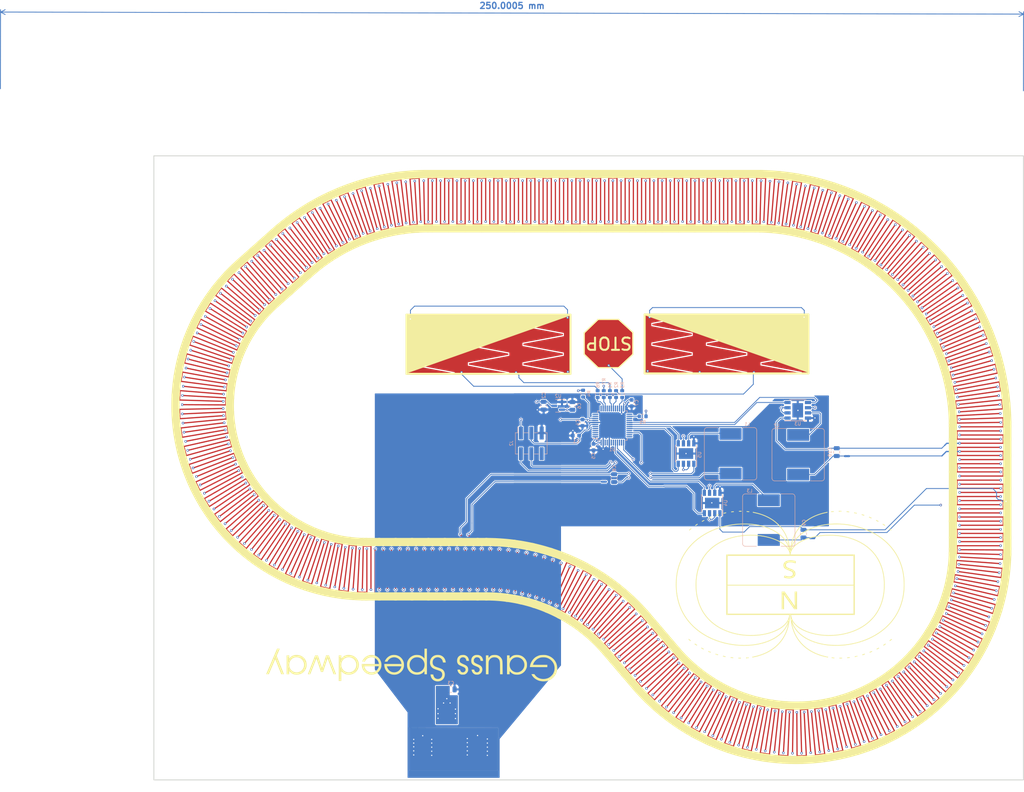
<source format=kicad_pcb>
(kicad_pcb (version 20211014) (generator pcbnew)
  (layers (0 "F.Cu" signal) (1 "In1.Cu" signal) (2 "In2.Cu" signal) (31 "B.Cu" signal) (34 "B.Paste" user) (35 "F.Paste" user) (36 "B.SilkS" user "B.Silkscreen") (37 "F.SilkS" user "F.Silkscreen") (38 "B.Mask" user) (39 "F.Mask" user) (44 "Edge.Cuts" user))
  (net 0 "")
  (net 1 "/STOP")
  (net 22 "GND")
  (net 23 "VBUS")
  (net 24 "VCC")
  (net 25 "/SWDIO")
  (net 26 "/NRST")
  (net 27 "/SWCLK")
  (net 29 "/1A_N")
  (net 30 "/1A_P")
  (net 31 "/1B_N")
  (net 32 "/1B_P")
  (net 33 "/G1_N")
  (net 34 "/G1_P")
  (net 35 "/FWD1")
  (net 36 "/FWD3")
  (net 37 "/FWD2")
  (net 38 "/REV1")
  (net 39 "/REV3")
  (net 40 "/REV2")
  (net 41 "/B_IN2")
  (net 42 "/B_IN1")
  (net 43 "/A_IN2")
  (net 44 "/A_IN1")
  (net 48 "/G_IN1")
  (net 49 "/G_IN2")
  (net 50 "Net-(U1-Pad18)")
  (net 51 "Net-(U1-Pad19)")
  (net 52 "Net-(U1-Pad22)")
  (net 53 "Net-(U1-Pad10)")
  (net 54 "Net-(U1-Pad14)")
  (net 55 "Net-(U1-Pad15)")
  (net 56 "Net-(R5-Pad1)")
  (net 58 "Net-(C8-Pad2)")
  (net 59 "Net-(L3-Pad2)")
  (net 60 "Net-(L2-Pad2)")
  (footprint "MountingHole:MountingHole_3.2mm_M3" (layer "F.Cu") (at 295 71)
    (fp_text reference "H4" hide)
    (fp_text value "MountingHole")
  )
  (footprint "MountingHole:MountingHole_3.2mm_M3" (layer "F.Cu") (at 92.5 71)
    (fp_text reference "H2" hide)
    (fp_text value "MountingHole")
  )
  (footprint "touch:Label" (layer "F.Cu") (at 150.5 190.43 180)
    (fp_text reference "G***" hide)
    (fp_text value "LOGO" hide)
  )
  (footprint "touch:linear_touch_40.0mm" (layer "F.Cu") (at 207.466667 111.95)
    (fp_text reference "T1" hide)
    (fp_text value "LinearTouch4" hide)
  )
  (footprint "touch:button" (layer "F.Cu") (at 198.566666 111.8 180)
    (fp_text reference "T2" hide)
    (fp_text value "Conn_01x01")
  )
  (footprint "MountingHole:MountingHole_3.2mm_M3" (layer "F.Cu") (at 295 214)
    (fp_text reference "H1" hide)
    (fp_text value "MountingHole")
  )
  (footprint "MountingHole:MountingHole_3.2mm_M3" (layer "F.Cu") (at 92.5 213.5)
    (fp_text reference "H3" hide)
    (fp_text value "MountingHole")
  )
  (footprint "touch:linear_touch_40.0mm" (layer "F.Cu") (at 149.299999 112)
    (fp_text reference "T3" hide)
    (fp_text value "LinearTouch4" hide)
  )
  (footprint "track_project:magnetlogo" (layer "F.Cu") (at 256 162.5 180)
    (fp_text reference "Ref**" hide)
    (fp_text value "Val**" hide)
  )
  (footprint "Capacitor_SMD:C_0805_2012Metric" (layer "B.Cu") (at 254.37 138.35 -90)
    (fp_text reference "C10")
    (fp_text value "10uF")
  )
  (footprint "Package_QFP:LQFP-48_7x7mm_P0.5mm" (layer "B.Cu") (at 199.55 131.85)
    (fp_text reference "U1")
    (fp_text value "STM32F051C6Tx")
  )
  (footprint "Package_SO:Diodes_SO-8EP" (layer "B.Cu") (at 217.55 138.7 90)
    (fp_text reference "U5")
    (fp_text value "ZXBM5210-SP")
  )
  (footprint "Resistor_SMD:R_0603_1608Metric" (layer "B.Cu") (at 201.95 124.15 -90)
    (fp_text reference "R3")
    (fp_text value "1k")
  )
  (footprint "Capacitor_SMD:C_0603_1608Metric" (layer "B.Cu") (at 192.25 131.15 90)
    (fp_text reference "C4")
    (fp_text value "0.22uF")
  )
  (footprint "Connector_PinHeader_2.54mm:PinHeader_2x03_P2.54mm_Vertical_SMD" (layer "B.Cu") (at 179.73 136.21 -90)
    (fp_text reference "J2")
    (fp_text value "SWD Debug")
  )
  (footprint "Capacitor_SMD:C_0603_1608Metric" (layer "B.Cu") (at 204.25 126.35 -90)
    (fp_text reference "C7")
    (fp_text value "0.22uF")
  )
  (footprint "Inductor_SMD:L_Bourns_SRR1260" (layer "B.Cu") (at 228.43 138.75 -90)
    (fp_text reference "L1")
    (fp_text value "68u")
  )
  (footprint "Package_TO_SOT_SMD:SOT-23" (layer "B.Cu") (at 186.3 127.025 180)
    (fp_text reference "U2")
    (fp_text value "MCP1754S-3302xCB")
  )
  (footprint "Capacitor_SMD:C_0603_1608Metric" (layer "B.Cu") (at 194.95 137.1 90)
    (fp_text reference "C5")
    (fp_text value "0.22uF")
  )
  (footprint "Capacitor_SMD:C_0805_2012Metric" (layer "B.Cu") (at 160.04 196.37)
    (fp_text reference "C3")
    (fp_text value "10uF")
  )
  (footprint "jmlib:RASM722BK_Barrel" (layer "B.Cu") (at 159.8725 218.15 180)
    (fp_text reference "J1" hide)
    (fp_text value "Barrel_Jack_Switch")
  )
  (footprint "Resistor_SMD:R_0603_1608Metric" (layer "B.Cu") (at 192.4 124.05 90)
    (fp_text reference "R4")
    (fp_text value "1k")
  )
  (footprint "Resistor_SMD:R_0603_1608Metric" (layer "B.Cu") (at 200.45 124.15 -90)
    (fp_text reference "R2")
    (fp_text value "1k")
  )
  (footprint "NetTie:NetTie-2_SMD_Pad0.5mm" (layer "B.Cu") (at 197.49 145.6 180)
    (fp_text reference "NT1" hide)
    (fp_text value "NetTie_2")
  )
  (footprint "Package_SO:Diodes_SO-8EP" (layer "B.Cu") (at 244.85 128.12)
    (fp_text reference "U3")
    (fp_text value "ZXBM5210-SP")
  )
  (footprint "Package_SO:Diodes_SO-8EP" (layer "B.Cu") (at 223.93 150.8 90)
    (fp_text reference "U4")
    (fp_text value "ZXBM5210-SP")
  )
  (footprint "Inductor_SMD:L_Bourns_SRR1260" (layer "B.Cu") (at 244.955 138.98 -90)
    (fp_text reference "L2")
    (fp_text value "68u")
  )
  (footprint "Capacitor_SMD:C_0805_2012Metric" (layer "B.Cu") (at 182.75 127 -90)
    (fp_text reference "C2")
    (fp_text value "10uF")
  )
  (footprint "Resistor_SMD:R_0603_1608Metric" (layer "B.Cu") (at 195.95 124.15 90)
    (fp_text reference "R6")
    (fp_text value "1k")
  )
  (footprint "Resistor_SMD:R_0603_1608Metric" (layer "B.Cu") (at 197.45 124.15 90)
    (fp_text reference "R7")
    (fp_text value "1k")
  )
  (footprint "Resistor_SMD:R_0603_1608Metric" (layer "B.Cu") (at 198.95 124.15 -90)
    (fp_text reference "R1")
    (fp_text value "1k")
  )
  (footprint "NetTie:NetTie-2_SMD_Pad0.5mm" (layer "B.Cu") (at 256.88 139.33)
    (fp_text reference "NT2" hide)
    (fp_text value "NetTie_2")
  )
  (footprint "NetTie:NetTie-2_SMD_Pad0.5mm" (layer "B.Cu") (at 248.4 159.4)
    (fp_text reference "NT5" hide)
    (fp_text value "NetTie_2")
  )
  (footprint "Capacitor_SMD:C_0603_1608Metric" (layer "B.Cu") (at 190.65 134.3)
    (fp_text reference "C1")
    (fp_text value "0.22uF")
  )
  (footprint "Capacitor_SMD:C_0805_2012Metric" (layer "B.Cu") (at 246.25 158.3 -90)
    (fp_text reference "C9")
    (fp_text value "10uF")
  )
  (footprint "Capacitor_SMD:C_0805_2012Metric" (layer "B.Cu") (at 199.97 144.71 -90)
    (fp_text reference "C8")
    (fp_text value "10uF")
  )
  (footprint "Inductor_SMD:L_Bourns_SRR1260" (layer "B.Cu") (at 237.77 154.97 -90)
    (fp_text reference "L3")
    (fp_text value "68u")
  )
  (footprint "Capacitor_SMD:C_0805_2012Metric" (layer "B.Cu") (at 189.775 127.05 90)
    (fp_text reference "C6")
    (fp_text value "10uF")
  )
  (footprint "Resistor_SMD:R_0603_1608Metric" (layer "B.Cu") (at 206.95 129.6)
    (fp_text reference "R5")
    (fp_text value "1k")
  )
  (gr_arc (start 204.147528 174.358993) (mid 205.788516 175.972756) (end 207.355984 177.658022) (layer "F.SilkS") (width 2))
  (gr_arc (start 112.190429 164.861406) (mid 110.326425 163.449246) (end 108.535532 161.945448) (layer "F.SilkS") (width 2))
  (gr_line (start 197.915639 187.067731) (end 199.943899 189.441043) (layer "F.SilkS") (width 2))
  (gr_arc (start 258.792813 197.537823) (mid 257.194605 198.142821) (end 255.571031 198.67602) (layer "F.SilkS") (width 2))
  (gr_arc (start 241.246555 213.535427) (mid 238.953087 213.342871) (end 236.670474 213.048334) (layer "F.SilkS") (width 2))
  (gr_line (start 296.07 151.209578) (end 296.07 147.198822) (layer "F.SilkS") (width 2))
  (gr_line (start 247.45 104.7) (end 207.45 104.7) (layer "F.SilkS") (width 0.5))
  (gr_line (start 162.617979 173.633009) (end 166.628735 173.633009) (layer "F.SilkS") (width 2))
  (gr_arc (start 267.504555 96.724894) (mid 268.767841 97.954371) (end 269.98547 99.229081) (layer "F.SilkS") (width 2))
  (gr_arc (start 296.049791 163.427684) (mid 295.934174 165.726316) (end 295.716269 168.017515) (layer "F.SilkS") (width 2))
  (gr_line (start 162.617979 160.333009) (end 166.628735 160.333009) (layer "F.SilkS") (width 2))
  (gr_line (start 203.674675 70.333009) (end 199.66392 70.333009) (layer "F.SilkS") (width 2))
  (gr_line (start 155.545608 83.633009) (end 154.471946 83.633009) (layer "F.SilkS") (width 2))
  (gr_arc (start 97.336831 147.113318) (mid 96.380907 144.979092) (end 95.533139 142.799643) (layer "F.SilkS") (width 2))
  (gr_arc (start 285.479221 193.3177) (mid 284.042522 195.115746) (end 282.527147 196.848003) (layer "F.SilkS") (width 2))
  (gr_arc (start 254.979936 212.541987) (mid 252.71709 212.962229) (end 250.437769 213.281245) (layer "F.SilkS") (width 2))
  (gr_arc (start 272.27734 101.907368) (mid 273.348536 103.307384) (end 274.367985 104.745518) (layer "F.SilkS") (width 2))
  (gr_arc (start 196.915583 168.680791) (mid 198.81671 169.978015) (end 200.658161 171.358643) (layer "F.SilkS") (width 2))
  (gr_arc (start 234.42 70.333009) (mid 235.171394 70.337589) (end 235.922677 70.351326) (layer "F.SilkS") (width 2))
  (gr_line (start 125.671686 94.582894) (end 123.65246 96.377772) (layer "F.SilkS") (width 2))
  (gr_arc (start 188.791411 164.374883) (mid 190.892429 165.314456) (end 192.949504 166.346694) (layer "F.SilkS") (width 2))
  (gr_arc (start 175.501168 160.77459) (mid 177.775771 161.125668) (end 180.032476 161.577728) (layer "F.SilkS") (width 2))
  (gr_arc (start 293.192521 113.368143) (mid 293.832032 115.52297) (end 294.392568 117.699677) (layer "F.SilkS") (width 2))
  (gr_line (start 219.717698 83.633009) (end 215.706942 83.633009) (layer "F.SilkS") (width 2))
  (gr_arc (start 133.745922 173.286652) (mid 131.432617 172.944125) (end 129.139383 172.486102) (layer "F.SilkS") (width 2))
  (gr_line (start 296.07 147.198822) (end 296.07 143.188067) (layer "F.SilkS") (width 2))
  (gr_arc (start 255.571031 198.67602) (mid 253.925316 199.13636) (end 252.260727 199.522928) (layer "F.SilkS") (width 2))
  (gr_line (start 191.642408 70.333009) (end 187.631653 70.333009) (layer "F.SilkS") (width 2))
  (gr_line (start 108.821056 91.766471) (end 108.427332 92.11645) (layer "F.SilkS") (width 2))
  (gr_arc (start 195.035595 184.047269) (mid 196.254025 185.245484) (end 197.417866 186.49679) (layer "F.SilkS") (width 2))
  (gr_line (start 146.574957 160.333009) (end 150.585712 160.333009) (layer "F.SilkS") (width 2))
  (gr_arc (start 97.541687 106.429924) (mid 98.624291 104.357082) (end 99.809413 102.341097) (layer "F.SilkS") (width 2))
  (gr_arc (start 151.146132 70.43072) (mid 152.808321 70.357442) (end 154.471946 70.333009) (layer "F.SilkS") (width 2))
  (gr_arc (start 207.355984 177.658022) (mid 207.693084 178.040841) (end 208.026388 178.426969) (layer "F.SilkS") (width 2))
  (gr_arc (start 249.448717 86.02803) (mid 251.113941 86.60642) (end 252.756973 87.24513) (layer "F.SilkS") (width 2))
  (gr_line (start 195.653164 70.333009) (end 191.642408 70.333009) (layer "F.SilkS") (width 2))
  (gr_arc (start 106.120741 125.144031) (mid 106.254738 123.477601) (end 106.472078 121.81998) (layer "F.SilkS") (width 2))
  (gr_arc (start 271.961381 205.677343) (mid 269.98749 206.86091) (end 267.962831 207.955366) (layer "F.SilkS") (width 2))
  (gr_line (start 159.556363 83.633009) (end 155.545608 83.633009) (layer "F.SilkS") (width 2))
  (gr_arc (start 129.275336 91.707618) (mid 130.710029 90.725682) (end 132.182942 89.802064) (layer "F.SilkS") (width 2))
  (gr_arc (start 170.361532 173.666393) (mid 172.066918 173.775705) (end 173.765742 173.960882) (layer "F.SilkS") (width 2))
  (gr_arc (start 259.438273 211.401366) (mid 257.221814 212.021355) (end 254.979936 212.541987) (layer "F.SilkS") (width 2))
  (gr_arc (start 234.42 83.633009) (mid 235.009293 83.6366) (end 235.598498 83.647374) (layer "F.SilkS") (width 2))
  (gr_line (start 179.610141 83.633009) (end 175.599386 83.633009) (layer "F.SilkS") (width 2))
  (gr_line (start 282.77 159.231089) (end 282.77 155.220334) (layer "F.SilkS") (width 2))
  (gr_arc (start 102.190078 155.092712) (mid 100.828182 153.191674) (end 99.563265 151.224775) (layer "F.SilkS") (width 2))
  (gr_arc (start 109.48127 112.289646) (mid 110.255222 110.807775) (end 111.102464 109.366551) (layer "F.SilkS") (width 2))
  (gr_arc (start 294.392568 117.699677) (mid 294.873383 119.895371) (end 295.273837 122.107132) (layer "F.SilkS") (width 2))
  (gr_line (start 231.749964 70.333009) (end 227.739209 70.333009) (layer "F.SilkS") (width 2))
  (gr_arc (start 245.84783 213.61327) (mid 243.546325 213.625619) (end 241.246555 213.535427) (layer "F.SilkS") (width 2))
  (gr_line (start 167.577875 70.333009) (end 163.567119 70.333009) (layer "F.SilkS") (width 2))
  (gr_line (start 195.653164 83.633009) (end 191.642408 83.633009) (layer "F.SilkS") (width 2))
  (gr_line (start 211.696186 70.333009) (end 207.685431 70.333009) (layer "F.SilkS") (width 2))
  (gr_line (start 296.07 139.177311) (end 296.07 135.166556) (layer "F.SilkS") (width 2))
  (gr_arc (start 177.130227 174.55721) (mid 178.789208 174.967177) (end 180.428279 175.450644) (layer "F.SilkS") (width 2))
  (gr_arc (start 121.544887 80.884948) (mid 123.419752 79.601751) (end 125.344562 78.394761) (layer "F.SilkS") (width 2))
  (gr_line (start 139.42 160.333009) (end 142.564201 160.333009) (layer "F.SilkS") (width 2))
  (gr_line (start 139.42 173.633009) (end 142.564201 173.633009) (layer "F.SilkS") (width 2))
  (gr_arc (start 276.605374 87.026178) (mid 278.216162 88.593856) (end 279.768732 90.21921) (layer "F.SilkS") (width 2))
  (gr_line (start 175.599386 70.333009) (end 171.58863 70.333009) (layer "F.SilkS") (width 2))
  (gr_line (start 117.657122 101.706991) (end 117.263398 102.056969) (layer "F.SilkS") (width 2))
  (gr_arc (start 200.658161 171.358643) (mid 202.436277 172.819937) (end 204.147528 174.358993) (layer "F.SilkS") (width 2))
  (gr_arc (start 240.409057 70.624606) (mid 242.641795 70.883708) (end 244.863604 71.22403) (layer "F.SilkS") (width 2))
  (gr_arc (start 138.697567 160.325184) (mid 137.027584 160.247087) (end 135.363612 160.085399) (layer "F.SilkS") (width 2))
  (gr_arc (start 95.533139 142.799643) (mid 94.795655 140.580448) (end 94.17031 138.327084) (layer "F.SilkS") (width 2))
  (gr_arc (start 132.182942 89.802064) (mid 133.691703 88.938247) (end 135.233888 88.135621) (layer "F.SilkS") (width 2))
  (gr_arc (start 291.680076 109.135555) (mid 292.474884 111.238061) (end 293.192521 113.368143) (layer "F.SilkS") (width 2))
  (gr_arc (start 135.233888 88.135621) (mid 136.807015 87.395477) (end 138.408555 86.719006) (layer "F.SilkS") (width 2))
  (gr_line (start 223.728453 70.333009) (end 219.717698 70.333009) (layer "F.SilkS") (width 2))
  (gr_arc (start 106.421754 131.813976) (mid 106.221119 130.15425) (end 106.103911 128.486555) (layer "F.SilkS") (width 2))
  (gr_arc (start 239.117014 83.861699) (mid 240.868075 84.064904) (end 242.610564 84.331806) (layer "F.SilkS") (width 2))
  (gr_line (start 123.65246 96.377772) (end 120.654791 99.042381) (layer "F.SilkS") (width 2))
  (gr_arc (start 274.906372 185.248941) (mid 273.839626 186.583986) (end 272.714464 187.870183) (layer "F.SilkS") (width 2))
  (gr_arc (start 235.313944 199.236228) (mid 233.663383 198.793575) (end 232.034181 198.27783) (layer "F.SilkS") (width 2))
  (gr_line (start 171.58863 70.333009) (end 167.577875 70.333009) (layer "F.SilkS") (width 2))
  (gr_arc (start 116.83562 84.642375) (mid 117.393117 84.153314) (end 117.956968 83.671593) (layer "F.SilkS") (width 2))
  (gr_line (start 247.45 104.7) (end 247.45 119.1) (layer "F.SilkS") (width 0.5))
  (gr_arc (start 261.895067 76.793851) (mid 263.888634 77.832091) (end 265.84303 78.942311) (layer "F.SilkS") (width 2))
  (gr_line (start 167.577875 83.633009) (end 163.567119 83.633009) (layer "F.SilkS") (width 2))
  (gr_arc (start 105.511805 94.944646) (mid 106.938772 93.4988) (end 108.427332 92.11645) (layer "F.SilkS") (width 2))
  (gr_arc (start 269.623968 81.372703) (mid 271.445484 82.689643) (end 273.217783 84.072108) (layer "F.SilkS") (width 2))
  (gr_line (start 282.77 143.188067) (end 282.77 139.177311) (layer "F.SilkS") (width 2))
  (gr_arc (start 125.671686 94.582894) (mid 126.098297 94.208653) (end 126.52977 93.840028) (layer "F.SilkS") (width 2))
  (gr_line (start 296.07 143.188067) (end 296.07 139.177311) (layer "F.SilkS") (width 2))
  (gr_arc (start 115.179093 104.078842) (mid 116.199229 103.045209) (end 117.263398 102.056969) (layer "F.SilkS") (width 2))
  (gr_line (start 282.77 161.983009) (end 282.77 159.231089) (layer "F.SilkS") (width 2))
  (gr_line (start 282.77 155.220334) (end 282.77 151.209578) (layer "F.SilkS") (width 2))
  (gr_arc (start 110.926493 144.313403) (mid 110.093809 142.86372) (end 109.334819 141.37413) (layer "F.SilkS") (width 2))
  (gr_line (start 219.717698 70.333009) (end 215.706942 70.333009) (layer "F.SilkS") (width 2))
  (gr_arc (start 114.949666 149.641898) (mid 113.844897 148.387135) (end 112.804397 147.078585) (layer "F.SilkS") (width 2))
  (gr_line (start 146.574957 173.633009) (end 150.585712 173.633009) (layer "F.SilkS") (width 2))
  (gr_arc (start 170.916359 160.377971) (mid 173.213183 160.525193) (end 175.501168 160.77459) (layer "F.SilkS") (width 2))
  (gr_arc (start 117.34075 151.977593) (mid 116.115927 150.839721) (end 114.949666 149.641898) (layer "F.SilkS") (width 2))
  (gr_arc (start 262.029276 92.291066) (mid 263.457829 93.323898) (end 264.847783 94.408118) (layer "F.SilkS") (width 2))
  (gr_arc (start 267.962831 207.955366) (mid 265.891426 208.958539) (end 263.777387 209.868436) (layer "F.SilkS") (width 2))
  (gr_line (start 183.620897 83.633009) (end 179.610141 83.633009) (layer "F.SilkS") (width 2))
  (gr_arc (start 293.833454 177.017405) (mid 293.114625 179.203809) (end 292.299108 181.356019) (layer "F.SilkS") (width 2))
  (gr_arc (start 246.060577 85.055198) (mid 247.763516 85.510727) (end 249.448717 86.02803) (layer "F.SilkS") (width 2))
  (gr_arc (start 192.444748 181.819516) (mid 193.764995 182.904523) (end 195.035595 184.047269) (layer "F.SilkS") (width 2))
  (gr_arc (start 137.763894 72.852949) (mid 139.947773 72.22654) (end 142.155012 71.688203) (layer "F.SilkS") (width 2))
  (gr_arc (start 146.625341 70.879059) (mid 148.88124 70.609553) (end 151.146132 70.43072) (layer "F.SilkS") (width 2))
  (gr_arc (start 250.437769 213.281245) (mid 248.146499 213.498402) (end 245.84783 213.61327) (layer "F.SilkS") (width 2))
  (gr_arc (start 119.95363 154.062206) (mid 118.621057 153.052655) (end 117.34075 151.977593) (layer "F.SilkS") (width 2))
  (gr_line (start 199.66392 70.333009) (end 195.653164 70.333009) (layer "F.SilkS") (width 2))
  (gr_arc (start 139.42 173.633009) (mid 138.914701 173.630273) (end 138.409461 173.622063) (layer "F.SilkS") (width 2))
  (gr_arc (start 264.847783 94.408118) (mid 266.19729 95.542286) (end 267.504555 96.724894) (layer "F.SilkS") (width 2))
  (gr_arc (start 295.273837 122.107132) (mid 295.5934 124.332021) (end 295.831645 126.567081) (layer "F.SilkS") (width 2))
  (gr_line (start 187.631653 83.633009) (end 183.620897 83.633009) (layer "F.SilkS") (width 2))
  (gr_arc (start 248.888179 200.071825) (mid 247.186916 200.233063) (end 245.48016 200.318353) (layer "F.SilkS") (width 2))
  (gr_arc (start 223.45393 209.186256) (mid 221.371879 208.20537) (end 219.335592 207.132705) (layer "F.SilkS") (width 2))
  (gr_arc (start 108.160824 115.360342) (mid 108.782552 113.808441) (end 109.48127 112.289646) (layer "F.SilkS") (width 2))
  (gr_line (start 207.685431 83.633009) (end 203.674675 83.633009) (layer "F.SilkS") (width 2))
  (gr_line (start 207.45 119.1) (end 247.45 119.1) (layer "F.SilkS") (width 0.5))
  (gr_arc (start 132.070405 159.513087) (mid 130.449445 159.103901) (end 128.851028 158.613996) (layer "F.SilkS") (width 2))
  (gr_arc (start 133.480225 74.365806) (mid 135.606888 73.566419) (end 137.763894 72.852949) (layer "F.SilkS") (width 2))
  (gr_arc (start 126.52977 93.840028) (mid 127.881169 92.74629) (end 129.275336 91.707618) (layer "F.SilkS") (width 2))
  (gr_arc (start 272.714464 187.870183) (mid 271.53312 189.104978) (end 270.29794 190.285919) (layer "F.SilkS") (width 2))
  (gr_line (start 296.07 135.166556) (end 296.07 131.983009) (layer "F.SilkS") (width 2))
  (gr_arc (start 273.217783 84.072108) (mid 274.938509 85.518261) (end 276.605374 87.026178) (layer "F.SilkS") (width 2))
  (gr_line (start 199.943899 189.441043) (end 202.549612 192.490047) (layer "F.SilkS") (width 2))
  (gr_arc (start 93.262034 133.740568) (mid 92.981386 131.418943) (end 92.817434 129.08617) (layer "F.SilkS") (width 2))
  (gr_line (start 149.25 119.2) (end 149.25 104.75) (layer "F.SilkS") (width 0.5))
  (gr_line (start 175.599386 83.633009) (end 171.58863 83.633009) (layer "F.SilkS") (width 2))
  (gr_line (start 158.607223 160.333009) (end 162.617979 160.333009) (layer "F.SilkS") (width 2))
  (gr_line (start 223.728453 83.633009) (end 219.717698 83.633009) (layer "F.SilkS") (width 2))
  (gr_arc (start 217.599501 189.394382) (mid 216.404974 188.172336) (end 215.266074 186.898288) (layer "F.SilkS") (width 2))
  (gr_arc (start 253.58278 73.386846) (mid 255.706069 74.124339) (end 257.801063 74.938743) (layer "F.SilkS") (width 2))
  (gr_arc (start 277.902273 110.840296) (mid 278.644095 112.439422) (end 279.327131 114.064527) (layer "F.SilkS") (width 2))
  (gr_arc (start 208.297998 198.900804) (mid 206.689203 197.254945) (end 205.155325 195.53905) (layer "F.SilkS") (width 2))
  (gr_arc (start 281.454447 120.781077) (mid 281.831533 122.503085) (end 282.145596 124.237694) (layer "F.SilkS") (width 2))
  (gr_arc (start 269.98547 99.229081) (mid 271.155822 100.54733) (end 272.27734 101.907368) (layer "F.SilkS") (width 2))
  (gr_line (start 208.026388 178.426969) (end 210.054648 180.800282) (layer "F.SilkS") (width 2))
  (gr_line (start 159.556363 70.333009) (end 155.545608 70.333009) (layer "F.SilkS") (width 2))
  (gr_arc (start 139.42 160.333009) (mid 139.058762 160.331053) (end 138.697567 160.325184) (layer "F.SilkS") (width 2))
  (gr_line (start 166.628735 173.633009) (end 168.761713 173.633009) (layer "F.SilkS") (width 2))
  (gr_arc (start 225.794887 195.506549) (mid 224.319931 194.643533) (end 222.884887 193.715665) (layer "F.SilkS") (width 2))
  (gr_arc (start 106.103911 128.486555) (mid 106.070424 126.815082) (end 106.120741 125.144031) (layer "F.SilkS") (width 2))
  (gr_arc (start 148.467527 84.05086) (mid 150.193798 83.844628) (end 151.92695 83.70778) (layer "F.SilkS") (width 2))
  (gr_arc (start 282.507355 166.463615) (mid 282.269934 168.155928) (end 281.957358 169.835984) (layer "F.SilkS") (width 2))
  (gr_line (start 202.549612 192.490047) (end 205.155325 195.53905) (layer "F.SilkS") (width 2))
  (gr_arc (start 168.761713 160.333009) (mid 169.839271 160.344251) (end 170.916359 160.377971) (layer "F.SilkS") (width 2))
  (gr_arc (start 192.949504 166.346694) (mid 194.958552 167.469549) (end 196.915583 168.680791) (layer "F.SilkS") (width 2))
  (gr_line (start 163.567119 70.333009) (end 159.556363 70.333009) (layer "F.SilkS") (width 2))
  (gr_line (start 282.77 135.166556) (end 282.77 131.983009) (layer "F.SilkS") (width 2))
  (gr_line (start 189.3 104.75) (end 189.3 119.2) (layer "F.SilkS") (width 0.5))
  (gr_arc (start 106.472078 121.81998) (mid 106.772213 120.175333) (end 107.15439 118.547793) (layer "F.SilkS") (width 2))
  (gr_arc (start 184.474311 162.78101) (mid 186.650621 163.529842) (end 188.791411 164.374883) (layer "F.SilkS") (width 2))
  (gr_arc (start 186.72109 178.098156) (mid 188.212802 178.931874) (end 189.665893 179.831217) (layer "F.SilkS") (width 2))
  (gr_arc (start 112.804397 147.078585) (mid 111.830781 145.719536) (end 110.926493 144.313403) (layer "F.SilkS") (width 2))
  (gr_arc (start 276.246291 107.728445) (mid 277.102651 109.269274) (end 277.902273 110.840296) (layer "F.SilkS") (width 2))
  (gr_arc (start 107.071079 135.092867) (mid 106.705312 133.461561) (end 106.421754 131.813976) (layer "F.SilkS") (width 2))
  (gr_arc (start 275.741292 203.052452) (mid 273.880586 204.407017) (end 271.961381 205.677343) (layer "F.SilkS") (width 2))
  (gr_line (start 282.77 139.177311) (end 282.77 135.166556) (layer "F.SilkS") (width 2))
  (gr_arc (start 92.817434 129.08617) (mid 92.770592 126.748112) (end 92.840977 124.410645) (layer "F.SilkS") (width 2))
  (gr_arc (start 95.694646 110.725216) (mid 96.564319 108.554415) (end 97.541687 106.429924) (layer "F.SilkS") (width 2))
  (gr_arc (start 245.48016 200.318353) (mid 243.771298 200.327523) (end 242.063725 200.260555) (layer "F.SilkS") (width 2))
  (gr_arc (start 109.334819 141.37413) (mid 108.651432 139.848376) (end 108.045363 138.290292) (layer "F.SilkS") (width 2))
  (gr_arc (start 93.332426 119.76096) (mid 93.752256 117.460427) (end 94.286845 115.183824) (layer "F.SilkS") (width 2))
  (gr_arc (start 285.356779 97.253095) (mid 286.588945 99.132994) (end 287.751765 101.056559) (layer "F.SilkS") (width 2))
  (gr_arc (start 94.17031 138.327084) (mid 93.658674 136.045212) (end 93.262034 133.740568) (layer "F.SilkS") (width 2))
  (gr_line (start 111.818725 89.101862) (end 108.821056 91.766471) (layer "F.SilkS") (width 2))
  (gr_arc (start 288.105345 189.538645) (mid 286.834393 191.457435) (end 285.479221 193.3177) (layer "F.SilkS") (width 2))
  (gr_line (start 142.564201 173.633009) (end 146.574957 173.633009) (layer "F.SilkS") (width 2))
  (gr_arc (start 249.262639 72.146411) (mid 251.434018 72.727245) (end 253.58278 73.386846) (layer "F.SilkS") (width 2))
  (gr_arc (start 145.04672 84.670037) (mid 146.750914 84.326144) (end 148.467527 84.05086) (layer "F.SilkS") (width 2))
  (gr_arc (start 116.11886 167.39686) (mid 114.122859 166.178381) (end 112.190429 164.861406) (layer "F.SilkS") (width 2))
  (gr_arc (start 259.064015 90.384992) (mid 260.564022 91.310997) (end 262.029276 92.291066) (layer "F.SilkS") (width 2))
  (gr_arc (start 99.563265 151.224775) (mid 98.398506 149.196957) (end 97.336831 147.113318) (layer "F.SilkS") (width 2))
  (gr_arc (start 232.034181 198.27783) (mid 230.429572 197.690018) (end 228.852744 197.031305) (layer "F.SilkS") (width 2))
  (gr_arc (start 108.535532 161.945448) (mid 106.822249 160.353792) (end 105.190882 158.678276) (layer "F.SilkS") (width 2))
  (gr_line (start 114.816393 86.437253) (end 111.818725 89.101862) (layer "F.SilkS") (width 2))
  (gr_arc (start 168.761713 173.633009) (mid 169.561797 173.641356) (end 170.361532 173.666393) (layer "F.SilkS") (width 2))
  (gr_arc (start 282.691045 93.634233) (mid 284.056903 95.419362) (end 285.356779 97.253095) (layer "F.SilkS") (width 2))
  (gr_arc (start 215.416386 204.720732) (mid 213.54125 203.386214) (end 211.727427 201.969485) (layer "F.SilkS") (width 2))
  (gr_arc (start 197.417866 186.49679) (mid 197.668162 186.781031) (end 197.915639 187.067731) (layer "F.SilkS") (width 2))
  (gr_arc (start 107.15439 118.547793) (mid 107.617649 116.941451) (end 108.160824 115.360342) (layer "F.SilkS") (width 2))
  (gr_arc (start 141.686525 85.56133) (mid 143.357685 85.081987) (end 145.04672 84.670037) (layer "F.SilkS") (width 2))
  (gr_line (start 142.564201 160.333009) (end 146.574957 160.333009) (layer "F.SilkS") (width 2))
  (gr_arc (start 282.527147 196.848003) (mid 280.936107 198.511032) (end 279.272559 200.10153) (layer "F.SilkS") (width 2))
  (gr_line (start 187.631653 70.333009) (end 183.620897 70.333009) (layer "F.SilkS") (width 2))
  (gr_arc (start 261.900495 196.117373) (mid 260.362482 196.862226) (end 258.792813 197.537823) (layer "F.SilkS") (width 2))
  (gr_arc (start 265.84303 78.942311) (mid 267.755655 80.123039) (end 269.623968 81.372703) (layer "F.SilkS") (width 2))
  (gr_arc (start 94.286845 115.183824) (mid 94.934852 112.936872) (end 95.694646 110.725216) (layer "F.SilkS") (width 2))
  (gr_arc (start 99.809413 102.341097) (mid 101.094074 100.387035) (end 102.475045 98.499808) (layer "F.SilkS") (width 2))
  (gr_arc (start 279.327131 114.064527) (mid 279.950473 115.713451) (end 280.513291 117.384003) (layer "F.SilkS") (width 2))
  (gr_arc (start 242.610564 84.331806) (mid 244.342165 84.662051) (end 246.060577 85.055198) (layer "F.SilkS") (width 2))
  (gr_arc (start 294.975529 172.559441) (mid 294.454166 174.801149) (end 293.833454 177.017405) (layer "F.SilkS") (width 2))
  (gr_arc (start 180.428279 175.450644) (mid 182.044184 176.006649) (end 183.633715 176.634091) (layer "F.SilkS") (width 2))
  (gr_arc (start 282.77 161.983009) (mid 282.766249 162.519395) (end 282.754995 163.055677) (layer "F.SilkS") (width 2))
  (gr_line (start 116.83562 84.642375) (end 114.816393 86.437253) (layer "F.SilkS") (width 2))
  (gr_arc (start 129.331554 76.217045) (mid 131.387325 75.249822) (end 133.480225 74.365806) (layer "F.SilkS") (width 2))
  (gr_arc (start 227.738709 210.865082) (mid 225.577613 210.073413) (end 223.45393 209.186256) (layer "F.SilkS") (width 2))
  (gr_arc (start 282.764531 131.255845) (mid 282.768632 131.619417) (end 282.77 131.983009) (layer "F.SilkS") (width 2))
  (gr_arc (start 281.957358 169.835984) (mid 281.570246 171.500447) (end 281.10937 173.146012) (layer "F.SilkS") (width 2))
  (gr_arc (start 189.665893 179.831217) (mid 191.077476 180.794402) (end 192.444748 181.819516) (layer "F.SilkS") (width 2))
  (gr_arc (start 296.063027 131.055818) (mid 296.068256 131.5194) (end 296.07 131.983009) (layer "F.SilkS") (width 2))
  (gr_arc (start 238.665995 199.898889) (mid 236.982586 199.604909) (end 235.313944 199.236228) (layer "F.SilkS") (width 2))
  (gr_arc (start 279.970122 176.367422) (mid 279.294013 177.936871) (end 278.548658 179.474641) (layer "F.SilkS") (width 2))
  (gr_line (start 296.07 161.983009) (end 296.07 159.231089) (layer "F.SilkS") (width 2))
  (gr_arc (start 211.727427 201.969485) (mid 209.978519 200.473358) (end 208.297998 198.900804) (layer "F.SilkS") (width 2))
  (gr_line (start 183.620897 70.333009) (end 179.610141 70.333009) (layer "F.SilkS") (width 2))
  (gr_arc (start 282.583066 127.735481) (mid 282.705892 129.494009) (end 282.764531 131.255845) (layer "F.SilkS") (width 2))
  (gr_arc (start 128.851028 158.613996) (mid 127.27917 158.044605) (end 125.737821 157.397159) (layer "F.SilkS") (width 2))
  (gr_arc (start 125.344562 78.394761) (mid 127.316219 77.26592) (end 129.331554 76.217045) (layer "F.SilkS") (width 2))
  (gr_line (start 282.77 151.209578) (end 282.77 147.198822) (layer "F.SilkS") (width 2))
  (gr_line (start 163.567119 83.633009) (end 159.556363 83.633009) (layer "F.SilkS") (width 2))
  (gr_arc (start 117.956968 83.671593) (mid 119.722982 82.24229) (end 121.544887 80.884948) (layer "F.SilkS") (width 2))
  (gr_line (start 234.42 70.333009) (end 231.749964 70.333009) (layer "F.SilkS") (width 2))
  (gr_arc (start 244.863604 71.22403) (mid 247.07153 71.645117) (end 249.262639 72.146411) (layer "F.SilkS") (width 2))
  (gr_line (start 158.607223 173.633009) (end 162.617979 173.633009) (layer "F.SilkS") (width 2))
  (gr_line (start 154.596468 173.633009) (end 158.607223 173.633009) (layer "F.SilkS") (width 2))
  (gr_arc (start 125.737821 157.397159) (mid 124.230855 156.673283) (end 122.762057 155.874798) (layer "F.SilkS") (width 2))
  (gr_arc (start 252.260727 199.522928) (mid 250.580569 199.834956) (end 248.888179 200.071825) (layer "F.SilkS") (width 2))
  (gr_arc (start 290.384673 185.540839) (mid 289.289556 187.56514) (end 288.105345 189.538645) (layer "F.SilkS") (width 2))
  (gr_arc (start 102.475045 98.499808) (mid 103.948856 96.684157) (end 105.511805 94.944646) (layer "F.SilkS") (width 2))
  (gr_line (start 150.585712 160.333009) (end 154.596468 160.333009) (layer "F.SilkS") (width 2))
  (gr_arc (start 105.190882 158.678276) (mid 103.64553 156.923113) (end 102.190078 155.092712) (layer "F.SilkS") (width 2))
  (gr_arc (start 282.145596 124.237694) (mid 282.396218 125.982599) (end 282.583066 127.735481) (layer "F.SilkS") (width 2))
  (gr_arc (start 292.299108 181.356019) (mid 291.388521 183.469761) (end 290.384673 185.540839) (layer "F.SilkS") (width 2))
  (gr_arc (start 151.92695 83.70778) (mid 153.198899 83.651707) (end 154.471946 83.633009) (layer "F.SilkS") (width 2))
  (gr_poly (pts (xy 247.35 118.85) (xy 207.65 104.9) (xy 247.35 104.75)) (layer "F.SilkS") (width 0.1) (fill solid))
  (gr_arc (start 180.032476 161.577728) (mid 182.266801 162.129874) (end 184.474311 162.78101) (layer "F.SilkS") (width 2))
  (gr_arc (start 235.598498 83.647374) (mid 237.35971 83.722461) (end 239.117014 83.861699) (layer "F.SilkS") (width 2))
  (gr_line (start 207.45 119.1) (end 207.45 104.7) (layer "F.SilkS") (width 0.5))
  (gr_arc (start 120.28136 169.52634) (mid 118.173414 168.513782) (end 116.11886 167.39686) (layer "F.SilkS") (width 2))
  (gr_line (start 210.054648 180.800282) (end 212.660361 183.849285) (layer "F.SilkS") (width 2))
  (gr_arc (start 111.102464 109.366551) (mid 112.020865 107.969596) (end 113.008119 106.620421) (layer "F.SilkS") (width 2))
  (gr_line (start 120.654791 99.042381) (end 117.657122 101.706991) (layer "F.SilkS") (width 2))
  (gr_arc (start 135.363612 160.085399) (mid 133.709834 159.840528) (end 132.070405 159.513087) (layer "F.SilkS") (width 2))
  (gr_line (start 191.642408 83.633009) (end 187.631653 83.633009) (layer "F.SilkS") (width 2))
  (gr_arc (start 222.884887 193.715665) (mid 221.492603 192.724789) (end 220.145843 191.672871) (layer "F.SilkS") (width 2))
  (gr_arc (start 242.063725 200.260555) (mid 240.36083 200.117582) (end 238.665995 199.898889) (layer "F.SilkS") (width 2))
  (gr_arc (start 142.155012 71.688203) (mid 144.382062 71.238802) (end 146.625341 70.879059) (layer "F.SilkS") (width 2))
  (gr_line (start 199.66392 83.633009) (end 195.653164 83.633009) (layer "F.SilkS") (width 2))
  (gr_arc (start 295.831645 126.567081) (mid 295.988257 128.80934) (end 296.063027 131.055818) (layer "F.SilkS") (width 2))
  (gr_arc (start 228.852744 197.031305) (mid 227.306825 196.303) (end 225.794887 195.506549) (layer "F.SilkS") (width 2))
  (gr_arc (start 264.869408 194.425947) (mid 263.403799 195.304742) (end 261.900495 196.117373) (layer "F.SilkS") (width 2))
  (gr_arc (start 252.756973 87.24513) (mid 254.37563 87.943308) (end 255.967761 88.700028) (layer "F.SilkS") (width 2))
  (gr_arc (start 138.408555 86.719006) (mid 140.035931 86.107296) (end 141.686525 85.56133) (layer "F.SilkS") (width 2))
  (gr_line (start 166.628735 160.333009) (end 168.761713 160.333009) (layer "F.SilkS") (width 2))
  (gr_line (start 155.545608 70.333009) (end 154.471946 70.333009) (layer "F.SilkS") (width 2))
  (gr_arc (start 236.670474 213.048334) (mid 234.403248 212.652401) (end 232.155912 212.155857) (layer "F.SilkS") (width 2))
  (gr_line (start 227.739209 70.333009) (end 223.728453 70.333009) (layer "F.SilkS") (width 2))
  (gr_arc (start 287.751765 101.056559) (mid 288.84369 103.021235) (end 289.863271 105.024409) (layer "F.SilkS") (width 2))
  (gr_line (start 227.739209 83.633009) (end 223.728453 83.633009) (layer "F.SilkS") (width 2))
  (gr_arc (start 279.272559 200.10153) (mid 277.539808 201.61634) (end 275.741292 203.052452) (layer "F.SilkS") (width 2))
  (gr_line (start 171.58863 83.633009) (end 167.577875 83.633009) (layer "F.SilkS") (width 2))
  (gr_arc (start 274.367985 104.745518) (mid 275.334331 106.219858) (end 276.246291 107.728445) (layer "F.SilkS") (width 2))
  (gr_line (start 282.77 147.198822) (end 282.77 143.188067) (layer "F.SilkS") (width 2))
  (gr_line (start 179.610141 70.333009) (end 175.599386 70.333009) (layer "F.SilkS") (width 2))
  (gr_poly (pts (xy 189.15 104.95) (xy 149.4 119) (xy 149.45 104.95)) (layer "F.SilkS") (width 0.1) (fill solid))
  (gr_line (start 231.749964 83.633009) (end 227.739209 83.633009) (layer "F.SilkS") (width 2))
  (gr_line (start 207.685431 70.333009) (end 203.674675 70.333009) (layer "F.SilkS") (width 2))
  (gr_arc (start 255.967761 88.700028) (mid 257.531249 89.514284) (end 259.064015 90.384992) (layer "F.SilkS") (width 2))
  (gr_arc (start 289.863271 105.024409) (mid 290.809152 107.06342) (end 291.680076 109.135555) (layer "F.SilkS") (width 2))
  (gr_arc (start 219.335592 207.132705) (mid 217.349113 205.970389) (end 215.416386 204.720732) (layer "F.SilkS") (width 2))
  (gr_line (start 211.696186 83.633009) (end 207.685431 83.633009) (layer "F.SilkS") (width 2))
  (gr_arc (start 124.636116 171.228453) (mid 122.4374 170.431988) (end 120.28136 169.52634) (layer "F.SilkS") (width 2))
  (gr_arc (start 92.840977 124.410645) (mid 93.028412 122.079642) (end 93.332426 119.76096) (layer "F.SilkS") (width 2))
  (gr_arc (start 173.765742 173.960882) (mid 175.454629 174.221556) (end 177.130227 174.55721) (layer "F.SilkS") (width 2))
  (gr_arc (start 295.716269 168.017515) (mid 295.396509 170.296732) (end 294.975529 172.559441) (layer "F.SilkS") (width 2))
  (gr_arc (start 270.29794 190.285919) (mid 269.011377 191.410661) (end 267.675984 192.476971) (layer "F.SilkS") (width 2))
  (gr_arc (start 282.754995 163.055677) (mid 282.66915 164.762405) (end 282.507355 166.463615) (layer "F.SilkS") (width 2))
  (gr_arc (start 129.139383 172.486102) (mid 126.871983 171.913731) (end 124.636116 171.228453) (layer "F.SilkS") (width 2))
  (gr_arc (start 296.07 161.983009) (mid 296.064947 162.705417) (end 296.049791 163.427684) (layer "F.SilkS") (width 2))
  (gr_arc (start 257.801063 74.938743) (mid 259.864977 75.828975) (end 261.895067 76.793851) (layer "F.SilkS") (width 2))
  (gr_arc (start 108.045363 138.290292) (mid 107.518138 136.703793) (end 107.071079 135.092867) (layer "F.SilkS") (width 2))
  (gr_arc (start 122.762057 155.874798) (mid 121.335121 155.003709) (end 119.95363 154.062206) (layer "F.SilkS") (width 2))
  (gr_line (start 212.660361 183.849285) (end 215.266074 186.898288) (layer "F.SilkS") (width 2))
  (gr_line (start 296.07 159.231089) (end 296.07 155.220334) (layer "F.SilkS") (width 2))
  (gr_arc (start 281.10937 173.146012) (mid 280.575641 174.769411) (end 279.970122 176.367422) (layer "F.SilkS") (width 2))
  (gr_arc (start 280.513291 117.384003) (mid 281.014837 119.07396) (end 281.454447 120.781077) (layer "F.SilkS") (width 2))
  (gr_line (start 215.706942 70.333009) (end 211.696186 70.333009) (layer "F.SilkS") (width 2))
  (gr_line (start 150.585712 173.633009) (end 154.596468 173.633009) (layer "F.SilkS") (width 2))
  (gr_line (start 149.25 104.75) (end 189.3 104.75) (layer "F.SilkS") (width 0.5))
  (gr_arc (start 279.768732 90.21921) (mid 281.261021 91.900081) (end 282.691045 93.634233) (layer "F.SilkS") (width 2))
  (gr_arc (start 138.409461 173.622063) (mid 136.073487 173.512821) (end 133.745922 173.286652) (layer "F.SilkS") (width 2))
  (gr_line (start 203.674675 83.633009) (end 199.66392 83.633009) (layer "F.SilkS") (width 2))
  (gr_line (start 215.706942 83.633009) (end 211.696186 83.633009) (layer "F.SilkS") (width 2))
  (gr_arc (start 183.633715 176.634091) (mid 185.193716 177.331721) (end 186.72109 178.098156) (layer "F.SilkS") (width 2))
  (gr_line (start 189.3 119.2) (end 149.25 119.2) (layer "F.SilkS") (width 0.5))
  (gr_arc (start 220.145843 191.672871) (mid 218.847283 190.562) (end 217.599501 189.394382) (layer "F.SilkS") (width 2))
  (gr_line (start 154.596468 160.333009) (end 158.607223 160.333009) (layer "F.SilkS") (width 2))
  (gr_arc (start 232.155912 212.155857) (mid 229.932928 211.55969) (end 227.738709 210.865082) (layer "F.SilkS") (width 2))
  (gr_arc (start 278.548658 179.474641) (mid 277.735537 180.97768) (end 276.856263 182.443002) (layer "F.SilkS") (width 2))
  (gr_arc (start 113.008119 106.620421) (mid 114.061744 105.322415) (end 115.179093 104.078842) (layer "F.SilkS") (width 2))
  (gr_arc (start 276.856263 182.443002) (mid 275.912584 183.867699) (end 274.906372 185.248941) (layer "F.SilkS") (width 2))
  (gr_line (start 234.42 83.633009) (end 231.749964 83.633009) (layer "F.SilkS") (width 2))
  (gr_arc (start 235.922677 70.351326) (mid 238.168358 70.447067) (end 240.409057 70.624606) (layer "F.SilkS") (width 2))
  (gr_line (start 296.07 155.220334) (end 296.07 151.209578) (layer "F.SilkS") (width 2))
  (gr_arc (start 263.777387 209.868436) (mid 261.624911 210.683251) (end 259.438273 211.401366) (layer "F.SilkS") (width 2))
  (gr_arc (start 267.675984 192.476971) (mid 266.294413 193.482732) (end 264.869408 194.425947) (layer "F.SilkS") (width 2))
  (gr_rect (start 87.5 65.9) (end 300 218.5) (layer "Edge.Cuts") (width 0.2) (fill none))
  (dimension (type aligned) (layer "B.Cu") (pts (xy 300 50.5) (xy 50 50)) (height 19.252961) (gr_text "250.0005 mm" (at 175.042106 29.197082 -0.1145914062) (layer "B.Cu") (effects (font (size 1.5 1.5) (thickness 0.3)))) (format (units 3) (units_format 1) (precision 4)) (style (thickness 0.2) (arrow_length 1.27) (text_position_mode 0) (extension_height 0.58642) (extension_offset 0.5) keep_text_aligned))
  (via (at 198.65 117.15) (size 0.6) (drill 0.3) (layers "F.Cu" "B.Cu") (net 1))
  (segment (start 201.95 120.45) (end 198.65 117.15) (width 0.2) (layer "B.Cu") (net 1))
  (segment (start 201.95 123.325) (end 201.95 120.45) (width 0.2) (layer "B.Cu") (net 1))
  (segment (start 201.95 122.2) (end 201.9 122.15) (width 0.2) (layer "B.Cu") (net 1))
  (segment (start 201.95 123.325) (end 201.95 122.2) (width 0.2) (layer "B.Cu") (net 1))
  (via (at 169 209.5) (size 0.6) (drill 0.3) (layers "F.Cu" "B.Cu") (net 22))
  (via (at 225.85 146.75) (size 0.6) (drill 0.3) (layers "F.Cu" "B.Cu") (net 22))
  (via (at 166.6 207.65) (size 0.6) (drill 0.3) (layers "F.Cu" "B.Cu") (net 22))
  (via (at 155.4 212.5) (size 0.6) (drill 0.3) (layers "F.Cu" "B.Cu") (net 22))
  (via (at 164.1 209.4) (size 0.6) (drill 0.3) (layers "F.Cu" "B.Cu") (net 22))
  (via (at 193.7 131.45) (size 0.6) (drill 0.3) (layers "F.Cu" "B.Cu") (net 22))
  (via (at 151 210.4) (size 0.6) (drill 0.3) (layers "F.Cu" "B.Cu") (net 22))
  (via (at 189.9 133.05) (size 0.6) (drill 0.3) (layers "F.Cu" "B.Cu") (net 22))
  (via (at 164.1 210.4) (size 0.6) (drill 0.3) (layers "F.Cu" "B.Cu") (net 22))
  (via (at 217.55 138.7) (size 0.6) (drill 0.3) (layers "F.Cu" "B.Cu") (net 22))
  (via (at 169 210.5) (size 0.6) (drill 0.3) (layers "F.Cu" "B.Cu") (net 22))
  (via (at 155.4 211.5) (size 0.6) (drill 0.3) (layers "F.Cu" "B.Cu") (net 22))
  (via (at 151 208.6) (size 0.6) (drill 0.3) (layers "F.Cu" "B.Cu") (net 22))
  (via (at 169 208.5) (size 0.6) (drill 0.3) (layers "F.Cu" "B.Cu") (net 22))
  (via (at 181.2 128) (size 0.6) (drill 0.3) (layers "F.Cu" "B.Cu") (net 22))
  (via (at 188.5 126.1) (size 0.6) (drill 0.3) (layers "F.Cu" "B.Cu") (net 22))
  (via (at 155.4 208.6) (size 0.6) (drill 0.3) (layers "F.Cu" "B.Cu") (net 22))
  (via (at 151 209.5) (size 0.6) (drill 0.3) (layers "F.Cu" "B.Cu") (net 22))
  (via (at 151 212.4) (size 0.6) (drill 0.3) (layers "F.Cu" "B.Cu") (net 22))
  (via (at 219.45 134.5) (size 0.6) (drill 0.3) (layers "F.Cu" "B.Cu") (net 22))
  (via (at 169 211.5) (size 0.6) (drill 0.3) (layers "F.Cu" "B.Cu") (net 22))
  (via (at 153.2 207.7) (size 0.6) (drill 0.3) (layers "F.Cu" "B.Cu") (net 22))
  (via (at 223.85 150.75) (size 0.6) (drill 0.3) (layers "F.Cu" "B.Cu") (net 22))
  (via (at 169 212.5) (size 0.6) (drill 0.3) (layers "F.Cu" "B.Cu") (net 22))
  (via (at 244.9 128.15) (size 0.6) (drill 0.3) (layers "F.Cu" "B.Cu") (net 22))
  (via (at 164.1 211.4) (size 0.6) (drill 0.3) (layers "F.Cu" "B.Cu") (net 22))
  (via (at 151 211.4) (size 0.6) (drill 0.3) (layers "F.Cu" "B.Cu") (net 22))
  (via (at 164.1 212.4) (size 0.6) (drill 0.3) (layers "F.Cu" "B.Cu") (net 22))
  (via (at 249.05 130) (size 0.6) (drill 0.3) (layers "F.Cu" "B.Cu") (net 22))
  (via (at 155.4 210.5) (size 0.6) (drill 0.3) (layers "F.Cu" "B.Cu") (net 22))
  (via (at 201.8 129.05) (size 0.6) (drill 0.3) (layers "F.Cu" "B.Cu") (net 22))
  (via (at 203.25 127.1) (size 0.6) (drill 0.3) (layers "F.Cu" "B.Cu") (net 22))
  (via (at 164.1 208.4) (size 0.6) (drill 0.3) (layers "F.Cu" "B.Cu") (net 22))
  (via (at 197.3 137.65) (size 0.6) (drill 0.3) (layers "F.Cu" "B.Cu") (net 22))
  (via (at 155.4 209.5) (size 0.6) (drill 0.3) (layers "F.Cu" "B.Cu") (net 22))
  (segment (start 189.875 133.075) (end 189.9 133.05) (width 0.2) (layer "B.Cu") (net 22))
  (segment (start 182.75 129.65) (end 182.75 127.95) (width 0.2) (layer "B.Cu") (net 22))
  (segment (start 197.3 136.0125) (end 197.3 137.65) (width 0.2) (layer "B.Cu") (net 22))
  (segment (start 193.225 131.925) (end 193.7 131.45) (width 0.2) (layer "B.Cu") (net 22))
  (segment (start 194.05 131.1) (end 193.7 131.45) (width 0.2) (layer "B.Cu") (net 22))
  (segment (start 225.835 146.765) (end 225.85 146.75) (width 0.2) (layer "B.Cu") (net 22))
  (segment (start 204.25 126.8) (end 204.2 126.85) (width 0.2) (layer "B.Cu") (net 22))
  (segment (start 198.8 136.0125) (end 198.8 137.4) (width 0.2) (layer "B.Cu") (net 22))
  (segment (start 198.8 137.4) (end 198.55 137.65) (width 0.2) (layer "B.Cu") (net 22))
  (segment (start 204.25 127.125) (end 203.275 127.125) (width 0.2) (layer "B.Cu") (net 22))
  (segment (start 225.835 148.3025) (end 225.835 146.765) (width 0.2) (layer "B.Cu") (net 22))
  (segment (start 203.275 127.125) (end 203.25 127.1) (width 0.2) (layer "B.Cu") (net 22))
  (segment (start 182.75 127.95) (end 181.25 127.95) (width 0.2) (layer "B.Cu") (net 22))
  (segment (start 198.55 137.65) (end 197.3 137.65) (width 0.2) (layer "B.Cu") (net 22))
  (segment (start 187.2375 126.075) (end 188.475 126.075) (width 0.2) (layer "B.Cu") (net 22))
  (segment (start 219.455 136.2025) (end 219.455 134.505) (width 0.2) (layer "B.Cu") (net 22))
  (segment (start 192.25 131.925) (end 193.225 131.925) (width 0.2) (layer "B.Cu") (net 22))
  (segment (start 181.25 127.95) (end 181.2 128) (width 0.2) (layer "B.Cu") (net 22))
  (segment (start 189.875 134.3) (end 189.875 133.075) (width 0.2) (layer "B.Cu") (net 22))
  (segment (start 189.775 126.1) (end 188.5 126.1) (width 0.2) (layer "B.Cu") (net 22))
  (segment (start 194.95 137.875) (end 197.075 137.875) (width 0.2) (layer "B.Cu") (net 22))
  (segment (start 201.8 127.6875) (end 201.8 129.05) (width 0.2) (layer "B.Cu") (net 22))
  (segment (start 188.475 126.075) (end 188.5 126.1) (width 0.2) (layer "B.Cu") (net 22))
  (segment (start 195.3875 131.1) (end 194.05 131.1) (width 0.2) (layer "B.Cu") (net 22))
  (segment (start 204.2 126.85) (end 204.2 126.9) (width 0.2) (layer "B.Cu") (net 22))
  (segment (start 182.27 130.13) (end 182.75 129.65) (width 0.2) (layer "B.Cu") (net 22))
  (segment (start 204.27 126.78) (end 204.25 126.8) (width 0.2) (layer "B.Cu") (net 22))
  (segment (start 247.3475 130.025) (end 249.025 130.025) (width 0.2) (layer "B.Cu") (net 22))
  (segment (start 182.27 133.685) (end 182.27 130.13) (width 0.2) (layer "B.Cu") (net 22))
  (segment (start 219.455 134.505) (end 219.45 134.5) (width 0.2) (layer "B.Cu") (net 22))
  (segment (start 197.075 137.875) (end 197.3 137.65) (width 0.2) (layer "B.Cu") (net 22))
  (segment (start 249.025 130.025) (end 249.05 130) (width 0.2) (layer "B.Cu") (net 22))
  (via (at 156.95 202.3) (size 0.6) (drill 0.3) (layers "F.Cu" "B.Cu") (net 23))
  (via (at 216.9 142.65) (size 0.6) (drill 0.3) (layers "F.Cu" "B.Cu") (net 23))
  (via (at 156.95 203.45) (size 0.6) (drill 0.3) (layers "F.Cu" "B.Cu") (net 23))
  (via (at 159.09 198.64) (size 0.6) (drill 0.3) (layers "F.Cu" "B.Cu") (net 23))
  (via (at 158.3 199.7) (size 0.6) (drill 0.3) (layers "F.Cu" "B.Cu") (net 23))
  (via (at 156.95 201.1) (size 0.6) (drill 0.3) (layers "F.Cu" "B.Cu") (net 23))
  (via (at 161.2 203.5) (size 0.6) (drill 0.3) (layers "F.Cu" "B.Cu") (net 23))
  (via (at 223.3 154.8) (size 0.6) (drill 0.3) (layers "F.Cu" "B.Cu") (net 23))
  (via (at 216.9 134.45) (size 0.6) (drill 0.3) (layers "F.Cu" "B.Cu") (net 23))
  (via (at 223.3 146.6) (size 0.6) (drill 0.3) (layers "F.Cu" "B.Cu") (net 23))
  (via (at 181.05 126.05) (size 0.6) (drill 0.3) (layers "F.Cu" "B.Cu") (net 23))
  (via (at 249.05 127.5) (size 0.6) (drill 0.3) (layers "F.Cu" "B.Cu") (net 23))
  (via (at 161.2 201.2) (size 0.6) (drill 0.3) (layers "F.Cu" "B.Cu") (net 23))
  (via (at 240.9 127.55) (size 0.6) (drill 0.3) (layers "F.Cu" "B.Cu") (net 23))
  (via (at 159.9 199.7) (size 0.6) (drill 0.3) (layers "F.Cu" "B.Cu") (net 23))
  (via (at 161.2 202.3) (size 0.6) (drill 0.3) (layers "F.Cu" "B.Cu") (net 23))
  (segment (start 223.295 153.2975) (end 223.295 154.795) (width 0.2) (layer "B.Cu") (net 23))
  (segment (start 224.565 154.235) (end 224 154.8) (width 0.2) (layer "B.Cu") (net 23))
  (segment (start 159.09 202.2325) (end 159.0725 202.25) (width 0.2) (layer "B.Cu") (net 23))
  (segment (start 241.355 128.755) (end 242.3525 128.755) (width 0.2) (layer "B.Cu") (net 23))
  (segment (start 216.915 141.1975) (end 216.915 142.635) (width 0.2) (layer "B.Cu") (net 23))
  (segment (start 223.295 154.795) (end 223.3 154.8) (width 0.2) (layer "B.Cu") (net 23))
  (segment (start 182.75 126.05) (end 181.05 126.05) (width 0.2) (layer "B.Cu") (net 23))
  (segment (start 183.65 126.05) (end 182.75 126.05) (width 0.2) (layer "B.Cu") (net 23))
  (segment (start 240.9 128.3) (end 241.355 128.755) (width 0.2) (layer "B.Cu") (net 23))
  (segment (start 159.09 198.64) (end 159.09 202.2325) (width 0.2) (layer "B.Cu") (net 23))
  (segment (start 216.915 142.635) (end 216.9 142.65) (width 0.2) (layer "B.Cu") (net 23))
  (segment (start 184.625 127.025) (end 183.65 126.05) (width 0.2) (layer "B.Cu") (net 23))
  (segment (start 185.3625 127.025) (end 184.625 127.025) (width 0.2) (layer "B.Cu") (net 23))
  (segment (start 216.915 134.465) (end 216.9 134.45) (width 0.2) (layer "B.Cu") (net 23))
  (segment (start 247.3475 127.485) (end 249.035 127.485) (width 0.2) (layer "B.Cu") (net 23))
  (segment (start 224.565 153.2975) (end 224.565 154.235) (width 0.2) (layer "B.Cu") (net 23))
  (segment (start 249.035 127.485) (end 249.05 127.5) (width 0.2) (layer "B.Cu") (net 23))
  (segment (start 159.09 196.37) (end 159.09 198.64) (width 0.2) (layer "B.Cu") (net 23))
  (segment (start 240.9 127.55) (end 240.9 128.3) (width 0.2) (layer "B.Cu") (net 23))
  (segment (start 218.185 142.215) (end 217.75 142.65) (width 0.2) (layer "B.Cu") (net 23))
  (segment (start 240.9 127.55) (end 240.965 127.485) (width 0.2) (layer "B.Cu") (net 23))
  (segment (start 223.295 146.605) (end 223.3 146.6) (width 0.2) (layer "B.Cu") (net 23))
  (segment (start 223.295 148.3025) (end 223.295 146.605) (width 0.2) (layer "B.Cu") (net 23))
  (segment (start 224 154.8) (end 223.3 154.8) (width 0.2) (layer "B.Cu") (net 23))
  (segment (start 240.965 127.485) (end 242.3525 127.485) (width 0.2) (layer "B.Cu") (net 23))
  (segment (start 216.915 136.2025) (end 216.915 134.465) (width 0.2) (layer "B.Cu") (net 23))
  (segment (start 217.75 142.65) (end 216.9 142.65) (width 0.2) (layer "B.Cu") (net 23))
  (segment (start 218.185 141.1975) (end 218.185 142.215) (width 0.2) (layer "B.Cu") (net 23))
  (via (at 193.7 130.6) (size 0.6) (drill 0.3) (layers "F.Cu" "B.Cu") (net 24))
  (via (at 202.5 126.5) (size 0.6) (drill 0.3) (layers "F.Cu" "B.Cu") (net 24))
  (via (at 196.05 136.2) (size 0.6) (drill 0.3) (layers "F.Cu" "B.Cu") (net 24))
  (via (at 188.5 128) (size 0.6) (drill 0.3) (layers "F.Cu" "B.Cu") (net 24))
  (via (at 186.9 130.4) (size 0.6) (drill 0.3) (layers "F.Cu" "B.Cu") (net 24))
  (via (at 177.2 130.4) (size 0.6) (drill 0.3) (layers "F.Cu" "B.Cu") (net 24))
  (segment (start 192.25 130.375) (end 186.925 130.375) (width 0.2) (layer "B.Cu") (net 24))
  (segment (start 186.925 130.375) (end 186.9 130.4) (width 0.2) (layer "B.Cu") (net 24))
  (segment (start 187.2375 127.975) (end 189.75 127.975) (width 0.2) (layer "B.Cu") (net 24))
  (segment (start 196.2375 136.0125) (end 196.05 136.2) (width 0.2) (layer "B.Cu") (net 24))
  (segment (start 195.925 136.325) (end 196.05 136.2) (width 0.2) (layer "B.Cu") (net 24))
  (segment (start 177.19 130.41) (end 177.2 130.4) (width 0.2) (layer "B.Cu") (net 24))
  (segment (start 196.8 136.0125) (end 196.2375 136.0125) (width 0.2) (layer "B.Cu") (net 24))
  (segment (start 188.5 128) (end 189.775 128) (width 0.2) (layer "B.Cu") (net 24))
  (segment (start 192.25 130.375) (end 193.475 130.375) (width 0.2) (layer "B.Cu") (net 24))
  (segment (start 195.3875 130.6) (end 193.7 130.6) (width 0.2) (layer "B.Cu") (net 24))
  (segment (start 202.3 126.7) (end 202.5 126.5) (width 0.2) (layer "B.Cu") (net 24))
  (segment (start 195.3875 135.2125) (end 194.95 135.65) (width 0.2) (layer "B.Cu") (net 24))
  (segment (start 202.3 127.6875) (end 202.3 126.7) (width 0.2) (layer "B.Cu") (net 24))
  (segment (start 189.75 127.975) (end 189.775 128) (width 0.2) (layer "B.Cu") (net 24))
  (segment (start 203.425 125.575) (end 204.25 125.575) (width 0.2) (layer "B.Cu") (net 24))
  (segment (start 195.3875 134.6) (end 195.3875 135.2125) (width 0.2) (layer "B.Cu") (net 24))
  (segment (start 193.475 130.375) (end 193.7 130.6) (width 0.2) (layer "B.Cu") (net 24))
  (segment (start 194.95 135.65) (end 194.95 136.325) (width 0.2) (layer "B.Cu") (net 24))
  (segment (start 202.5 126.5) (end 203.425 125.575) (width 0.2) (layer "B.Cu") (net 24))
  (segment (start 177.19 133.685) (end 177.19 130.41) (width 0.2) (layer "B.Cu") (net 24))
  (segment (start 194.95 136.325) (end 195.925 136.325) (width 0.2) (layer "B.Cu") (net 24))
  (via (at 206.6 140.9) (size 0.6) (drill 0.3) (layers "F.Cu" "B.Cu") (net 25))
  (via (at 200.3 140.9) (size 0.6) (drill 0.3) (layers "F.Cu" "B.Cu") (net 25))
  (segment (start 198.3 142.9) (end 200.3 140.9) (width 0.2) (layer "B.Cu") (net 25))
  (segment (start 206.6 134.1) (end 206.6 140.9) (width 0.2) (layer "B.Cu") (net 25))
  (segment (start 179 142.9) (end 195.8 142.9) (width 0.2) (layer "B.Cu") (net 25))
  (segment (start 195.8 142.9) (end 198.3 142.9) (width 0.2) (layer "B.Cu") (net 25))
  (segment (start 178.3 142.2) (end 179 142.9) (width 0.2) (layer "B.Cu") (net 25))
  (segment (start 206.1 133.6) (end 206.6 134.1) (width 0.2) (layer "B.Cu") (net 25))
  (segment (start 177.19 138.735) (end 177.19 141.09) (width 0.2) (layer "B.Cu") (net 25))
  (segment (start 177.19 141.09) (end 178.3 142.2) (width 0.2) (layer "B.Cu") (net 25))
  (segment (start 203.7125 133.6) (end 206.1 133.6) (width 0.2) (layer "B.Cu") (net 25))
  (segment (start 190.9 136.2) (end 191.6 135.5) (width 0.2) (layer "B.Cu") (net 26))
  (segment (start 179.73 135.53) (end 180.4 136.2) (width 0.2) (layer "B.Cu") (net 26))
  (segment (start 180.4 136.2) (end 190.9 136.2) (width 0.2) (layer "B.Cu") (net 26))
  (segment (start 192.775 132.95) (end 191.425 134.3) (width 0.2) (layer "B.Cu") (net 26))
  (segment (start 193.95 132) (end 193.95 132.6) (width 0.2) (layer "B.Cu") (net 26))
  (segment (start 194.35 131.6) (end 193.95 132) (width 0.2) (layer "B.Cu") (net 26))
  (segment (start 191.6 135.5) (end 191.6 134.475) (width 0.2) (layer "B.Cu") (net 26))
  (segment (start 191.6 134.475) (end 191.425 134.3) (width 0.2) (layer "B.Cu") (net 26))
  (segment (start 179.73 133.685) (end 179.73 135.53) (width 0.2) (layer "B.Cu") (net 26))
  (segment (start 193.6 132.95) (end 192.775 132.95) (width 0.2) (layer "B.Cu") (net 26))
  (segment (start 193.95 132.6) (end 193.6 132.95) (width 0.2) (layer "B.Cu") (net 26))
  (segment (start 195.3875 131.6) (end 194.35 131.6) (width 0.2) (layer "B.Cu") (net 26))
  (via (at 204.6 140.1) (size 0.6) (drill 0.3) (layers "F.Cu" "B.Cu") (net 27))
  (via (at 199.1 140.8) (size 0.6) (drill 0.3) (layers "F.Cu" "B.Cu") (net 27))
  (segment (start 180 141.8) (end 198.1 141.8) (width 0.2) (layer "B.Cu") (net 27))
  (segment (start 198.1 141.8) (end 199.1 140.8) (width 0.2) (layer "B.Cu") (net 27))
  (segment (start 202.3 137.8) (end 204.6 140.1) (width 0.2) (layer "B.Cu") (net 27))
  (segment (start 179.73 141.53) (end 180 141.8) (width 0.2) (layer "B.Cu") (net 27))
  (segment (start 202.3 136.0125) (end 202.3 137.8) (width 0.2) (layer "B.Cu") (net 27))
  (segment (start 179.73 138.735) (end 179.73 141.53) (width 0.2) (layer "B.Cu") (net 27))
  (segment (start 218.74 133.74) (end 228.27 133.74) (width 0.2) (layer "B.Cu") (net 29))
  (segment (start 228.27 133.74) (end 228.43 133.9) (width 0.2) (layer "B.Cu") (net 29))
  (segment (start 218.185 134.295) (end 218.74 133.74) (width 0.2) (layer "B.Cu") (net 29))
  (segment (start 218.185 136.2025) (end 218.185 134.295) (width 0.2) (layer "B.Cu") (net 29))
  (segment (start 193.653164 82.633009) (end 193.653164 71.983009) (width 0.3) (layer "F.Cu") (net 30))
  (segment (start 138.445203 171.97245) (end 138.675905 161.324949) (width 0.3) (layer "F.Cu") (net 30))
  (segment (start 281.979825 118.811618) (end 292.243495 115.96916) (width 0.3) (layer "F.Cu") (net 30))
  (segment (start 122.503928 82.22761) (end 128.694099 90.893883) (width 0.3) (layer "F.Cu") (net 30))
  (segment (start 206.409666 194.467076) (end 214.505867 187.54797) (width 0.3) (layer "F.Cu") (net 30))
  (segment (start 283.666178 164.83957) (end 294.288079 165.612693) (width 0.3) (layer "F.Cu") (net 30))
  (segment (start 209.294441 181.449963) (end 210.597298 182.974465) (width 0.3) (layer "F.Cu") (net 30))
  (segment (start 94.465756 129.011782) (end 105.104927 128.531639) (width 0.3) (layer "F.Cu") (net 30))
  (segment (start 207.989639 179.923185) (end 199.893438 186.842291) (width 0.3) (layer "F.Cu") (net 30))
  (segment (start 283.77 141.188067) (end 294.42 141.188067) (width 0.3) (layer "F.Cu") (net 30))
  (segment (start 164.617979 161.333009) (end 164.617979 171.983009) (width 0.3) (layer "F.Cu") (net 30))
  (segment (start 294.42 135.166556) (end 283.77 135.166556) (width 0.3) (layer "F.Cu") (net 30))
  (segment (start 219.717698 82.633009) (end 217.71232 82.633009) (width 0.3) (layer "F.Cu") (net 30))
  (segment (start 181.620897 82.633009) (end 181.620897 71.983009) (width 0.3) (layer "F.Cu") (net 30))
  (segment (start 196.166023 182.84534) (end 203.46242 175.087435) (width 0.3) (layer "F.Cu") (net 30))
  (segment (start 105.07046 126.805429) (end 94.420602 126.750371) (width 0.3) (layer "F.Cu") (net 30))
  (segment (start 179.610141 71.983009) (end 179.610141 82.633009) (width 0.3) (layer "F.Cu") (net 30))
  (segment (start 95.883195 115.601159) (end 106.186905 118.294863) (width 0.3) (layer "F.Cu") (net 30))
  (segment (start 199.66392 71.983009) (end 199.66392 82.633009) (width 0.3) (layer "F.Cu") (net 30))
  (segment (start 283.77 149.209578) (end 294.42 149.209578) (width 0.3) (layer "F.Cu") (net 30))
  (segment (start 122.988094 95.630365) (end 121.489259 96.962669) (width 0.3) (layer "F.Cu") (net 30))
  (segment (start 119.020511 84.933091) (end 125.885198 93.075484) (width 0.3) (layer "F.Cu") (net 30))
  (segment (start 173.981039 172.324988) (end 175.370685 161.76604) (width 0.3) (layer "F.Cu") (net 30))
  (segment (start 186.298594 164.465851) (end 182.611175 174.45712) (width 0.3) (layer "F.Cu") (net 30))
  (segment (start 180.93023 173.878847) (end 184.170098 163.733614) (width 0.3) (layer "F.Cu") (net 30))
  (segment (start 267.210737 206.486743) (end 262.35631 197.007448) (width 0.3) (layer "F.Cu") (net 30))
  (segment (start 226.856381 197.195817) (end 222.102822 206.726094) (width 0.3) (layer "F.Cu") (net 30))
  (segment (start 193.463706 180.521739) (end 200.040611 172.145175) (width 0.3) (layer "F.Cu") (net 30))
  (segment (start 264.062263 92.527228) (end 270.459225 84.012454) (width 0.3) (layer "F.Cu") (net 30))
  (segment (start 271.08155 204.281493) (end 265.402639 195.271916) (width 0.3) (layer "F.Cu") (net 30))
  (segment (start 283.704814 129.447349) (end 294.340746 128.900139) (width 0.3) (layer "F.Cu") (net 30))
  (segment (start 144.564201 161.333009) (end 144.564201 171.983009) (width 0.3) (layer "F.Cu") (net 30))
  (segment (start 133.534065 160.82497) (end 131.709168 171.317455) (width 0.3) (layer "F.Cu") (net 30))
  (segment (start 236.784037 200.585012) (end 234.717379 211.032568) (width 0.3) (layer "F.Cu") (net 30))
  (segment (start 211.900154 184.498966) (end 213.203011 186.023468) (width 0.3) (layer "F.Cu") (net 30))
  (segment (start 156.596468 161.333009) (end 156.596468 171.983009) (width 0.3) (layer "F.Cu") (net 30))
  (segment (start 283.77 161.238469) (end 294.42 161.238469) (width 0.3) (layer "F.Cu") (net 30))
  (segment (start 292.254902 176.53712) (end 282.066068 173.437094) (width 0.3) (layer "F.Cu") (net 30))
  (segment (start 269.481637 97.254001) (end 277.048131 89.759291) (width 0.3) (layer "F.Cu") (net 30))
  (segment (start 254.642591 210.926841) (end 252.465179 200.501805) (width 0.3) (layer "F.Cu") (net 30))
  (segment (start 198.65079 185.400251) (end 206.608757 178.322591) (width 0.3) (layer "F.Cu") (net 30))
  (segment (start 103.506892 154.098479) (end 112.006328 147.681151) (width 0.3) (layer "F.Cu") (net 30))
  (segment (start 281.516854 175.107258) (end 291.557044 178.65931) (width 0.3) (layer "F.Cu") (net 30))
  (segment (start 138.250537 74.429553) (end 141.391591 84.605813) (width 0.3) (layer "F.Cu") (net 30))
  (segment (start 112.914928 90.335084) (end 119.990425 98.294974) (width 0.3) (layer "F.Cu") (net 30))
  (segment (start 203.674675 82.633009) (end 201.669297 82.633009) (width 0.3) (layer "F.Cu") (net 30))
  (segment (start 211.696186 82.633009) (end 209.690809 82.633009) (width 0.3) (layer "F.Cu") (net 30))
  (segment (start 280.893781 115.3815) (end 290.923078 111.798803) (width 0.3) (layer "F.Cu") (net 30))
  (segment (start 105.723465 133.651291) (end 95.276067 135.718749) (width 0.3) (layer "F.Cu") (net 30))
  (segment (start 283.256138 168.321532) (end 293.767062 170.037041) (width 0.3) (layer "F.Cu") (net 30))
  (segment (start 282.537795 171.753176) (end 292.854302 174.397452) (width 0.3) (layer "F.Cu") (net 30))
  (segment (start 215.706942 82.633009) (end 213.701564 82.633009) (width 0.3) (layer "F.Cu") (net 30))
  (segment (start 163.567119 71.983009) (end 163.567119 82.633009) (width 0.3) (layer "F.Cu") (net 30))
  (segment (start 164.61 161.35) (end 164.61 158.86) (width 0.3) (layer "F.Cu") (net 30))
  (segment (start 205.685431 82.633009) (end 205.685431 71.983009) (width 0.3) (layer "F.Cu") (net 30))
  (segment (start 105.794212 119.966684) (end 95.368749 117.791316) (width 0.3) (layer "F.Cu") (net 30))
  (segment (start 283.77 147.198822) (end 283.77 145.193445) (width 0.3) (layer "F.Cu") (net 30))
  (segment (start 166.628735 171.983009) (end 166.628735 161.333009) (width 0.3) (layer "F.Cu") (net 30))
  (segment (start 148.574957 161.333009) (end 148.574957 171.983009) (width 0.3) (layer "F.Cu") (net 30))
  (segment (start 146.574957 161.333009) (end 148.580334 161.333009) (width 0.3) (layer "F.Cu") (net 30))
  (segment (start 94.894631 133.501555) (end 105.432301 131.958832) (width 0.3) (layer "F.Cu") (net 30))
  (segment (start 166.628735 161.333009) (end 168.634112 161.333009) (width 0.3) (layer "F.Cu") (net 30))
  (segment (start 260.773915 197.773678) (end 265.20007 207.460352) (width 0.3) (layer "F.Cu") (net 30))
  (segment (start 154.596468 171.983009) (end 154.596468 161.333009) (width 0.3) (layer "F.Cu") (net 30))
  (segment (start 115.413851 151.551837) (end 107.970896 159.169246) (width 0.3) (layer "F.Cu") (net 30))
  (segment (start 250.736568 200.822724) (end 252.446135 211.334617) (width 0.3) (layer "F.Cu") (net 30))
  (segment (start 231.749964 82.633009) (end 229.744587 82.633009) (width 0.3) (layer "F.Cu") (net 30))
  (segment (start 195.653164 82.633009) (end 193.647786 82.633009) (width 0.3) (layer "F.Cu") (net 30))
  (segment (start 95.770781 137.925846) (end 106.101097 135.336042) (width 0.3) (layer "F.Cu") (net 30))
  (segment (start 244.584092 72.850182) (end 242.779965 83.346259) (width 0.3) (layer "F.Cu") (net 30))
  (segment (start 290.147568 109.747044) (end 280.255924 113.693928) (width 0.3) (layer "F.Cu") (net 30))
  (segment (start 201.779711 173.57423) (end 194.837131 181.650311) (width 0.3) (layer "F.Cu") (net 30))
  (segment (start 220.890987 193.523588) (end 214.522906 202.059983) (width 0.3) (layer "F.Cu") (net 30))
  (segment (start 109.212264 143.335842) (end 99.846546 148.405935) (width 0.3) (layer "F.Cu") (net 30))
  (segment (start 294.42 151.209578) (end 283.77 151.209578) (width 0.3) (layer "F.Cu") (net 30))
  (segment (start 294.42 155.220334) (end 283.77 155.220334) (width 0.3) (layer "F.Cu") (net 30))
  (segment (start 283.77 157.231089) (end 294.42 157.231089) (width 0.3) (layer "F.Cu") (net 30))
  (segment (start 268.681769 82.727237) (end 262.600305 91.470137) (width 0.3) (layer "F.Cu") (net 30))
  (segment (start 288.916295 184.788266) (end 279.438584 179.930746) (width 0.3) (layer "F.Cu") (net 30))
  (segment (start 283.77 143.188067) (end 283.77 141.182689) (width 0.3) (layer "F.Cu") (net 30))
  (segment (start 183.620897 82.633009) (end 181.615519 82.633009) (width 0.3) (layer "F.Cu") (net 30))
  (segment (start 294.42 159.231089) (end 283.77 159.231089) (width 0.3) (layer "F.Cu") (net 30))
  (segment (start 223.791805 195.492711) (end 218.208825 204.562046) (width 0.3) (layer "F.Cu") (net 30))
  (segment (start 293.645146 122.37145) (end 283.132682 124.077502) (width 0.3) (layer "F.Cu") (net 30))
  (segment (start 254.792758 87.034448) (end 259.189311 77.334302) (width 0.3) (layer "F.Cu") (net 30))
  (segment (start 130.063799 77.695665) (end 134.790104 87.239487) (width 0.3) (layer "F.Cu") (net 30))
  (segment (start 146.577499 83.341284) (end 144.681764 72.861366) (width 0.3) (layer "F.Cu") (net 30))
  (segment (start 281.309784 195.734214) (end 273.45226 188.545207) (width 0.3) (layer "F.Cu") (net 30))
  (segment (start 136.951241 161.244179) (end 136.185818 171.866637) (width 0.3) (layer "F.Cu") (net 30))
  (segment (start 284.167552 192.316688) (end 275.701323 185.855615) (width 0.3) (layer "F.Cu") (net 30))
  (segment (start 113.075064 149.025396) (end 104.906983 155.859499) (width 0.3) (layer "F.Cu") (net 30))
  (segment (start 215.706942 71.983009) (end 215.706942 82.633009) (width 0.3) (layer "F.Cu") (net 30))
  (segment (start 162.62 158.72) (end 162.35 158.45) (width 0.3) (layer "F.Cu") (net 30))
  (segment (start 155.545608 82.633009) (end 154.471946 82.633009) (width 0.3) (layer "F.Cu") (net 30))
  (segment (start 116.992756 100.959583) (end 116.599032 101.309562) (width 0.3) (layer "F.Cu") (net 30))
  (segment (start 223.728453 71.983009) (end 223.728453 82.633009) (width 0.3) (layer "F.Cu") (net 30))
  (segment (start 124.488324 94.29682) (end 117.412827 86.33693) (width 0.3) (layer "F.Cu") (net 30))
  (segment (start 283.993508 98.182606) (end 275.19421 104.182178) (width 0.3) (layer "F.Cu") (net 30))
  (segment (start 294.400437 163.381533) (end 283.754604 163.083648) (width 0.3) (layer "F.Cu") (net 30))
  (segment (start 168.628735 161.333009) (end 168.628735 171.983009) (width 0.3) (layer "F.Cu") (net 30))
  (segment (start 283.77 153.220334) (end 294.42 153.220334) (width 0.3) (layer "F.Cu") (net 30))
  (segment (start 184.27358 175.113212) (end 188.403614 165.296628) (width 0.3) (layer "F.Cu") (net 30))
  (segment (start 233.378384 199.752114) (end 230.389993 209.974247) (width 0.3) (layer "F.Cu") (net 30))
  (segment (start 142.513758 73.298731) (end 144.829298 83.69396) (width 0.3) (layer "F.Cu") (net 30))
  (segment (start 113.304376 104.669411) (end 105.207392 97.751221) (width 0.3) (layer "F.Cu") (net 30))
  (segment (start 294.42 147.198822) (end 283.77 147.198822) (width 0.3) (layer "F.Cu") (net 30))
  (segment (start 107.727054 140.229883) (end 97.900857 144.336993) (width 0.3) (layer "F.Cu") (net 30))
  (segment (start 261.108805 90.472406) (end 266.868395 81.514191) (width 0.3) (layer "F.Cu") (net 30))
  (segment (start 126.192932 79.809953) (end 131.668778 88.944372) (width 0.3) (layer "F.Cu") (net 30))
  (segment (start 229.749964 82.633009) (end 229.749964 71.983009) (width 0.3) (layer "F.Cu") (net 30))
  (segment (start 225.739209 82.633009) (end 225.739209 71.983009) (width 0.3) (layer "F.Cu") (net 30))
  (segment (start 154.596468 161.333009) (end 156.601846 161.333009) (width 0.3) (layer "F.Cu") (net 30))
  (segment (start 100.972989 150.367349) (end 110.072115 144.833055) (width 0.3) (layer "F.Cu") (net 30))
  (segment (start 181.999486 163.093503) (end 179.216025 173.37333) (width 0.3) (layer "F.Cu") (net 30))
  (segment (start 207.685431 82.633009) (end 205.680053 82.633009) (width 0.3) (layer "F.Cu") (net 30))
  (segment (start 257.175292 76.465475) (end 253.136228 86.319837) (width 0.3) (layer "F.Cu") (net 30))
  (segment (start 115.668284 102.168126) (end 108.304215 94.474428) (width 0.3) (layer "F.Cu") (net 30))
  (segment (start 240.250309 201.111467) (end 239.12179 211.701507) (width 0.3) (layer "F.Cu") (net 30))
  (segment (start 146.853883 72.513154) (end 148.329017 83.060499) (width 0.3) (layer "F.Cu") (net 30))
  (segment (start 278.60193 181.477063) (end 287.853203 186.75309) (width 0.3) (layer "F.Cu") (net 30))
  (segment (start 209.451944 197.721436) (end 216.90014 190.109151) (width 0.3) (layer "F.Cu") (net 30))
  (segment (start 203.803953 191.418072) (end 211.900154 184.498966) (width 0.3) (layer "F.Cu") (net 30))
  (segment (start 209.696186 82.633009) (end 209.696186 71.983009) (width 0.3) (layer "F.Cu") (net 30))
  (segment (start 195.653164 71.983009) (end 195.653164 82.633009) (width 0.3) (layer "F.Cu") (net 30))
  (segment (start 223.728453 82.633009) (end 221.723075 82.633009) (width 0.3) (layer "F.Cu") (net 30))
  (segment (start 278.159166 198.883804) (end 270.972724 191.023935) (width 0.3) (layer "F.Cu") (net 30))
  (segment (start 277.987702 108.803756) (end 287.389851 103.801547) (width 0.3) (layer "F.Cu") (net 30))
  (segment (start 224.123708 207.678311) (end 228.446818 197.945212) (width 0.3) (layer "F.Cu") (net 30))
  (segment (start 283.77 137.177311) (end 294.42 137.177311) (width 0.3) (layer "F.Cu") (net 30))
  (segment (start 158.607223 161.333009) (end 160.612601 161.333009) (width 0.3) (layer "F.Cu") (net 30))
  (segment (start 201.674675 82.633009) (end 201.674675 71.983009) (width 0.3) (layer "F.Cu") (net 30))
  (segment (start 294.077569 167.824738) (end 283.500507 166.58045) (width 0.3) (layer "F.Cu") (net 30))
  (segment (start 245.802216 211.963901) (end 245.507804 201.317971) (width 0.3) (layer "F.Cu") (net 30))
  (segment (start 103.78178 99.507253) (end 112.216158 106.009849) (width 0.3) (layer "F.Cu") (net 30))
  (segment (start 120.788965 155.841405) (end 115.012531 164.788768) (width 0.3) (layer "F.Cu") (net 30))
  (segment (start 219.717698 71.983009) (end 219.717698 82.633009) (width 0.3) (layer "F.Cu") (net 30))
  (segment (start 220.136933 205.690362) (end 225.309226 196.380696) (width 0.3) (layer "F.Cu") (net 30))
  (segment (start 169.58863 82.633009) (end 169.58863 71.983009) (width 0.3) (layer "F.Cu") (net 30))
  (segment (start 125.159019 169.663501) (end 128.534118 159.562452) (width 0.3) (layer "F.Cu") (net 30))
  (segment (start 203.674675 71.983009) (end 203.674675 82.633009) (width 0.3) (layer "F.Cu") (net 30))
  (segment (start 120.958289 168.021592) (end 125.327561 158.309127) (width 0.3) (layer "F.Cu") (net 30))
  (segment (start 283.77 151.209578) (end 283.77 149.2042) (width 0.3) (layer "F.Cu") (net 30))
  (segment (start 221.728453 82.633009) (end 221.728453 71.983009) (width 0.3) (layer "F.Cu") (net 30))
  (segment (start 163.567119 82.633009) (end 161.561741 82.633009) (width 0.3) (layer "F.Cu") (net 30))
  (segment (start 240.248766 72.266802) (end 239.21416 82.866429) (width 0.3) (layer "F.Cu") (net 30))
  (segment (start 150.099857 82.849039) (end 149.049963 72.250916) (width 0.3) (layer "F.Cu") (net 30))
  (segment (start 155.545608 71.983009) (end 155.545608 82.633009) (width 0.3) (layer "F.Cu") (net 30))
  (segment (start 263.159 208.338698) (end 259.167593 198.464936) (width 0.3) (layer "F.Cu") (net 30))
  (segment (start 281.39912 94.6606) (end 273.060326 101.285327) (width 0.3) (layer "F.Cu") (net 30))
  (segment (start 217.717698 82.633009) (end 217.717698 71.983009) (width 0.3) (layer "F.Cu") (net 30))
  (segment (start 218.176955 191.304079) (end 211.074326 199.239768) (width 0.3) (layer "F.Cu") (net 30))
  (segment (start 130.176016 160.065803) (end 127.309977 170.322914) (width 0.3) (layer "F.Cu") (net 30))
  (segment (start 282.813069 122.311748) (end 293.256558 120.224637) (width 0.3) (layer "F.Cu") (net 30))
  (segment (start 175.599386 71.983009) (end 175.599386 82.633009) (width 0.3) (layer "F.Cu") (net 30))
  (segment (start 150.585712 171.983009) (end 150.585712 161.333009) (width 0.3) (layer "F.Cu") (net 30))
  (segment (start 248.044131 84.550894) (end 250.984294 74.314785) (width 0.3) (layer "F.Cu") (net 30))
  (segment (start 150.585712 161.333009) (end 152.59109 161.333009) (width 0.3) (layer "F.Cu") (net 30))
  (segment (start 111.000923 146.27753) (end 102.189768 152.259674) (width 0.3) (layer "F.Cu") (net 30))
  (segment (start 253.069907 74.955113) (end 249.759549 85.077565) (width 0.3) (layer "F.Cu") (net 30))
  (segment (start 177.610141 82.633009) (end 177.610141 71.983009) (width 0.3) (layer "F.Cu") (net 30))
  (segment (start 187.631653 82.633009) (end 185.626275 82.633009) (width 0.3) (layer "F.Cu") (net 30))
  (segment (start 107.865713 113.409159) (end 98.082506 109.200672) (width 0.3) (layer "F.Cu") (net 30))
  (segment (start 153.647778 82.640668) (end 153.449866 71.992507) (width 0.3) (layer "F.Cu") (net 30))
  (segment (start 286.324394 101.884274) (end 277.111364 107.2268) (width 0.3) (layer "F.Cu") (net 30))
  (segment (start 159.556363 82.633009) (end 157.550986 82.633009) (width 0.3) (layer "F.Cu") (net 30))
  (segment (start 276.183114 105.691095) (end 285.195822 100.017156) (width 0.3) (layer "F.Cu") (net 30))
  (segment (start 97.085408 142.240212) (end 107.104595 138.629341) (width 0.3) (layer "F.Cu") (net 30))
  (segment (start 191.642408 82.633009) (end 189.637031 82.633009) (width 0.3) (layer "F.Cu") (net 30))
  (segment (start 258.958502 209.822658) (end 255.861801 199.632813) (width 0.3) (layer "F.Cu") (net 30))
  (segment (start 258.013486 88.63823) (end 263.105089 79.28419) (width 0.3) (layer "F.Cu") (net 30))
  (segment (start 283.77 135.166556) (end 283.77 133.161178) (width 0.3) (layer "F.Cu") (net 30))
  (segment (start 210.593804 182.970377) (end 202.497603 189.889483) (width 0.3) (layer "F.Cu") (net 30))
  (segment (start 207.685431 71.983009) (end 207.685431 82.633009) (width 0.3) (layer "F.Cu") (net 30))
  (segment (start 113.153533 163.521656) (end 119.36993 154.874176) (width 0.3) (layer "F.Cu") (net 30))
  (segment (start 175.599386 82.633009) (end 173.594008 82.633009) (width 0.3) (layer "F.Cu") (net 30))
  (segment (start 129.503006 170.876667) (end 131.850028 160.488502) (width 0.3) (layer "F.Cu") (net 30))
  (segment (start 250.245527 211.642482) (end 249.004689 201.065015) (width 0.3) (layer "F.Cu") (net 30))
  (segment (start 126.910826 158.974306) (end 123.032436 168.893005) (width 0.3) (layer "F.Cu") (net 30))
  (segment (start 127.271538 91.95359) (end 120.73976 83.54179) (width 0.3) (layer "F.Cu") (net 30))
  (segment (start 257.523276 199.087277) (end 261.069652 209.129473) (width 0.3) (layer "F.Cu") (net 30))
  (segment (start 177.490281 172.946973) (end 179.814262 162.553629) (width 0.3) (layer "F.Cu") (net 30))
  (segment (start 274.740709 201.740456) (end 268.282398 193.27212) (width 0.3) (layer "F.Cu") (net 30))
  (segment (start 213.706942 82.633009) (end 213.706942 71.983009) (width 0.3) (layer "F.Cu") (net 30))
  (segment (start 159.556363 71.983009) (end 159.556363 82.633009) (width 0.3) (layer "F.Cu") (net 30))
  (segment (start 97.241202 111.30025) (end 107.223517 115.011837) (width 0.3) (layer "F.Cu") (net 30))
  (segment (start 233.757125 82.633009) (end 233.757125 71.983009) (width 0.3) (layer "F.Cu") (net 30))
  (segment (start 211.696186 71.983009) (end 211.696186 82.633009) (width 0.3) (layer "F.Cu") (net 30))
  (segment (start 271.918748 99.900828) (end 280.011183 92.977318) (width 0.3) (layer "F.Cu") (net 30))
  (segment (start 292.787462 118.081956) (end 282.427238 120.549393) (width 0.3) (layer "F.Cu") (net 30))
  (segment (start 280.201418 178.357154) (end 289.885588 182.788783) (width 0.3) (layer "F.Cu") (net 30))
  (segment (start 278.555019 91.336976) (end 270.721053 98.551647) (width 0.3) (layer "F.Cu") (net 30))
  (segment (start 161.567119 82.633009) (end 161.567119 71.983009) (width 0.3) (layer "F.Cu") (net 30))
  (segment (start 151.243 72.077874) (end 151.868242 82.709505) (width 0.3) (layer "F.Cu") (net 30))
  (segment (start 99.022913 107.156882) (end 108.583557 111.849066) (width 0.3) (layer "F.Cu") (net 30))
  (segment (start 173.120967 161.52095) (end 172.204362 172.131433) (width 0.3) (layer "F.Cu") (net 30))
  (segment (start 274.603745 187.229079) (end 282.772916 194.061878) (width 0.3) (layer "F.Cu") (net 30))
  (segment (start 170.430364 172.01783) (end 170.874642 161.3771) (width 0.3) (layer "F.Cu") (net 30))
  (segment (start 189.642408 82.633009) (end 189.642408 71.983009) (width 0.3) (layer "F.Cu") (net 30))
  (segment (start 142.564201 161.333009) (end 144.569579 161.333009) (width 0.3) (layer "F.Cu") (net 30))
  (segment (start 261.159724 78.270933) (end 256.413423 87.804827) (width 0.3) (layer "F.Cu") (net 30))
  (segment (start 142.564201 171.983009) (end 142.564201 161.333009) (width 0.3) (layer "F.Cu") (net 30))
  (segment (start 194.446136 168.328308) (end 189.045561 177.507431) (width 0.3) (layer "F.Cu") (net 30))
  (segment (start 294.413213 131.080633) (end 283.764418 131.240805) (width 0.3) (layer "F.Cu") (net 30))
  (segment (start 236.918038 211.417012) (end 238.515956 200.887569) (width 0.3) (layer "F.Cu") (net 30))
  (segment (start 283.77 161.983009) (end 283.77 161.236467) (width 0.3) (layer "F.Cu") (net 30))
  (segment (start 94.962533 120.016402) (end 105.484134 121.665166) (width 0.3) (layer "F.Cu") (net 30))
  (segment (start 294.42 139.177311) (end 283.77 139.177311) (width 0.3) (layer "F.Cu") (net 30))
  (segment (start 106.665445 116.635951) (end 96.510103 113.427911) (width 0.3) (layer "F.Cu") (net 30))
  (segment (start 119.990425 98.294974) (end 118.491591 99.627279) (width 0.3) (layer "F.Cu") (net 30))
  (segment (start 288.379388 105.745929) (end 278.801597 110.403011) (width 0.3) (layer "F.Cu") (net 30))
  (segment (start 136.403876 86.480327) (end 132.065095 76.754203) (width 0.3) (layer "F.Cu") (net 30))
  (segment (start 243.749681 201.3273) (end 243.568261 211.975754) (width 0.3) (layer "F.Cu") (net 30))
  (segment (start 106.71113 96.077836) (end 114.452229 103.39206) (width 0.3) (layer "F.Cu") (net 30))
  (segment (start 263.894727 196.175954) (end 269.165524 205.430207) (width 0.3) (layer "F.Cu") (net 30))
  (segment (start 187.493788 176.640268) (end 192.481203 167.230263) (width 0.3) (layer "F.Cu") (net 30))
  (segment (start 94.488466 124.501629) (end 105.122263 125.088889) (width 0.3) (layer "F.Cu") (net 30))
  (segment (start 125.00732 93.835487) (end 124.486928 94.29806) (width 0.3) (layer "F.Cu") (net 30))
  (segment (start 279.560712 112.039625) (end 289.302325 107.735733) (width 0.3) (layer "F.Cu") (net 30))
  (segment (start 123.771297 157.561442) (end 118.919515 167.042092) (width 0.3) (layer "F.Cu") (net 30))
  (segment (start 143.105911 84.114189) (end 140.376524 73.819873) (width 0.3) (layer "F.Cu") (net 30))
  (segment (start 231.749964 71.983009) (end 231.749964 82.633009) (width 0.3) (layer "F.Cu") (net 30))
  (segment (start 276.731089 184.442217) (end 285.476021 190.520758) (width 0.3) (layer "F.Cu") (net 30))
  (segment (start 241.006219 83.07448) (end 242.427562 72.519752) (width 0.3) (layer "F.Cu") (net 30))
  (segment (start 291.619534 113.866351) (end 281.466616 117.082058) (width 0.3) (layer "F.Cu") (net 30))
  (segment (start 109.627908 160.708834) (end 116.678704 152.727056) (width 0.3) (layer "F.Cu") (net 30))
  (segment (start 274.156538 102.718184) (end 282.731901 96.402675) (width 0.3) (layer "F.Cu") (net 30))
  (segment (start 171.58863 82.633009) (end 169.583252 82.633009) (width 0.3) (layer "F.Cu") (net 30))
  (segment (start 248.865391 73.747877) (end 246.301334 84.084613) (width 0.3) (layer "F.Cu") (net 30))
  (segment (start 140.555769 161.333009) (end 140.555769 171.983009) (width 0.3) (layer "F.Cu") (net 30))
  (segment (start 265.002024 80.361892) (end 259.573715 89.524641) (width 0.3) (layer "F.Cu") (net 30))
  (segment (start 162.617979 171.983009) (end 162.617979 161.333009) (width 0.3) (layer "F.Cu") (net 30))
  (segment (start 293.360493 172.221568) (end 282.936168 170.040755) (width 0.3) (layer "F.Cu") (net 30))
  (segment (start 244.552103 83.684324) (end 246.738667 73.261204) (width 0.3) (layer "F.Cu") (net 30))
  (segment (start 213.199517 186.01938) (end 205.103316 192.938486) (width 0.3) (layer "F.Cu") (net 30))
  (segment (start 201.19824 188.369069) (end 209.294441 181.449963) (width 0.3) (layer "F.Cu") (net 30))
  (segment (start 117.99379 153.831473) (end 111.35073 162.15567) (width 0.3) (layer "F.Cu") (net 30))
  (segment (start 101.210431 103.212676) (end 110.253362 108.838321) (width 0.3) (layer "F.Cu") (net 30))
  (segment (start 294.42 143.188067) (end 283.77 143.188067) (width 0.3) (layer "F.Cu") (net 30))
  (segment (start 235.882459 72.000835) (end 235.622872 82.647671) (width 0.3) (layer "F.Cu") (net 30))
  (segment (start 237.425327 82.724604) (end 238.073893 72.094371) (width 0.3) (layer "F.Cu") (net 30))
  (segment (start 115.912597 87.670475) (end 122.988094 95.630365) (width 0.3) (layer "F.Cu") (net 30))
  (segment (start 283.77 139.177311) (end 283.77 137.171933) (width 0.3) (layer "F.Cu") (net 30))
  (segment (start 139.707418 85.162785) (end 136.161934 75.120273) (width 0.3) (layer "F.Cu") (net 30))
  (segment (start 286.709783 188.658358) (end 277.702059 182.976509) (width 0.3) (layer "F.Cu") (net 30))
  (segment (start 152.585712 161.333009) (end 152.585712 171.983009) (width 0.3) (layer "F.Cu") (net 30))
  (segment (start 266.858161 94.791771) (end 273.858493 86.765699) (width 0.3) (layer "F.Cu") (net 30))
  (segment (start 190.565291 178.447894) (end 196.370493 169.519169) (width 0.3) (layer "F.Cu") (net 30))
  (segment (start 164.61 158.86) (end 164.3 158.55) (width 0.3) (layer "F.Cu") (net 30))
  (segment (start 109.917259 92.999693) (end 116.992756 100.959583) (width 0.3) (layer "F.Cu") (net 30))
  (segment (start 139.42 161.333009) (end 140.558823 161.333009) (width 0.3) (layer "F.Cu") (net 30))
  (segment (start 109.382956 110.318722) (end 100.070161 105.152065) (width 0.3) (layer "F.Cu") (net 30))
  (segment (start 283.77 133.166556) (end 294.42 133.166556) (width 0.3) (layer "F.Cu") (net 30))
  (segment (start 283.77 159.231089) (end 283.77 157.225712) (width 0.3) (layer "F.Cu") (net 30))
  (segment (start 241.347934 211.888544) (end 242.002284 201.258665) (width 0.3) (layer "F.Cu") (net 30))
  (segment (start 212.771817 200.692085) (end 219.51288 192.447052) (width 0.3) (layer "F.Cu") (net 30))
  (segment (start 146.574957 171.983009) (end 146.574957 161.333009) (width 0.3) (layer "F.Cu") (net 30))
  (segment (start 198.22989 170.787755) (end 192.033719 179.449738) (width 0.3) (layer "F.Cu") (net 30))
  (segment (start 228.271606 209.303506) (end 231.711214 199.22424) (width 0.3) (layer "F.Cu") (net 30))
  (segment (start 106.401558 157.557222) (end 114.215923 150.321325) (width 0.3) (layer "F.Cu") (net 30))
  (segment (start 283.77 145.198822) (end 294.42 145.198822) (width 0.3) (layer "F.Cu") (net 30))
  (segment (start 133.21653 88.058342) (end 128.112355 78.711156) (width 0.3) (layer "F.Cu") (net 30))
  (segment (start 272.1794 85.354395) (end 265.477106 93.630974) (width 0.3) (layer "F.Cu") (net 30))
  (segment (start 197.66392 82.633009) (end 197.66392 71.983009) (width 0.3) (layer "F.Cu") (net 30))
  (segment (start 283.77 155.220334) (end 283.77 153.214956) (width 0.3) (layer "F.Cu") (net 30))
  (segment (start 105.260764 123.367898) (end 94.669908 122.247056) (width 0.3) (layer "F.Cu") (net 30))
  (segment (start 290.769572 180.737133) (end 280.897113 176.742504) (width 0.3) (layer "F.Cu") (net 30))
  (segment (start 294.188024 126.712033) (end 283.5792 127.647631) (width 0.3) (layer "F.Cu") (net 30))
  (segment (start 160.607223 161.333009) (end 160.607223 171.983009) (width 0.3) (layer "F.Cu") (net 30))
  (segment (start 185.631653 82.633009) (end 185.631653 71.983009) (width 0.3) (layer "F.Cu") (net 30))
  (segment (start 165.577875 82.633009) (end 165.577875 71.983009) (width 0.3) (layer "F.Cu") (net 30))
  (segment (start 177.595289 162.109265) (end 175.737884 172.596044) (width 0.3) (layer "F.Cu") (net 30))
  (segment (start 269.649003 192.181021) (end 276.477183 200.354053) (width 0.3) (layer "F.Cu") (net 30))
  (segment (start 130.165878 89.886682) (end 124.329133 80.978545) (width 0.3) (layer "F.Cu") (net 30))
  (segment (start 179.610141 82.633009) (end 177.604764 82.633009) (width 0.3) (layer "F.Cu") (net 30))
  (segment (start 227.739209 71.983009) (end 227.739209 82.633009) (width 0.3) (layer "F.Cu") (net 30))
  (segment (start 215.671253 188.851804) (end 207.890462 196.12379) (width 0.3) (layer "F.Cu") (net 30))
  (segment (start 187.631653 71.983009) (end 187.631653 82.633009) (width 0.3) (layer "F.Cu") (net 30))
  (segment (start 272.236786 189.815524) (end 279.765344 197.34834) (width 0.3) (layer "F.Cu") (net 30))
  (segment (start 216.34293 203.355442) (end 222.323346 194.543114) (width 0.3) (layer "F.Cu") (net 30))
  (segment (start 134.091635 75.898346) (end 138.038004 85.790194) (width 0.3) (layer "F.Cu") (net 30))
  (segment (start 191.642408 71.983009) (end 191.642408 82.633009) (width 0.3) (layer "F.Cu") (net 30))
  (segment (start 230.060385 198.619385) (end 226.173984 208.534947) (width 0.3) (layer "F.Cu") (net 30))
  (segment (start 183.620897 71.983009) (end 183.620897 82.633009) (width 0.3) (layer "F.Cu") (net 30))
  (segment (start 167.577875 71.983009) (end 167.577875 82.633009) (width 0.3) (layer "F.Cu") (net 30))
  (segment (start 105.225211 130.244742) (end 94.623334 131.256022) (width 0.3) (layer "F.Cu") (net 30))
  (segment (start 167.577875 82.633009) (end 165.572497 82.633009) (width 0.3) (layer "F.Cu") (net 30))
  (segment (start 162.62 161.34) (end 162.62 158.72) (width 0.3) (layer "F.Cu") (net 30))
  (segment (start 171.58863 71.983009) (end 171.58863 82.633009) (width 0.3) (layer "F.Cu") (net 30))
  (segment (start 98.825303 146.401313) (end 108.432715 141.805648) (width 0.3) (layer "F.Cu") (net 30))
  (segment (start 283.389086 125.863284) (end 293.956883 124.542614) (width 0.3) (layer "F.Cu") (net 30))
  (segment (start 111.201935 107.395685) (end 102.453103 101.322759) (width 0.3) (layer "F.Cu") (net 30))
  (segment (start 190.458485 166.215416) (end 185.89638 175.83881) (width 0.3) (layer "F.Cu") (net 30))
  (segment (start 133.946613 171.648903) (end 135.241982 161.077975) (width 0.3) (layer "F.Cu") (net 30))
  (segment (start 227.739209 82.633009) (end 225.733831 82.633009) (width 0.3) (layer "F.Cu") (net 30))
  (segment (start 157.556363 82.633009) (end 157.556363 71.983009) (width 0.3) (layer "F.Cu") (net 30))
  (segment (start 173.599386 82.633009) (end 173.599386 71.983009) (width 0.3) (layer "F.Cu") (net 30))
  (segment (start 205.067417 176.665615) (end 197.433543 184.091681) (width 0.3) (layer "F.Cu") (net 30))
  (segment (start 106.560214 136.990854) (end 96.372246 140.093722) (width 0.3) (layer "F.Cu") (net 30))
  (segment (start 254.168617 200.106322) (end 256.807061 210.424321) (width 0.3) (layer "F.Cu") (net 30))
  (segment (start 207.266181 179.07665) (end 207.991585 179.925462) (width 0.3) (layer "F.Cu") (net 30))
  (segment (start 118.49561 99.623706) (end 111.420113 91.663816) (width 0.3) (layer "F.Cu") (net 30))
  (segment (start 234.42 82.633009) (end 233.755342 82.633009) (width 0.3) (layer "F.Cu") (net 30))
  (segment (start 116.943016 165.967431) (end 122.262569 156.741118) (width 0.3) (layer "F.Cu") (net 30))
  (segment (start 158.607223 171.983009) (end 158.607223 161.333009) (width 0.3) (layer "F.Cu") (net 30))
  (segment (start 266.860939 194.306789) (end 272.934535 203.055156) (width 0.3) (layer "F.Cu") (net 30))
  (segment (start 199.66392 82.633009) (end 197.658542 82.633009) (width 0.3) (layer "F.Cu") (net 30))
  (segment (start 232.547698 210.553046) (end 235.076498 200.207628) (width 0.3) (layer "F.Cu") (net 30))
  (segment (start 121.493279 96.959097) (end 114.417782 88.999207) (width 0.3) (layer "F.Cu") (net 30))
  (segment (start 247.254375 201.230797) (end 248.021493 211.853133) (width 0.3) (layer "F.Cu") (net 30))
  (segment (start 251.463742 85.669584) (end 255.141875 75.674894) (width 0.3) (layer "F.Cu") (net 30))
  (segment (start 275.476325 88.229402) (end 268.188827 95.995667) (width 0.3) (layer "F.Cu") (net 30))
  (via (at 98.820083 146.390397) (size 0.6) (drill 0.3) (layers "F.Cu" "B.Cu") (net 30))
  (via (at 152.585712 171.983009) (size 0.6) (drill 0.3) (layers "F.Cu" "B.Cu") (net 30))
  (via (at 236.906223 211.415217) (size 0.6) (drill 0.3) (layers "F.Cu" "B.Cu") (net 30))
  (via (at 233.757125 71.983009) (size 0.6) (drill 0.3) (layers "F.Cu" "B.Cu") (net 30))
  (via (at 242.427562 72.519752) (size 0.6) (drill 0.3) (layers "F.Cu" "B.Cu") (net 30))
  (via (at 250.984294 74.314785) (size 0.6) (drill 0.3) (layers "F.Cu" "B.Cu") (net 30))
  (via (at 231.757125 71.983009) (size 0.6) (drill 0.3) (layers "F.Cu" "B.Cu") (net 30))
  (via (at 154.585712 171.983009) (size 0.6) (drill 0.3) (layers "F.Cu" "B.Cu") (net 30))
  (via (at 290.151915 109.757942) (size 0.6) (drill 0.3) (layers "F.Cu" "B.Cu") (net 30))
  (via (at 207.696186 71.983009) (size 0.6) (drill 0.3) (layers "F.Cu" "B.Cu") (net 30))
  (via (at 151.25165 72.077366) (size 0.6) (drill 0.3) (layers "F.Cu" "B.Cu") (net 30))
  (via (at 263.14792 208.343176) (size 0.6) (drill 0.3) (layers "F.Cu" "B.Cu") (net 30))
  (via (at 294.42 159.238469) (size 0.6) (drill 0.3) (layers "F.Cu" "B.Cu") (net 30))
  (via (at 293.358045 172.233266) (size 0.6) (drill 0.3) (layers "F.Cu" "B.Cu") (net 30))
  (via (at 212.762566 200.68452) (size 0.6) (drill 0.3) (layers "F.Cu" "B.Cu") (net 30))
  (via (at 292.79018 118.09337) (size 0.6) (drill 0.3) (layers "F.Cu" "B.Cu") (net 30))
  (via (at 104.906983 155.859499) (size 0.6) (drill 0.3) (layers "F.Cu" "B.Cu") (net 30))
  (via (at 275.48488 88.237432) (size 0.6) (drill 0.3) (layers "F.Cu" "B.Cu") (net 30))
  (via (at 201.192801 188.362705) (size 0.6) (drill 0.3) (layers "F.Cu" "B.Cu") (net 30))
  (via (at 100.966703 150.35701) (size 0.6) (drill 0.3) (layers "F.Cu" "B.Cu") (net 30))
  (via (at 166.617979 171.983009) (size 0.6) (drill 0.3) (layers "F.Cu" "B.Cu") (net 30))
  (via (at 294.42 161.238469) (size 0.6) (drill 0.3) (layers "F.Cu" "B.Cu") (net 30))
  (via (at 148.574957 171.983009) (size 0.6) (drill 0.3) (layers "F.Cu" "B.Cu") (net 30))
  (via (at 284.000117 98.192301) (size 0.6) (drill 0.3) (layers "F.Cu" "B.Cu") (net 30))
  (via (at 290.923078 111.798803) (size 0.6) (drill 0.3) (layers "F.Cu" "B.Cu") (net 30))
  (via (at 294.42 139.188067) (size 0.6) (drill 0.3) (layers "F.Cu" "B.Cu") (net 30))
  (via (at 293.767062 170.037041) (size 0.6) (drill 0.3) (layers "F.Cu" "B.Cu") (net 30))
  (via (at 271.071439 204.287865) (size 0.6) (drill 0.3) (layers "F.Cu" "B.Cu") (net 30))
  (via (at 138.433106 171.972186) (size 0.6) (drill 0.3) (layers "F.Cu" "B.Cu") (net 30))
  (via (at 101.216824 103.202402) (size 0.6) (drill 0.3) (layers "F.Cu" "B.Cu") (net 30))
  (via (at 266.868395 81.514191) (size 0.6) (drill 0.3) (layers "F.Cu" "B.Cu") (net 30))
  (via (at 197.433543 184.091681) (size 0.6) (drill 0.3) (layers "F.Cu" "B.Cu") (net 30))
  (via (at 164.3 158.55) (size 0.6) (drill 0.3) (layers "F.Cu" "B.Cu") (net 30))
  (via (at 224.112787 207.673458) (size 0.6) (drill 0.3) (layers "F.Cu" "B.Cu") (net 30))
  (via (at 214.522906 202.059983) (size 0.6) (drill 0.3) (layers "F.Cu" "B.Cu") (net 30))
  (via (at 291.623075 113.877538) (size 0.6) (drill 0.3) (layers "F.Cu" "B.Cu") (net 30))
  (via (at 294.42 145.198822) (size 0.6) (drill 0.3) (layers "F.Cu" "B.Cu") (net 30))
  (via (at 209.443403 197.713077) (size 0.6) (drill 0.3) (layers "F.Cu" "B.Cu") (net 30))
  (via (at 293.956883 124.542614) (size 0.6) (drill 0.3) (layers "F.Cu" "B.Cu") (net 30))
  (via (at 146.865601 72.511517) (size 0.6) (drill 0.3) (layers "F.Cu" "B.Cu") (net 30))
  (via (at 294.42 155.231089) (size 0.6) (drill 0.3) (layers "F.Cu" "B.Cu") (net 30))
  (via (at 209.696186 71.983009) (size 0.6) (drill 0.3) (layers "F.Cu" "B.Cu") (net 30))
  (via (at 203.685431 71.983009) (size 0.6) (drill 0.3) (layers "F.Cu" "B.Cu") (net 30))
  (via (at 192.033719 179.449738) (size 0.6) (drill 0.3) (layers "F.Cu" "B.Cu") (net 30))
  (via (at 162.607223 171.983009) (size 0.6) (drill 0.3) (layers "F.Cu" "B.Cu") (net 30))
  (via (at 261.170228 78.276164) (size 0.6) (drill 0.3) (layers "F.Cu" "B.Cu") (net 30))
  (via (at 158.596468 171.983009) (size 0.6) (drill 0.3) (layers "F.Cu" "B.Cu") (net 30))
  (via (at 173.97156 172.323742) (size 0.6) (drill 0.3) (layers "F.Cu" "B.Cu") (net 30))
  (via (at 99.028246 107.14602) (size 0.6) (drill 0.3) (layers "F.Cu" "B.Cu") (net 30))
  (via (at 181.620897 71.983009) (size 0.6) (drill 0.3) (layers "F.Cu" "B.Cu") (net 30))
  (via (at 94.964408 120.004448) (size 0.6) (drill 0.3) (layers "F.Cu" "B.Cu") (net 30))
  (via (at 131.709168 171.317455) (size 0.6) (drill 0.3) (layers "F.Cu" "B.Cu") (net 30))
  (via (at 229.749964 71.983009) (size 0.6) (drill 0.3) (layers "F.Cu" "B.Cu") (net 30))
  (via (at 203.796965 191.409896) (size 0.6) (drill 0.3) (layers "F.Cu" "B.Cu") (net 30))
  (via (at 288.384518 105.756482) (size 0.6) (drill 0.3) (layers "F.Cu" "B.Cu") (net 30))
  (via (at 127.309977 170.322914) (size 0.6) (drill 0.3) (layers "F.Cu" "B.Cu") (net 30))
  (via (at 232.536089 210.550207) (size 0.6) (drill 0.3) (layers "F.Cu" "B.Cu") (net 30))
  (via (at 106.393338 157.548343) (size 0.6) (drill 0.3) (layers "F.Cu" "B.Cu") (net 30))
  (via (at 294.400101 163.393479) (size 0.6) (drill 0.3) (layers "F.Cu" "B.Cu") (net 30))
  (via (at 108.304215 94.474428) (size 0.6) (drill 0.3) (layers "F.Cu" "B.Cu") (net 30))
  (via (at 279.765344 197.34834) (size 0.6) (drill 0.3) (layers "F.Cu" "B.Cu") (net 30))
  (via (at 223.739209 71.983009) (size 0.6) (drill 0.3) (layers "F.Cu" "B.Cu") (net 30))
  (via (at 179.620897 71.983009) (size 0.6) (drill 0.3) (layers "F.Cu" "B.Cu") (net 30))
  (via (at 195.66392 71.983009) (size 0.6) (drill 0.3) (layers "F.Cu" "B.Cu") (net 30))
  (via (at 160.607223 171.983009) (size 0.6) (drill 0.3) (layers "F.Cu" "B.Cu") (net 30))
  (via (at 128.112355 78.711156) (size 0.6) (drill 0.3) (layers "F.Cu" "B.Cu") (net 30))
  (via (at 159.567119 71.983009) (size 0.6) (drill 0.3) (layers "F.Cu" "B.Cu") (net 30))
  (via (at 253.081059 74.958762) (size 0.6) (drill 0.3) (layers "F.Cu" "B.Cu") (net 30))
  (via (at 196.159058 182.83879) (size 0.6) (drill 0.3) (layers "F.Cu" "B.Cu") (net 30))
  (via (at 291.557044 178.65931) (size 0.6) (drill 0.3) (layers "F.Cu" "B.Cu") (net 30))
  (via (at 294.42 151.220334) (size 0.6) (drill 0.3) (layers "F.Cu" "B.Cu") (net 30))
  (via (at 256.807061 210.424321) (size 0.6) (drill 0.3) (layers "F.Cu" "B.Cu") (net 30))
  (via (at 163.577875 71.983009) (size 0.6) (drill 0.3) (layers "F.Cu" "B.Cu") (net 30))
  (via (at 170.425892 172.017643) (size 0.6) (drill 0.3) (layers "F.Cu" "B.Cu") (net 30))
  (via (at 280.011183 92.977318) (size 0.6) (drill 0.3) (layers "F.Cu" "B.Cu") (net 30))
  (via (at 278.562967 91.345608) (size 0.6) (drill 0.3) (layers "F.Cu" "B.Cu") (net 30))
  (via (at 286.703406 188.668466) (size 0.6) (drill 0.3) (layers "F.Cu" "B.Cu") (net 30))
  (via (at 102.189768 152.259674) (size 0.6) (drill 0.3) (layers "F.Cu" "B.Cu") (net 30))
  (via (at 189.045561 177.507431) (size 0.6) (drill 0.3) (layers "F.Cu" "B.Cu") (net 30))
  (via (at 98.082506 109.200672) (size 0.6) (drill 0.3) (layers "F.Cu" "B.Cu") (net 30))
  (via (at 102.453103 101.322759) (size 0.6) (drill 0.3) (layers "F.Cu" "B.Cu") (net 30))
  (via (at 111.420113 91.663816) (size 0.6) (drill 0.3) (layers "F.Cu" "B.Cu") (net 30))
  (via (at 294.288079 165.612693) (size 0.6) (drill 0.3) (layers "F.Cu" "B.Cu") (net 30))
  (via (at 153.449866 71.992507) (size 0.6) (drill 0.3) (layers "F.Cu" "B.Cu") (net 30))
  (via (at 207.890462 196.12379) (size 0.6) (drill 0.3) (layers "F.Cu" "B.Cu") (net 30))
  (via (at 205.685431 71.983009) (size 0.6) (drill 0.3) (layers "F.Cu" "B.Cu") (net 30))
  (via (at 120.947255 168.016626) (size 0.6) (drill 0.3) (layers "F.Cu" "B.Cu") (net 30))
  (via (at 243.568261 211.975754) (size 0.6) (drill 0.3) (layers "F.Cu" "B.Cu") (net 30))
  (via (at 97.081307 142.228828) (size 0.6) (drill 0.3) (layers "F.Cu" "B.Cu") (net 30))
  (via (at 199.893438 186.842291) (size 0.6) (drill 0.3) (layers "F.Cu" "B.Cu") (net 30))
  (via (at 94.669908 122.247056) (size 0.6) (drill 0.3) (layers "F.Cu" "B.Cu") (net 30))
  (via (at 205.103316 192.938486) (size 0.6) (drill 0.3) (layers "F.Cu" "B.Cu") (net 30))
  (via (at 114.417782 88.999207) (size 0.6) (drill 0.3) (layers "F.Cu" "B.Cu") (net 30))
  (via (at 254.630892 210.929283) (size 0.6) (drill 0.3) (layers "F.Cu" "B.Cu") (net 30))
  (via (at 252.446135 211.334617) (size 0.6) (drill 0.3) (layers "F.Cu" "B.Cu") (net 30))
  (via (at 292.854302 174.397452) (size 0.6) (drill 0.3) (layers "F.Cu" "B.Cu") (net 30))
  (via (at 165.577875 71.983009) (size 0.6) (drill 0.3) (layers "F.Cu" "B.Cu") (net 30))
  (via (at 282.772916 194.061878) (size 0.6) (drill 0.3) (layers "F.Cu" "B.Cu") (net 30))
  (via (at 116.932534 165.961386) (size 0.6) (drill 0.3) (layers "F.Cu" "B.Cu") (net 30))
  (via (at 142.525306 73.29616) (size 0.6) (drill 0.3) (layers "F.Cu" "B.Cu") (net 30))
  (via (at 169.58863 71.983009) (size 0.6) (drill 0.3) (layers "F.Cu" "B.Cu") (net 30))
  (via (at 146.564201 171.983009) (size 0.6) (drill 0.3) (layers "F.Cu" "B.Cu") (net 30))
  (via (at 167.58863 71.983009) (size 0.6) (drill 0.3) (layers "F.Cu" "B.Cu") (net 30))
  (via (at 235.894189 72.001122) (size 0.6) (drill 0.3) (layers "F.Cu" "B.Cu") (net 30))
  (via (at 150.574957 171.983009) (size 0.6) (drill 0.3) (layers "F.Cu" "B.Cu") (net 30))
  (via (at 201.674675 71.983009) (size 0.6) (drill 0.3) (layers "F.Cu" "B.Cu") (net 30))
  (via (at 185.631653 71.983009) (size 0.6) (drill 0.3) (layers "F.Cu" "B.Cu") (net 30))
  (via (at 292.243495 115.96916) (size 0.6) (drill 0.3) (layers "F.Cu" "B.Cu") (net 30))
  (via (at 103.499603 154.088821) (size 0.6) (drill 0.3) (layers "F.Cu" "B.Cu") (net 30))
  (via (at 226.173984 208.534947) (size 0.6) (drill 0.3) (layers "F.Cu" "B.Cu") (net 30))
  (via (at 177.48095 172.944888) (size 0.6) (drill 0.3) (layers "F.Cu" "B.Cu") (net 30))
  (via (at 118.919515 167.042092) (size 0.6) (drill 0.3) (layers "F.Cu" "B.Cu") (net 30))
  (via (at 265.20007 207.460352) (size 0.6) (drill 0.3) (layers "F.Cu" "B.Cu") (net 30))
  (via (at 120.73976 83.54179) (size 0.6) (drill 0.3) (layers "F.Cu" "B.Cu") (net 30))
  (via (at 218.208825 204.562046) (size 0.6) (drill 0.3) (layers "F.Cu" "B.Cu") (net 30))
  (via (at 157.556363 71.983009) (size 0.6) (drill 0.3) (layers "F.Cu" "B.Cu") (net 30))
  (via (at 269.165524 205.430207) (size 0.6) (drill 0.3) (layers "F.Cu" "B.Cu") (net 30))
  (via (at 289.302325 107.735733) (size 0.6) (drill 0.3) (layers "F.Cu" "B.Cu") (net 30))
  (via (at 268.691401 82.733938) (size 0.6) (drill 0.3) (layers "F.Cu" "B.Cu") (net 30))
  (via (at 183.631653 71.983009) (size 0.6) (drill 0.3) (layers "F.Cu" "B.Cu") (net 30))
  (via (at 179.216025 173.37333) (size 0.6) (drill 0.3) (layers "F.Cu" "B.Cu") (net 30))
  (via (at 144.681764 72.861366) (size 0.6) (drill 0.3) (layers "F.Cu" "B.Cu") (net 30))
  (via (at 175.610141 71.983009) (size 0.6) (drill 0.3) (layers "F.Cu" "B.Cu") (net 30))
  (via (at 173.599386 71.983009) (size 0.6) (drill 0.3) (layers "F.Cu" "B.Cu") (net 30))
  (via (at 182.611175 174.45712) (size 0.6) (drill 0.3) (layers "F.Cu" "B.Cu") (net 30))
  (via (at 129.491203 170.873999) (size 0.6) (drill 0.3) (layers "F.Cu" "B.Cu") (net 30))
  (via (at 190.557275 178.442683) (size 0.6) (drill 0.3) (layers "F.Cu" "B.Cu") (net 30))
  (via (at 234.717379 211.032568) (size 0.6) (drill 0.3) (layers "F.Cu" "B.Cu") (net 30))
  (via (at 138.261842 74.426064) (size 0.6) (drill 0.3) (layers "F.Cu" "B.Cu") (net 30))
  (via (at 144.564201 171.983009) (size 0.6) (drill 0.3) (layers "F.Cu" "B.Cu") (net 30))
  (via (at 273.858493 86.765699) (size 0.6) (drill 0.3) (layers "F.Cu" "B.Cu") (net 30))
  (via (at 134.102624 75.893963) (size 0.6) (drill 0.3) (layers "F.Cu" "B.Cu") (net 30))
  (via (at 263.105089 79.28419) (size 0.6) (drill 0.3) (layers "F.Cu" "B.Cu") (net 30))
  (via (at 94.465212 128.999694) (size 0.6) (drill 0.3) (layers "F.Cu" "B.Cu") (net 30))
  (via (at 267.200099 206.492189) (size 0.6) (drill 0.3) (layers "F.Cu" "B.Cu") (net 30))
  (via (at 294.42 141.188067) (size 0.6) (drill 0.3) (layers "F.Cu" "B.Cu") (net 30))
  (via (at 272.934535 203.055156) (size 0.6) (drill 0.3) (layers "F.Cu" "B.Cu") (net 30))
  (via (at 276.477183 200.354053) (size 0.6) (drill 0.3) (layers "F.Cu" "B.Cu") (net 30))
  (via (at 225.739209 71.983009) (size 0.6) (drill 0.3) (layers "F.Cu" "B.Cu") (net 30))
  (via (at 106.718349 96.070196) (size 0.6) (drill 0.3) (layers "F.Cu" "B.Cu") (net 30))
  (via (at 97.24542 111.288909) (size 0.6) (drill 0.3) (layers "F.Cu" "B.Cu") (net 30))
  (via (at 290.765088 180.74821) (size 0.6) (drill 0.3) (layers "F.Cu" "B.Cu") (net 30))
  (via (at 162.35 158.45) (size 0.6) (drill 0.3) (layers "F.Cu" "B.Cu") (net 30))
  (via (at 107.970896 159.169246) (size 0.6) (drill 0.3) (layers "F.Cu" "B.Cu") (net 30))
  (via (at 287.853203 186.75309) (size 0.6) (drill 0.3) (layers "F.Cu" "B.Cu") (net 30))
  (via (at 117.412827 86.33693) (size 0.6) (drill 0.3) (layers "F.Cu" "B.Cu") (net 30))
  (via (at 241.336006 211.887809) (size 0.6) (drill 0.3) (layers "F.Cu" "B.Cu") (net 30))
  (via (at 109.618841 160.700822) (size 0.6) (drill 0.3) (layers "F.Cu" "B.Cu") (net 30))
  (via (at 123.032436 168.893005) (size 0.6) (drill 0.3) (layers "F.Cu" "B.Cu") (net 30))
  (via (at 294.340746 128.900139) (size 0.6) (drill 0.3) (layers "F.Cu" "B.Cu") (net 30))
  (via (at 216.333042 203.34873) (size 0.6) (drill 0.3) (layers "F.Cu" "B.Cu") (net 30))
  (via (at 245.79027 211.96423) (size 0.6) (drill 0.3) (layers "F.Cu" "B.Cu") (net 30))
  (via (at 180.921122 173.87594) (size 0.6) (drill 0.3) (layers "F.Cu" "B.Cu") (net 30))
  (via (at 255.141875 75.674894) (size 0.6) (drill 0.3) (layers "F.Cu" "B.Cu") (net 30))
  (via (at 168.628735 171.983009) (size 0.6) (drill 0.3) (layers "F.Cu" "B.Cu") (net 30))
  (via (at 111.35073 162.15567) (size 0.6) (drill 0.3) (layers "F.Cu" "B.Cu") (net 30))
  (via (at 94.623334 131.256022) (size 0.6) (drill 0.3) (layers "F.Cu" "B.Cu") (net 30))
  (via (at 191.653164 71.983009) (size 0.6) (drill 0.3) (layers "F.Cu" "B.Cu") (net 30))
  (via (at 248.021493 211.853133) (size 0.6) (drill 0.3) (layers "F.Cu" "B.Cu") (net 30))
  (via (at 161.567119 71.983009) (size 0.6) (drill 0.3) (layers "F.Cu" "B.Cu") (net 30))
  (via (at 208.9 143.62) (size 0.6) (drill 0.3) (layers "F.Cu" "B.Cu") (net 30))
  (via (at 194.837131 181.650311) (size 0.6) (drill 0.3) (layers "F.Cu" "B.Cu") (net 30))
  (via (at 270.459225 84.012454) (size 0.6) (drill 0.3) (layers "F.Cu" "B.Cu") (net 30))
  (via (at 257.186149 76.469926) (size 0.6) (drill 0.3) (layers "F.Cu" "B.Cu") (net 30))
  (via (at 94.420602 126.750371) (size 0.6) (drill 0.3) (layers "F.Cu" "B.Cu") (net 30))
  (via (at 278.150345 198.891867) (size 0.6) (drill 0.3) (layers "F.Cu" "B.Cu") (net 30))
  (via (at 164.617979 171.983009) (size 0.6) (drill 0.3) (layers "F.Cu" "B.Cu") (net 30))
  (via (at 294.42 135.177311) (size 0.6) (drill 0.3) (layers "F.Cu" "B.Cu") (net 30))
  (via (at 187.642408 71.983009) (size 0.6) (drill 0.3) (layers "F.Cu" "B.Cu") (net 30))
  (via (at 96.510103 113.427911) (size 0.6) (drill 0.3) (layers "F.Cu" "B.Cu") (net 30))
  (via (at 228.260296 209.299645) (size 0.6) (drill 0.3) (layers "F.Cu" "B.Cu") (net 30))
  (via (at 222.102822 206.726094) (size 0.6) (drill 0.3) (layers "F.Cu" "B.Cu") (net 30))
  (via (at 213.706942 71.983009) (size 0.6) (drill 0.3) (layers "F.Cu" "B.Cu") (net 30))
  (via (at 221.728453 71.983009) (size 0.6) (drill 0.3) (layers "F.Cu" "B.Cu") (net 30))
  (via (at 177.610141 71.983009) (size 0.6) (drill 0.3) (layers "F.Cu" "B.Cu") (net 30))
  (via (at 238.073893 72.094371) (size 0.6) (drill 0.3) (layers "F.Cu" "B.Cu") (net 30))
  (via (at 282.731901 96.402675) (size 0.6) (drill 0.3) (layers "F.Cu" "B.Cu") (net 30))
  (via (at 193.653164 71.983009) (size 0.6) (drill 0.3) (layers "F.Cu" "B.Cu") (net 30))
  (via (at 94.489135 124.489547) (size 0.6) (drill 0.3) (layers "F.Cu" "B.Cu") (net 30))
  (via (at 288.910843 184.7989) (size 0.6) (drill 0.3) (layers "F.Cu" "B.Cu") (net 30))
  (via (at 289.885588 182.788783) (size 0.6) (drill 0.3) (layers "F.Cu" "B.Cu") (net 30))
  (via (at 136.185818 171.866637) (size 0.6) (drill 0.3) (layers "F.Cu" "B.Cu") (net 30))
  (via (at 230.389993 209.974247) (size 0.6) (drill 0.3) (layers "F.Cu" "B.Cu") (net 30))
  (via (at 250.233657 211.643873) (size 0.6) (drill 0.3) (layers "F.Cu" "B.Cu") (net 30))
  (via (at 198.644436 185.393108) (size 0.6) (drill 0.3) (layers "F.Cu" "B.Cu") (net 30))
  (via (at 112.922967 90.327938) (size 0.6) (drill 0.3) (layers "F.Cu" "B.Cu") (net 30))
  (via (at 126.20308 79.803871) (size 0.6) (drill 0.3) (layers "F.Cu" "B.Cu") (net 30))
  (via (at 193.456185 180.515835) (size 0.6) (drill 0.3) (layers "F.Cu" "B.Cu") (net 30))
  (via (at 115.918012 87.665662) (size 0.6) (drill 0.3) (layers "F.Cu" "B.Cu") (net 30))
  (via (at 132.065095 76.754203) (size 0.6) (drill 0.3) (layers "F.Cu" "B.Cu") (net 30))
  (via (at 294.189054 126.723721) (size 0.6) (drill 0.3) (layers "F.Cu" "B.Cu") (net 30))
  (via (at 220.126487 205.684557) (size 0.6) (drill 0.3) (layers "F.Cu" "B.Cu") (net 30))
  (via (at 227.749964 71.983009) (size 0.6) (drill 0.3) (layers "F.Cu" "B.Cu") (net 30))
  (via (at 115.012531 164.788768) (size 0.6) (drill 0.3) (layers "F.Cu" "B.Cu") (net 30))
  (via (at 199.674675 71.983009) (size 0.6) (drill 0.3) (layers "F.Cu" "B.Cu") (net 30))
  (via (at 203.53 143.59) (size 0.6) (drill 0.3) (layers "F.Cu" "B.Cu") (net 30))
  (via (at 189.642408 71.983009) (size 0.6) (drill 0.3) (layers "F.Cu" "B.Cu") (net 30))
  (via (at 187.48534 176.635792) (size 0.6) (drill 0.3) (layers "F.Cu" "B.Cu") (net 30))
  (via (at 285.476021 190.520758) (size 0.6) (drill 0.3) (layers "F.Cu" "B.Cu") (net 30))
  (via (at 219.728453 71.983009) (size 0.6) (drill 0.3) (layers "F.Cu" "B.Cu") (net 30))
  (via (at 175.737884 172.596044) (size 0.6) (drill 0.3) (layers "F.Cu" "B.Cu") (net 30))
  (via (at 96.372246 140.093722) (size 0.6) (drill 0.3) (layers "F.Cu" "B.Cu") (net 30))
  (via (at 211.074326 199.239768) (size 0.6) (drill 0.3) (layers "F.Cu" "B.Cu") (net 30))
  (via (at 95.368749 117.791316) (size 0.6) (drill 0.3) (layers "F.Cu" "B.Cu") (net 30))
  (via (at 284.160301 192.326188) (size 0.6) (drill 0.3) (layers "F.Cu" "B.Cu") (net 30))
  (via (at 215.717698 71.983009) (size 0.6) (drill 0.3) (layers "F.Cu" "B.Cu") (net 30))
  (via (at 95.767841 137.914109) (size 0.6) (drill 0.3) (layers "F.Cu" "B.Cu") (net 30))
  (via (at 105.207392 97.751221) (size 0.6) (drill 0.3) (layers "F.Cu" "B.Cu") (net 30))
  (via (at 140.376524 73.819873) (size 0.6) (drill 0.3) (layers "F.Cu" "B.Cu") (net 30))
  (via (at 95.276067 135.718749) (size 0.6) (drill 0.3) (layers "F.Cu" "B.Cu") (net 30))
  (via (at 109.925298 92.992548) (size 0.6) (drill 0.3) (layers "F.Cu" "B.Cu") (net 30))
  (via (at 239.12179 211.701507) (size 0.6) (drill 0.3) (layers "F.Cu" "B.Cu") (net 30))
  (via (at 130.074402 77.690416) (size 0.6) (drill 0.3) (layers "F.Cu" "B.Cu") (net 30))
  (via (at 156.596468 171.983009) (size 0.6) (drill 0.3) (layers "F.Cu" "B.Cu") (net 30))
  (via (at 95.886257 115.589452) (size 0.6) (drill 0.3) (layers "F.Cu" "B.Cu") (net 30))
  (via (at 281.406417 94.669787) (size 0.6) (drill 0.3) (layers "F.Cu" "B.Cu") (net 30))
  (via (at 293.256558 120.224637) (size 0.6) (drill 0.3) (layers "F.Cu" "B.Cu") (net 30))
  (via (at 265.012119 80.367874) (size 0.6) (drill 0.3) (layers "F.Cu" "B.Cu") (net 30))
  (via (at 294.42 133.166556) (size 0.6) (drill 0.3) (layers "F.Cu" "B.Cu") (net 30))
  (via (at 206.402678 194.458899) (size 0.6) (drill 0.3) (layers "F.Cu" "B.Cu") (net 30))
  (via (at 119.029557 84.925466) (size 0.6) (drill 0.3) (layers "F.Cu" "B.Cu") (net 30))
  (via (at 140.555769 171.983009) (size 0.6) (drill 0.3) (layers "F.Cu" "B.Cu") (net 30))
  (via (at 248.876779 73.750703) (size 0.6) (drill 0.3) (layers "F.Cu" "B.Cu") (net 30))
  (via (at 94.892879 133.489582) (size 0.6) (drill 0.3) (layers "F.Cu" "B.Cu") (net 30))
  (via (at 294.42 137.177311) (size 0.6) (drill 0.3) (layers "F.Cu" "B.Cu") (net 30))
  (via (at 259.189311 77.334302) (size 0.6) (drill 0.3) (layers "F.Cu" "B.Cu") (net 30))
  (via (at 244.595655 72.852171) (size 0.6) (drill 0.3) (layers "F.Cu" "B.Cu") (net 30))
  (via (at 261.069652 209.129473) (size 0.6) (drill 0.3) (layers "F.Cu" "B.Cu") (net 30))
  (via (at 217.717698 71.983009) (size 0.6) (drill 0.3) (layers "F.Cu" "B.Cu") (net 30))
  (via (at 246.738667 73.261204) (size 0.6) (drill 0.3) (layers "F.Cu" "B.Cu") (net 30))
  (via (at 211.706942 71.983009) (size 0.6) (drill 0.3) (layers "F.Cu" "B.Cu") (net 30))
  (via (at 294.42 157.231089) (size 0.6) (drill 0.3) (layers "F.Cu" "B.Cu") (net 30))
  (via (at 197.66392 71.983009) (size 0.6) (drill 0.3) (layers "F.Cu" "B.Cu") (net 30))
  (via (at 274.731205 201.747702) (size 0.6) (drill 0.3) (layers "F.Cu" "B.Cu") (net 30))
  (via (at 281.301716 195.74303) (size 0.6) (drill 0.3) (layers "F.Cu" "B.Cu") (net 30))
  (via (at 184.264767 175.109505) (size 0.6) (drill 0.3) (layers "F.Cu" "B.Cu") (net 30))
  (via (at 185.89638 175.83881) (size 0.6) (drill 0.3) (layers "F.Cu" "B.Cu") (net 30))
  (via (at 171.599386 71.983009) (size 0.6) (drill 0.3) (layers "F.Cu" "B.Cu") (net 30))
  (via (at 258.947068 209.826131) (size 0.6) (drill 0.3) (layers "F.Cu" "B.Cu") (net 30))
  (via (at 293.647024 122.383032) (size 0.6) (drill 0.3) (layers "F.Cu" "B.Cu") (net 30))
  (via (at 97.900857 144.336993) (size 0.6) (drill 0.3) (layers "F.Cu" "B.Cu") (net 30))
  (via (at 172.204362 172.131433) (size 0.6) (drill 0.3) (layers "F.Cu" "B.Cu") (net 30))
  (via (at 155.556363 71.983009) (size 0.6) (drill 0.3) (layers "F.Cu" "B.Cu") (net 30))
  (via (at 277.048131 89.759291) (size 0.6) (drill 0.3) (layers "F.Cu" "B.Cu") (net 30))
  (via (at 285.195822 100.017156) (size 0.6) (drill 0.3) (layers "F.Cu" "B.Cu") (net 30))
  (via (at 142.555769 171.983009) (size 0.6) (drill 0.3) (layers "F.Cu" "B.Cu") (net 30))
  (via (at 136.161934 75.120273) (size 0.6) (drill 0.3) (layers "F.Cu" "B.Cu") (net 30))
  (via (at 149.049963 72.250916) (size 0.6) (drill 0.3) (layers "F.Cu" "B.Cu") (net 30))
  (via (at 100.070161 105.152065) (size 0.6) (drill 0.3) (layers "F.Cu" "B.Cu") (net 30))
  (via (at 286.330279 101.894425) (size 0.6) (drill 0.3) (layers "F.Cu" "B.Cu") (net 30))
  (via (at 133.934603 171.647429) (size 0.6) (drill 0.3) (layers "F.Cu" "B.Cu") (net 30))
  (via (at 99.846546 148.405935) (size 0.6) (drill 0.3) (layers "F.Cu" "B.Cu") (net 30))
  (via (at 294.42 143.198822) (size 0.6) (drill 0.3) (layers "F.Cu" "B.Cu") (net 30))
  (via (at 202.497603 189.889483) (size 0.6) (drill 0.3) (layers "F.Cu" "B.Cu") (net 30))
  (via (at 292.251422 176.548552) (size 0.6) (drill 0.3) (layers "F.Cu" "B.Cu") (net 30))
  (via (at 272.188518 85.36178) (size 0.6) (drill 0.3) (layers "F.Cu" "B.Cu") (net 30))
  (via (at 294.42 153.220334) (size 0.6) (drill 0.3) (layers "F.Cu" "B.Cu") (net 30))
  (via (at 125.147543 169.659665) (size 0.6) (drill 0.3) (layers "F.Cu" "B.Cu") (net 30))
  (via (at 240.260444 72.267943) (size 0.6) (drill 0.3) (layers "F.Cu" "B.Cu") (net 30))
  (via (at 287.389851 103.801547) (size 0.6) (drill 0.3) (layers "F.Cu" "B.Cu") (net 30))
  (via (at 103.789169 99.497671) (size 0.6) (drill 0.3) (layers "F.Cu" "B.Cu") (net 30))
  (via (at 294.42 149.209578) (size 0.6) (drill 0.3) (layers "F.Cu" "B.Cu") (net 30))
  (via (at 124.329133 80.978545) (size 0.6) (drill 0.3) (layers "F.Cu" "B.Cu") (net 30))
  (via (at 294.42 147.209578) (size 0.6) (drill 0.3) (layers "F.Cu" "B.Cu") (net 30))
  (via (at 294.076171 167.836607) (size 0.6) (drill 0.3) (layers "F.Cu" "B.Cu") (net 30))
  (via (at 294.41325 131.083053) (size 0.6) (drill 0.3) (layers "F.Cu" "B.Cu") (net 30))
  (via (at 113.143709 163.514592) (size 0.6) (drill 0.3) (layers "F.Cu" "B.Cu") (net 30))
  (via (at 122.513556 82.220735) (size 0.6) (drill 0.3) (layers "F.Cu" "B.Cu") (net 30))
  (arc (start 206.608757 178.322591) (mid 206.98055 178.745335) (end 207.266181 179.07665) (width 0.3) (layer "F.Cu") (net 30))
  (arc (start 235.076498 200.207628) (mid 235.822759 200.382358) (end 236.788651 200.585924) (width 0.3) (layer "F.Cu") (net 30))
  (arc (start 138.038004 85.790194) (mid 137.308112 86.088936) (end 136.39952 86.48227) (width 0.3) (layer "F.Cu") (net 30))
  (arc (start 265.477106 93.630974) (mid 264.845761 93.128209) (end 264.058405 92.524329) (width 0.3) (layer "F.Cu") (net 30))
  (arc (start 231.711214 199.22424) (mid 232.438959 199.464701) (end 233.382898 199.753433) (width 0.3) (layer "F.Cu") (net 30))
  (arc (start 116.678704 152.727056) (mid 117.237872 153.210393) (end 117.9974 153.834354) (width 0.3) (layer "F.Cu") (net 30))
  (arc (start 253.136228 86.319837) (mid 252.386969 86.019867) (end 251.459213 85.667918) (width 0.3) (layer "F.Cu") (net 30))
  (arc (start 222.323346 194.543114) (mid 222.961699 194.967307) (end 223.79581 195.495176) (width 0.3) (layer "F.Cu") (net 30))
  (arc (start 105.432301 131.958832) (mid 105.547228 132.688953) (end 105.724362 133.655821) (width 0.3) (layer "F.Cu") (net 30))
  (arc (start 242.002284 201.258665) (mid 242.767701 201.298304) (end 243.754383 201.32738) (width 0.3) (layer "F.Cu") (net 30))
  (arc (start 273.060326 101.285327) (mid 272.553142 100.657526) (end 271.915611 99.897162) (width 0.3) (layer "F.Cu") (net 30))
  (arc (start 225.309226 196.380696) (mid 225.982804 196.746385) (end 226.860589 197.197915) (width 0.3) (layer "F.Cu") (net 30))
  (arc (start 175.370685 161.76604) (mid 176.627481 161.9475) (end 177.601249 162.110321) (width 0.3) (layer "F.Cu") (net 30))
  (arc (start 277.702059 182.976509) (mid 278.104629 182.324303) (end 278.60426 181.472977) (width 0.3) (layer "F.Cu") (net 30))
  (arc (start 283.5792 127.647631) (mid 283.501727 126.844283) (end 283.388488 125.858496) (width 0.3) (layer "F.Cu") (net 30))
  (arc (start 249.004689 201.065015) (mid 249.765007 200.968307) (end 250.74121 200.821969) (width 0.3) (layer "F.Cu") (net 30))
  (arc (start 242.779965 83.346259) (mid 241.983463 83.216048) (end 241.001437 83.073837) (width 0.3) (layer "F.Cu") (net 30))
  (arc (start 170.874642 161.3771) (mid 172.142601 161.445973) (end 173.126997 161.521472) (width 0.3) (layer "F.Cu") (net 30))
  (arc (start 144.829298 83.69396) (mid 144.061057 83.87227) (end 143.1013 84.115412) (width 0.3) (layer "F.Cu") (net 30))
  (arc (start 259.167593 198.464936) (mid 259.875342 198.170782) (end 260.778192 197.771723) (width 0.3) (layer "F.Cu") (net 30))
  (arc (start 270.972724 191.023935) (mid 271.533307 190.501267) (end 272.240112 189.8122) (width 0.3) (layer "F.Cu") (net 30))
  (arc (start 282.427238 120.549393) (mid 282.233837 119.765833) (end 281.978536 118.806968) (width 0.3) (layer "F.Cu") (net 30))
  (arc (start 265.402639 195.271916) (mid 266.047016 194.85693) (end 266.864802 194.304107) (width 0.3) (layer "F.Cu") (net 30))
  (arc (start 214.505867 187.54797) (mid 215.009462 188.125748) (end 215.674465 188.855239) (width 0.3) (layer "F.Cu") (net 30))
  (arc (start 105.484134 121.665166) (mid 105.377572 122.396554) (end 105.260278 123.372491) (width 0.3) (layer "F.Cu") (net 30))
  (arc (start 184.170098 163.733614) (mid 185.374804 164.135045) (end 186.304272 164.467948) (width 0.3) (layer "F.Cu") (net 30))
  (arc (start 279.438584 179.930746) (mid 279.781503 179.245296) (end 280.203374 178.352877) (width 0.3) (layer "F.Cu") (net 30))
  (arc (start 268.282398 193.27212) (mid 268.887279 192.801425) (end 269.652612 192.178005) (width 0.3) (layer "F.Cu") (net 30))
  (arc (start 106.186905 118.294863) (mid 106.007666 119.011911) (end 105.793269 119.971205) (width 0.3) (layer "F.Cu") (net 30))
  (arc (start 134.790104 87.239487) (mid 134.086497 87.595754) (end 133.212344 88.060628) (width 0.3) (layer "F.Cu") (net 30))
  (arc (start 114.215923 150.321325) (mid 114.7239 150.858208) (end 115.417154 151.555064) (width 0.3) (layer "F.Cu") (net 30))
  (arc (start 107.223517 115.011837) (mid 106.973401 115.707341) (end 106.664055 116.640355) (width 0.3) (layer "F.Cu") (net 30))
  (arc (start 228.446818 197.945212) (mid 229.150272 198.249494) (end 230.064764 198.6211) (width 0.3) (layer "F.Cu") (net 30))
  (arc (start 262.35631 197.007448) (mid 263.035067 196.651464) (end 263.898813 196.173627) (width 0.3) (layer "F.Cu") (net 30))
  (arc (start 110.253362 108.838321) (mid 109.869716 109.470065) (end 109.380716 110.32276) (width 0.3) (layer "F.Cu") (net 30))
  (arc (start 105.104927 128.531639) (mid 105.146191 129.269597) (end 105.22565 130.24934) (width 0.3) (layer "F.Cu") (net 30))
  (arc (start 125.327561 158.309127) (mid 126.00483 158.605085) (end 126.915127 158.975988) (width 0.3) (layer "F.Cu") (net 30))
  (arc (start 283.764418 131.240805) (mid 283.745682 130.433947) (end 283.704566 129.44253) (width 0.3) (layer "F.Cu") (net 30))
  (arc (start 277.111364 107.2268) (mid 276.700803 106.531955) (end 276.180543 105.687011) (width 0.3) (layer "F.Cu") (net 30))
  (arc (start 108.432715 141.805648) (mid 108.758809 142.468933) (end 109.214463 143.339903) (width 0.3) (layer "F.Cu") (net 30))
  (arc (start 283.132682 124.077502) (mid 282.996885 123.281933) (end 282.812123 122.307016) (width 0.3) (layer "F.Cu") (net 30))
  (arc (start 246.301334 84.084613) (mid 245.516436 83.896716) (end 244.547381 83.683334) (width 0.3) (layer "F.Cu") (net 30))
  (arc (start 283.754604 163.083648) (mid 283.765122 162.602542) (end 283.77 161.983009) (width 0.3) (layer "F.Cu") (net 30))
  (arc (start 196.370493 169.519169) (mid 197.426329 170.22463) (end 198.234813 170.791277) (width 0.3) (layer "F.Cu") (net 30))
  (arc (start 245.507804 201.317971) (mid 246.273712 201.289323) (end 247.259065 201.230458) (width 0.3) (layer "F.Cu") (net 30))
  (arc (start 179.814262 162.553629) (mid 181.049917 162.846236) (end 182.005328 163.095085) (width 0.3) (layer "F.Cu") (net 30))
  (arc (start 249.759549 85.077565) (mid 248.990426 84.832981) (end 248.039493 84.549563) (width 0.3) (layer "F.Cu") (net 30))
  (arc (start 270.721053 98.551647) (mid 270.169477 97.962466) (end 269.478241 97.250573) (width 0.3) (layer "F.Cu") (net 30))
  (arc (start 128.694099 90.893883) (mid 128.056438 91.357971) (end 127.267771 91.956515) (width 0.3) (layer "F.Cu") (net 30))
  (arc (start 116.599032 101.309562) (mid 116.194532 101.674905) (end 115.665824 102.17048) (width 0.3) (layer "F.Cu") (net 30))
  (arc (start 255.861801 199.632813) (mid 256.592924 199.402823) (end 257.52771 199.08571) (width 0.3) (layer "F.Cu") (net 30))
  (arc (start 192.481203 167.230263) (mid 193.59564 167.838944) (end 194.451353 168.331378) (width 0.3) (layer "F.Cu") (net 30))
  (arc (start 262.600305 91.470137) (mid 261.934007 91.014706) (end 261.104746 90.469797) (width 0.3) (layer "F.Cu") (net 30))
  (arc (start 110.072115 144.833055) (mid 110.462967 145.460366) (end 111.003517 146.281351) (width 0.3) (layer "F.Cu") (net 30))
  (arc (start 216.90014 190.109151) (mid 217.453164 190.639811) (end 218.180459 191.307215) (width 0.3) (layer "F.Cu") (net 30))
  (arc (start 131.850028 160.488502) (mid 132.572678 160.64362) (end 133.538615 160.825761) (width 0.3) (layer "F.Cu") (net 30))
  (arc (start 282.936168 170.040755) (mid 283.0858 169.28906) (end 283.256895 168.316891) (width 0.3) (layer "F.Cu") (net 30))
  (arc (start 148.329017 83.060499) (mid 147.548959 83.176677) (end 146.572805 83.342133) (width 0.3) (layer "F.Cu") (net 30))
  (arc (start 256.413423 87.804827) (mid 255.688011 87.451064) (end 254.788363 87.032456) (width 0.3) (layer "F.Cu") (net 30))
  (arc (start 112.006328 147.681151) (mid 112.458011 148.266187) (end 113.078028 149.028938) (width 0.3) (layer "F.Cu") (net 30))
  (arc (start 235.622872 82.647671) (mid 235.083319 82.637468) (end 234.42 82.633009) (width 0.3) (layer "F.Cu") (net 30))
  (arc (start 200.040611 172.145175) (mid 201.029463 172.941815) (end 201.784301 173.578176) (width 0.3) (layer "F.Cu") (net 30))
  (arc (start 275.701323 185.855615) (mid 276.160348 185.24183) (end 276.733772 184.438356) (width 0.3) (layer "F.Cu") (net 30))
  (arc (start 278.801597 110.403011) (mid 278.442752 109.680099) (end 277.985436 108.799497) (width 0.3) (layer "F.Cu") (net 30))
  (arc (start 119.36993 154.874176) (mid 119.974673 155.299113) (end 120.792845 155.84391) (width 0.3) (layer "F.Cu") (net 30))
  (arc (start 281.466616 117.082058) (mid 281.216641 116.314671) (end 280.892158 115.376956) (width 0.3) (layer "F.Cu") (net 30))
  (arc (start 154.471946 82.633009) (mid 154.105449 82.634524) (end 153.645562 82.640709) (width 0.3) (layer "F.Cu") (net 30))
  (arc (start 239.21416 82.866429) (mid 238.410288 82.794595) (end 237.420511 82.72431) (width 0.3) (layer "F.Cu") (net 30))
  (arc (start 273.45226 188.545207) (mid 273.964096 187.974717) (end 274.606761 187.225472) (width 0.3) (layer "F.Cu") (net 30))
  (arc (start 219.51288 192.447052) (mid 220.110942 192.926381) (end 220.894757 193.526399) (width 0.3) (layer "F.Cu") (net 30))
  (arc (start 106.101097 135.336042) (mid 106.288532 136.050991) (end 106.56156 136.995271) (width 0.3) (layer "F.Cu") (net 30))
  (arc (start 122.262569 156.741118) (mid 122.90681 157.103385) (end 123.775408 157.563546) (width 0.3) (layer "F.Cu") (net 30))
  (arc (start 282.066068 173.437094) (mid 282.282014 172.701701) (end 282.538963 171.74862) (width 0.3) (layer "F.Cu") (net 30))
  (arc (start 114.452229 103.39206) (mid 113.950431 103.934723) (end 113.301377 104.672922) (width 0.3) (layer "F.Cu") (net 30))
  (arc (start 128.534118 159.562452) (mid 129.23761 159.789128) (end 130.180464 160.067046) (width 0.3) (layer "F.Cu") (net 30))
  (arc (start 203.46242 175.087435) (mid 204.376438 175.968931) (end 205.071638 176.669954) (width 0.3) (layer "F.Cu") (net 30))
  (arc (start 283.500507 166.58045) (mid 283.582636 165.81842) (end 283.66652 164.83488) (width 0.3) (layer "F.Cu") (net 30))
  (arc (start 141.391591 84.605813) (mid 140.640108 84.845108) (end 139.70292 85.164373) (width 0.3) (layer "F.Cu") (net 30))
  (arc (start 259.573715 89.524641) (mid 258.876006 89.118966) (end 258.009248 88.635923) (width 0.3) (layer "F.Cu") (net 30))
  (arc (start 275.19421 104.182178) (mid 274.734115 103.519092) (end 274.153677 102.714299) (width 0.3) (layer "F.Cu") (net 30))
  (arc (start 238.515956 200.887569) (mid 239.274807 200.995181) (end 240.254985 201.111965) (width 0.3) (layer "F.Cu") (net 30))
  (arc (start 125.885198 93.075484) (mid 125.49345 93.409669) (end 125.00732 93.835487) (width 0.3) (layer "F.Cu") (net 30))
  (arc (start 131.668778 88.944372) (mid 130.99598 89.355872) (end 130.161888 89.889297) (width 0.3) (layer "F.Cu") (net 30))
  (arc (start 280.897113 176.742504) (mid 281.17766 176.029252) (end 281.518422 175.102825) (width 0.3) (layer "F.Cu") (net 30))
  (arc (start 105.122263 125.088889) (mid 105.089449 125.827271) (end 105.070436 126.810047) (width 0.3) (layer "F.Cu") (net 30))
  (arc (start 135.241982 161.077975) (mid 135.976529 161.159975) (end 136.955847 161.24451) (width 0.3) (layer "F.Cu") (net 30))
  (arc (start 151.868242 82.709505) (mid 151.081382 82.762804) (end 150.09511 82.84951) (width 0.3) (layer "F.Cu") (net 30))
  (arc (start 107.104595 138.629341) (mid 107.362655 139.321937) (end 107.728836 140.234144) (width 0.3) (layer "F.Cu") (net 30))
  (arc (start 112.216158 106.009849) (mid 111.771202 106.600016) (end 111.199302 107.399479) (width 0.3) (layer "F.Cu") (net 30))
  (arc (start 280.255924 113.693928) (mid 279.950703 112.946793) (end 279.558762 112.035211) (width 0.3) (layer "F.Cu") (net 30))
  (arc (start 252.465179 200.501805) (mid 253.21387 200.337805) (end 254.173173 200.105157) (width 0.3) (layer "F.Cu") (net 30))
  (arc (start 268.188827 95.995667) (mid 267.59579 95.448239) (end 266.854524 94.7886) (width 0.3) (layer "F.Cu") (net 30))
  (arc (start 138.675905 161.324949) (mid 138.995354 161.330385) (end 139.42 161.333009) (width 0.3) (layer "F.Cu") (net 30))
  (arc (start 108.583557 111.849066) (mid 108.265077 112.51604) (end 107.863888 113.413401) (width 0.3) (layer "F.Cu") (net 30))
  (arc (start 188.403614 165.296628) (mid 189.567807 165.803696) (end 190.463955 166.21801) (width 0.3) (layer "F.Cu") (net 30))
  (segment (start 170.82 145.6) (end 165.25 151.17) (width 0.2) (layer "B.Cu") (net 30))
  (segment (start 163.92 155.33) (end 162.35 156.9) (width 0.2) (layer "B.Cu") (net 30))
  (segment (start 165.25 151.17) (end 165.25 155.7) (width 0.2) (layer "B.Cu") (net 30))
  (segment (start 203.53 143.59) (end 200.14 143.59) (width 0.2) (layer "B.Cu") (net 30))
  (segment (start 219.455 143.025) (end 219.16 143.32) (width 0.2) (layer "B.Cu") (net 30))
  (segment (start 163.92 149.74) (end 163.92 155.33) (width 0.2) (layer "B.Cu") (net 30))
  (segment (start 165.25 157.6) (end 164.3 158.55) (width 0.2) (layer "B.Cu") (net 30))
  (segment (start 219.455 141.1975) (end 219.455 143.025) (width 0.2) (layer "B.Cu") (net 30))
  (segment (start 218.86 143.62) (end 208.9 143.62) (width 0.2) (layer "B.Cu") (net 30))
  (segment (start 165.25 155.7) (end 165.25 157.6) (width 0.2) (layer "B.Cu") (net 30))
  (segment (start 219.16 143.32) (end 218.86 143.62) (width 0.2) (layer "B.Cu") (net 30))
  (segment (start 162.35 156.9) (end 162.35 158.45) (width 0.2) (layer "B.Cu") (net 30))
  (segment (start 196.99 145.6) (end 170.82 145.6) (width 0.2) (layer "B.Cu") (net 30))
  (segment (start 199.97 143.76) (end 169.9 143.76) (width 0.2) (layer "B.Cu") (net 30))
  (segment (start 169.9 143.76) (end 163.92 149.74) (width 0.2) (layer "B.Cu") (net 30))
  (segment (start 200.14 143.59) (end 199.97 143.76) (width 0.2) (layer "B.Cu") (net 30))
  (segment (start 247.61 134.13) (end 244.955 134.13) (width 0.2) (layer "B.Cu") (net 31))
  (segment (start 247.3475 128.755) (end 250.195 128.755) (width 0.2) (layer "B.Cu") (net 31))
  (segment (start 250.45 129.01) (end 250.45 131.29) (width 0.2) (layer "B.Cu") (net 31))
  (segment (start 250.195 128.755) (end 250.45 129.01) (width 0.2) (layer "B.Cu") (net 31))
  (segment (start 250.45 131.29) (end 247.61 134.13) (width 0.2) (layer "B.Cu") (net 31))
  (segment (start 161.607223 161.983009) (end 161.607223 172.633009) (width 0.3) (layer "F.Cu") (net 32))
  (segment (start 96.874227 143.529298) (end 106.800021 139.669102) (width 0.3) (layer "F.Cu") (net 32))
  (segment (start 124.9099 79.834225) (end 130.567327 88.857308) (width 0.3) (layer "F.Cu") (net 32))
  (segment (start 132.119471 87.927065) (end 126.829384 78.683825) (width 0.3) (layer "F.Cu") (net 32))
  (segment (start 214.706942 71.333009) (end 214.706942 81.983009) (width 0.3) (layer "F.Cu") (net 32))
  (segment (start 120.314033 97.137648) (end 113.238537 89.177758) (width 0.3) (layer "F.Cu") (net 32))
  (segment (start 128.782948 77.617052) (end 133.699171 87.064445) (width 0.3) (layer "F.Cu") (net 32))
  (segment (start 295.07 150.209578) (end 284.42 150.209578) (width 0.3) (layer "F.Cu") (net 32))
  (segment (start 293.154554 116.86102) (end 282.840902 119.516406) (width 0.3) (layer "F.Cu") (net 32))
  (segment (start 113.146359 150.106499) (end 105.151666 157.142647) (width 0.3) (layer "F.Cu") (net 32))
  (segment (start 168.58863 81.983009) (end 168.58863 71.333009) (width 0.3) (layer "F.Cu") (net 32))
  (segment (start 210.696186 71.333009) (end 210.696186 81.983009) (width 0.3) (layer "F.Cu") (net 32))
  (segment (start 149.574957 161.983009) (end 149.574957 172.633009) (width 0.3) (layer "F.Cu") (net 32))
  (segment (start 117.757832 85.162007) (end 124.783984 93.165487) (width 0.3) (layer "F.Cu") (net 32))
  (segment (start 295.07 142.188067) (end 284.42 142.188067) (width 0.3) (layer "F.Cu") (net 32))
  (segment (start 276.241887 104.579913) (end 285.149949 98.743053) (width 0.3) (layer "F.Cu") (net 32))
  (segment (start 212.706942 81.983009) (end 212.706942 71.333009) (width 0.3) (layer "F.Cu") (net 32))
  (segment (start 115.593008 152.620373) (end 108.342795 160.421457) (width 0.3) (layer "F.Cu") (net 32))
  (segment (start 224.8935 208.717775) (end 228.999269 198.891018) (width 0.3) (layer "F.Cu") (net 32))
  (segment (start 200.674675 81.983009) (end 200.674675 71.333009) (width 0.3) (layer "F.Cu") (net 32))
  (segment (start 248.18699 201.805237) (end 249.189951 212.407905) (width 0.3) (layer "F.Cu") (net 32))
  (segment (start 123.309078 94.475371) (end 116.233582 86.515481) (width 0.3) (layer "F.Cu") (net 32))
  (segment (start 192.645097 71.333009) (end 191.642408 71.333009) (width 0.3) (layer "F.Cu") (net 32))
  (segment (start 141.288551 72.917118) (end 143.811519 83.26396) (width 0.3) (layer "F.Cu") (net 32))
  (segment (start 146.574957 172.633009) (end 147.577645 172.633009) (width 0.3) (layer "F.Cu") (net 32))
  (segment (start 93.882114 130.180414) (end 104.505958 129.43447) (width 0.3) (layer "F.Cu") (net 32))
  (segment (start 174.599386 71.333009) (end 174.599386 81.983009) (width 0.3) (layer "F.Cu") (net 32))
  (segment (start 196.655853 71.333009) (end 195.653164 71.333009) (width 0.3) (layer "F.Cu") (net 32))
  (segment (start 98.744222 147.705064) (end 108.233752 142.870674) (width 0.3) (layer "F.Cu") (net 32))
  (segment (start 295.07 138.177311) (end 284.42 138.177311) (width 0.3) (layer "F.Cu") (net 32))
  (segment (start 157.596468 161.983009) (end 157.596468 172.633009) (width 0.3) (layer "F.Cu") (net 32))
  (segment (start 156.548297 71.333009) (end 155.545608 71.333009) (width 0.3) (layer "F.Cu") (net 32))
  (segment (start 187.95741 177.632642) (end 193.152687 168.335783) (width 0.3) (layer "F.Cu") (net 32))
  (segment (start 147.574957 172.633009) (end 147.574957 161.983009) (width 0.3) (layer "F.Cu") (net 32))
  (segment (start 134.286529 161.604498) (end 132.724487 172.139322) (width 0.3) (layer "F.Cu") (net 32))
  (segment (start 170.58863 71.333009) (end 170.58863 81.983009) (width 0.3) (layer "F.Cu") (net 32))
  (segment (start 109.066779 144.409482) (end 99.830727 149.712108) (width 0.3) (layer "F.Cu") (net 32))
  (segment (start 251.437599 212.144507) (end 249.962033 201.597222) (width 0.3) (layer "F.Cu") (net 32))
  (segment (start 295.036533 129.968466) (end 284.39241 130.322216) (width 0.3) (layer "F.Cu") (net 32))
  (segment (start 180.620897 81.983009) (end 180.620897 71.333009) (width 0.3) (layer "F.Cu") (net 32))
  (segment (start 190.938741 179.477596) (end 196.94091 170.68007) (width 0.3) (layer "F.Cu") (net 32))
  (segment (start 224.213136 196.503766) (end 218.833058 205.694918) (width 0.3) (layer "F.Cu") (net 32))
  (segment (start 205.367346 177.923831) (end 197.570347 185.178436) (width 0.3) (layer "F.Cu") (net 32))
  (segment (start 294.214941 171.250495) (end 283.744731 169.301853) (width 0.3) (layer "F.Cu") (net 32))
  (segment (start 160.559052 71.333009) (end 159.556363 71.333009) (width 0.3) (layer "F.Cu") (net 32))
  (segment (start 159.556363 71.333009) (end 158.553675 71.333009) (width 0.3) (layer "F.Cu") (net 32))
  (segment (start 130.846669 160.916739) (end 128.237927 171.242288) (width 0.3) (layer "F.Cu") (net 32))
  (segment (start 284.42 148.209578) (end 295.07 148.209578) (width 0.3) (layer "F.Cu") (net 32))
  (segment (start 208.696186 81.983009) (end 208.696186 71.333009) (width 0.3) (layer "F.Cu") (net 32))
  (segment (start 246.944872 212.570039) (end 246.413976 201.933279) (width 0.3) (layer "F.Cu") (net 32))
  (segment (start 157.604534 172.633009) (end 158.607223 172.633009) (width 0.3) (layer "F.Cu") (net 32))
  (segment (start 110.963641 147.36034) (end 102.304777 153.560871) (width 0.3) (layer "F.Cu") (net 32))
  (segment (start 228.741898 71.333009) (end 227.739209 71.333009) (width 0.3) (layer "F.Cu") (net 32))
  (segment (start 162.567119 71.333009) (end 162.567119 81.983009) (width 0.3) (layer "F.Cu") (net 32))
  (segment (start 254.229716 86.074675) (end 258.449185 76.2962) (width 0.3) (layer "F.Cu") (net 32))
  (segment (start 204.677364 71.333009) (end 203.674675 71.333009) (width 0.3) (layer "F.Cu") (net 32))
  (segment (start 216.916213 204.51493) (end 222.699339 195.57189) (width 0.3) (layer "F.Cu") (net 32))
  (segment (start 237.53174 201.385444) (end 235.697741 211.876343) (width 0.3) (layer "F.Cu") (net 32))
  (segment (start 166.628735 172.633009) (end 167.631424 172.633009) (width 0.3) (layer "F.Cu") (net 32))
  (segment (start 247.347583 83.683138) (end 250.101159 73.395266) (width 0.3) (layer "F.Cu") (net 32))
  (segment (start 175.599386 71.333009) (end 174.596697 71.333009) (width 0.3) (layer "F.Cu") (net 32))
  (segment (start 260.457829 77.20661) (end 255.885646 86.825219) (width 0.3) (layer "F.Cu") (net 32))
  (segment (start 100.067848 103.845798) (end 109.24858 109.243636) (width 0.3) (layer "F.Cu") (net 32))
  (segment (start 110.062258 161.940776) (end 116.911326 153.78524) (width 0.3) (layer "F.Cu") (net 32))
  (segment (start 295.07 139.177311) (end 295.07 138.174622) (width 0.3) (layer "F.Cu") (net 32))
  (segment (start 295.07 132.158489) (end 295.07 131.983009) (width 0.3) (layer "F.Cu") (net 32))
  (segment (start 106.932931 113.960326) (end 97.047579 109.997709) (width 0.3) (layer "F.Cu") (net 32))
  (segment (start 117.614059 167.088164) (end 122.701316 157.731759) (width 0.3) (layer "F.Cu") (net 32))
  (segment (start 116.230176 86.518508) (end 115.480759 87.18466) (width 0.3) (layer "F.Cu") (net 32))
  (segment (start 234.795719 71.334173) (end 234.729744 81.983969) (width 0.3) (layer "F.Cu") (net 32))
  (segment (start 295.07 135.166556) (end 295.07 134.163867) (width 0.3) (layer "F.Cu") (net 32))
  (segment (start 288.472754 104.474424) (end 278.981215 109.304868) (width 0.3) (layer "F.Cu") (net 32))
  (segment (start 171.58863 71.333009) (end 170.585941 71.333009) (width 0.3) (layer "F.Cu") (net 32))
  (segment (start 149.141109 82.299879) (end 147.879478 71.724871) (width 0.3) (layer "F.Cu") (net 32))
  (segment (start 200.052677 188.029111) (end 200.704106 188.791362) (width 0.3) (layer "F.Cu") (net 32))
  (segment (start 237.935112 212.216153) (end 239.298667 201.653804) (width 0.3) (layer "F.Cu") (net 32))
  (segment (start 291.896695 112.621914) (end 281.80392 116.021678) (width 0.3) (layer "F.Cu") (net 32))
  (segment (start 232.757125 81.983009) (end 232.757125 71.333009) (width 0.3) (layer "F.Cu") (net 32))
  (segment (start 150.585712 172.633009) (end 151.588401 172.633009) (width 0.3) (layer "F.Cu") (net 32))
  (segment (start 181.562467 174.77329) (end 185.026966 164.702553) (width 0.3) (layer "F.Cu") (net 32))
  (segment (start 96.247632 112.148283) (end 106.319609 115.609177) (width 0.3) (layer "F.Cu") (net 32))
  (segment (start 295.07 151.209578) (end 295.07 150.206889) (width 0.3) (layer "F.Cu") (net 32))
  (segment (start 111.735683 90.513635) (end 118.81118 98.473525) (width 0.3) (layer "F.Cu") (net 32))
  (segment (start 198.675846 186.418049) (end 198.749821 186.50461) (width 0.3) (layer "F.Cu") (net 32))
  (segment (start 263.720937 91.468135) (end 269.962037 82.838467) (width 0.3) (layer "F.Cu") (net 32))
  (segment (start 154.545608 71.333009) (end 154.545608 81.983009) (width 0.3) (layer "F.Cu") (net 32))
  (segment (start 167.628735 172.633009) (end 167.628735 161.983009) (width 0.3) (layer "F.Cu") (net 32))
  (segment (start 113.709019 164.703931) (end 119.707309 155.90376) (width 0.3) (layer "F.Cu") (net 32))
  (segment (start 203.674675 71.333009) (end 202.671986 71.333009) (width 0.3) (layer "F.Cu") (net 32))
  (segment (start 267.956107 194.325731) (end 274.222596 202.93698) (width 0.3) (layer "F.Cu") (net 32))
  (segment (start 137.777957 161.94447) (end 137.278307 172.582742) (width 0.3) (layer "F.Cu") (net 32))
  (segment (start 149.583023 172.633009) (end 150.585712 172.633009) (width 0.3) (layer "F.Cu") (net 32))
  (segment (start 295.07 143.188067) (end 295.07 142.185378) (width 0.3) (layer "F.Cu") (net 32))
  (segment (start 145.564201 161.983009) (end 145.564201 172.633009) (width 0.3) (layer "F.Cu") (net 32))
  (segment (start 295.07 136.169245) (end 295.07 135.166556) (width 0.3) (layer "F.Cu") (net 32))
  (segment (start 104.426882 127.677022) (end 93.778976 127.8882) (width 0.3) (layer "F.Cu") (net 32))
  (segment (start 220.720387 71.333009) (end 219.717698 71.333009) (width 0.3) (layer "F.Cu") (net 32))
  (segment (start 215.810482 189.938251) (end 208.193198 197.381334) (width 0.3) (layer "F.Cu") (net 32))
  (segment (start 135.001947 172.418715) (end 136.032665 161.818709) (width 0.3) (layer "F.Cu") (net 32))
  (segment (start 191.642408 71.333009) (end 190.639719 71.333009) (width 0.3) (layer "F.Cu") (net 32))
  (segment (start 228.749964 81.983009) (end 228.749964 71.333009) (width 0.3) (layer "F.Cu") (net 32))
  (segment (start 258.574523 199.394899) (end 262.343165 209.355814) (width 0.3) (layer "F.Cu") (net 32))
  (segment (start 266.594906 93.710625) (end 273.448161 85.558607) (width 0.3) (layer "F.Cu") (net 32))
  (segment (start 199.66392 71.333009) (end 198.661231 71.333009) (width 0.3) (layer "F.Cu") (net 32))
  (segment (start 222.728453 71.333009) (end 222.728453 81.983009) (width 0.3) (layer "F.Cu") (net 32))
  (segment (start 94.430901 134.722741) (end 104.926715 132.917086) (width 0.3) (layer "F.Cu") (net 32))
  (segment (start 285.357117 191.808751) (end 276.749411 185.537396) (width 0.3) (layer "F.Cu") (net 32))
  (segment (start 226.739209 71.333009) (end 226.739209 81.983009) (width 0.3) (layer "F.Cu") (net 32))
  (segment (start 196.66392 81.983009) (end 196.66392 71.333009) (width 0.3) (layer "F.Cu") (net 32))
  (segment (start 166.577875 71.333009) (end 166.577875 81.983009) (width 0.3) (layer "F.Cu") (net 32))
  (segment (start 264.983862 196.292302) (end 270.458991 205.427151) (width 0.3) (layer "F.Cu") (net 32))
  (segment (start 139.555769 172.633009) (end 139.555769 161.983009) (width 0.3) (layer "F.Cu") (net 32))
  (segment (start 295.07 146.198822) (end 284.42 146.198822) (width 0.3) (layer "F.Cu") (net 32))
  (segment (start 293.192394 175.645955) (end 282.937191 172.773095) (width 0.3) (layer "F.Cu") (net 32))
  (segment (start 159.607223 172.633009) (end 159.607223 161.983009) (width 0.3) (layer "F.Cu") (net 32))
  (segment (start 278.127278 107.69981) (end 287.436928 102.527488) (width 0.3) (layer "F.Cu") (net 32))
  (segment (start 282.355661 117.764276) (end 292.565956 114.735685) (width 0.3) (layer "F.Cu") (net 32))
  (segment (start 200.704106 188.791362) (end 201.355534 189.553613) (width 0.3) (layer "F.Cu") (net 32))
  (segment (start 95.431623 139.187318) (end 105.693972 136.340092) (width 0.3) (layer "F.Cu") (net 32))
  (segment (start 284.42 152.220334) (end 295.07 152.220334) (width 0.3) (layer "F.Cu") (net 32))
  (segment (start 182.620897 71.333009) (end 182.620897 81.983009) (width 0.3) (layer "F.Cu") (net 32))
  (segment (start 233.489603 211.439545) (end 235.787899 201.040491) (width 0.3) (layer "F.Cu") (net 32))
  (segment (start 252.220786 74.004095) (end 249.095009 84.185059) (width 0.3) (layer "F.Cu") (net 32))
  (segment (start 102.581559 100.022821) (end 111.175851 106.312547) (width 0.3) (layer "F.Cu") (net 32))
  (segment (start 196.350976 183.924943) (end 203.817956 176.331083) (width 0.3) (layer "F.Cu") (net 32))
  (segment (start 106.20378 138.013997) (end 96.096558 141.370568) (width 0.3) (layer "F.Cu") (net 32))
  (segment (start 289.996947 184.077451) (end 280.41364 179.43173) (width 0.3) (layer "F.Cu") (net 32))
  (segment (start 255.18831 200.506294) (end 258.055373 210.763119) (width 0.3) (layer "F.Cu") (net 32))
  (segment (start 198.66392 71.333009) (end 198.66392 81.983009) (width 0.3) (layer "F.Cu") (net 32))
  (segment (start 295.07 155.220334) (end 295.07 154.217645) (width 0.3) (layer "F.Cu") (net 32))
  (segment (start 145.577831 82.870713) (end 143.47289 72.430803) (width 0.3) (layer "F.Cu") (net 32))
  (segment (start 213.239619 201.897999) (end 219.795809 193.505212) (width 0.3) (layer "F.Cu") (net 32))
  (segment (start 274.134197 101.605673) (end 282.593321 95.135301) (width 0.3) (layer "F.Cu") (net 32))
  (segment (start 295.07 154.220334) (end 284.42 154.220334) (width 0.3) (layer "F.Cu") (net 32))
  (segment (start 105.792521 117.277722) (end 95.560159 114.324541) (width 0.3) (layer "F.Cu") (net 32))
  (segment (start 224.739209 81.983009) (end 224.739209 71.333009) (width 0.3) (layer "F.Cu") (net 32))
  (segment (start 114.733352 87.849026) (end 121.808848 95.808916) (width 0.3) (layer "F.Cu") (net 32))
  (segment (start 208.68812 71.333009) (end 207.685431 71.333009) (width 0.3) (layer "F.Cu") (net 32))
  (segment (start 216.717698 81.983009) (end 216.717698 71.333009) (width 0.3) (layer "F.Cu") (net 32))
  (segment (start 220.728453 81.983009) (end 220.728453 71.333009) (width 0.3) (layer "F.Cu") (net 32))
  (segment (start 151.585712 172.633009) (end 151.585712 161.983009) (width 0.3) (layer "F.Cu") (net 32))
  (segment (start 101.022822 151.672667) (end 109.980762 145.912648) (width 0.3) (layer "F.Cu") (net 32))
  (segment (start 295.069162 162.274342) (end 284.419338 162.213084) (width 0.3) (layer "F.Cu") (net 32))
  (segment (start 142.071751 83.725234) (end 139.137039 73.48756) (width 0.3) (layer "F.Cu") (net 32))
  (segment (start 250.832268 84.753385) (end 254.328082 74.693475) (width 0.3) (layer "F.Cu") (net 32))
  (segment (start 121.17738 156.85284) (end 115.626411 165.941803) (width 0.3) (layer "F.Cu") (net 32))
  (segment (start 264.441352 208.507927) (end 260.231532 198.725294) (width 0.3) (layer "F.Cu") (net 32))
  (segment (start 205.264103 194.127118) (end 205.915532 194.889368) (width 0.3) (layer "F.Cu") (net 32))
  (segment (start 284.42 136.177311) (end 295.07 136.177311) (width 0.3) (layer "F.Cu") (net 32))
  (segment (start 155.545608 71.333009) (end 154.542919 71.333009) (width 0.3) (layer "F.Cu") (net 32))
  (segment (start 192.653164 81.983009) (end 192.653164 71.333009) (width 0.3) (layer "F.Cu") (net 32))
  (segment (start 165.626046 172.633009) (end 166.628735 172.633009) (width 0.3) (layer "F.Cu") (net 32))
  (segment (start 279.598304 181.022099) (end 288.964527 186.091256) (width 0.3) (layer "F.Cu") (net 32))
  (segment (start 167.577875 71.333009) (end 166.575186 71.333009) (width 0.3) (layer "F.Cu") (net 32))
  (segment (start 294.84219 166.781464) (end 284.240091 165.77251) (width 0.3) (layer "F.Cu") (net 32))
  (segment (start 202.190443 174.800756) (end 195.070124 182.720576) (width 0.3) (layer "F.Cu") (net 32))
  (segment (start 276.022205 201.564863) (end 269.377319 193.242124) (width 0.3) (layer "F.Cu") (net 32))
  (segment (start 104.533171 124.170691) (end 93.917607 123.314943) (width 0.3) (layer "F.Cu") (net 32))
  (segment (start 115.480759 87.18466) (end 114.731342 87.850812) (width 0.3) (layer "F.Cu") (net 32))
  (segment (start 164.577875 81.983009) (end 164.577875 71.333009) (width 0.3) (layer "F.Cu") (net 32))
  (segment (start 201.353787 189.551569) (end 209.449988 182.632463) (width 0.3) (layer "F.Cu") (net 32))
  (segment (start 141.561512 172.633009) (end 142.564201 172.633009) (width 0.3) (layer "F.Cu") (net 32))
  (segment (start 118.279009 154.876709) (end 111.846107 163.364363) (width 0.3) (layer "F.Cu") (net 32))
  (segment (start 178.573766 162.955225) (end 176.483798 173.398143) (width 0.3) (layer "F.Cu") (net 32))
  (segment (start 187.111566 165.471904) (end 183.203047 175.37877) (width 0.3) (layer "F.Cu") (net 32))
  (segment (start 150.094487 71.505443) (end 150.932222 82.122444) (width 0.3) (layer "F.Cu") (net 32))
  (segment (start 295.07 148.201511) (end 295.07 147.198822) (width 0.3) (layer "F.Cu") (net 32))
  (segment (start 161.61529 172.633009) (end 162.617979 172.633009) (width 0.3) (layer "F.Cu") (net 32))
  (segment (start 260.220702 210.105357) (end 256.898343 199.986838) (width 0.3) (layer "F.Cu") (net 32))
  (segment (start 176.610141 81.983009) (end 176.610141 71.333009) (width 0.3) (layer "F.Cu") (net 32))
  (segment (start 218.412335 192.373821) (end 211.487795 200.465374) (width 0.3) (layer "F.Cu") (net 32))
  (segment (start 295.07 158.231089) (end 284.42 158.231089) (width 0.3) (layer "F.Cu") (net 32))
  (segment (start 178.610141 71.333009) (end 178.610141 81.983009) (width 0.3) (layer "F.Cu") (net 32))
  (segment (start 165.617979 161.983009) (end 165.617979 172.633009) (width 0.3) (layer "F.Cu") (net 32))
  (segment (start 138.645417 84.857946) (end 134.899805 74.888348) (width 0.3) (layer "F.Cu") (net 32))
  (segment (start 172.599386 81.983009) (end 172.599386 71.333009) (width 0.3) (layer "F.Cu") (net 32))
  (segment (start 117.316365 99.802257) (end 110.240868 91.842367) (width 0.3) (layer "F.Cu") (net 32))
  (segment (start 126.039859 170.628105) (end 129.161404 160.445842) (width 0.3) (layer "F.Cu") (net 32))
  (segment (start 104.672114 131.176381) (end 94.098828 132.452364) (width 0.3) (layer "F.Cu") (net 32))
  (segment (start 172.591319 71.333009) (end 171.58863 71.333009) (width 0.3) (layer "F.Cu") (net 32))
  (segment (start 178.199622 173.781591) (end 180.753974 163.442452) (width 0.3) (layer "F.Cu") (net 32))
  (segment (start 208.145186 181.105685) (end 200.048985 188.024791) (width 0.3) (layer "F.Cu") (net 32))
  (segment (start 106.710407 158.826455) (end 114.341451 151.39748) (width 0.3) (layer "F.Cu") (net 32))
  (segment (start 188.634342 71.333009) (end 187.631653 71.333009) (width 0.3) (layer "F.Cu") (net 32))
  (segment (start 183.620897 71.333009) (end 182.618208 71.333009) (width 0.3) (layer "F.Cu") (net 32))
  (segment (start 132.821202 75.717351) (end 136.964606 85.528299) (width 0.3) (layer "F.Cu") (net 32))
  (segment (start 94.979504 116.544389) (end 105.347331 118.979686) (width 0.3) (layer "F.Cu") (net 32))
  (segment (start 108.688996 93.226116) (end 115.858442 101.101492) (width 0.3) (layer "F.Cu") (net 32))
  (segment (start 278.278791 90.092332) (end 270.577289 97.448238) (width 0.3) (layer "F.Cu") (net 32))
  (segment (start 190.642408 71.333009) (end 190.642408 81.983009) (width 0.3) (layer "F.Cu") (net 32))
  (segment (start 121.738148 169.069523) (end 125.863268 159.250873) (width 0.3) (layer "F.Cu") (net 32))
  (segment (start 124.259006 158.528917) (end 119.645733 168.127886) (width 0.3) (layer "F.Cu") (net 32))
  (segment (start 107.474828 141.283567) (end 97.754368 145.635022) (width 0.3) (layer "F.Cu") (net 32))
  (segment (start 284.369136 163.999569) (end 295.005593 164.536477) (width 0.3) (layer "F.Cu") (net 32))
  (segment (start 155.596468 172.633009) (end 155.596468 161.983009) (width 0.3) (layer "F.Cu") (net 32))
  (segment (start 294.100217 121.180504) (end 283.620509 123.077399) (width 0.3) (layer "F.Cu") (net 32))
  (segment (start 188.642408 81.983009) (end 188.642408 71.333009) (width 0.3) (layer "F.Cu") (net 32))
  (segment (start 284.42 140.188067) (end 295.07 140.188067) (width 0.3) (layer "F.Cu") (net 32))
  (segment (start 105.266403 134.633616) (end 94.873951 136.961586) (width 0.3) (layer "F.Cu") (net 32))
  (segment (start 142.564201 172.633009) (end 143.56689 172.633009) (width 0.3) (layer "F.Cu") (net 32))
  (segment (start 240.190956 82.317165) (end 241.42017 71.738341) (width 0.3) (layer "F.Cu") (net 32))
  (segment (start 273.317959 189.639978) (end 281.012041 197.003646) (width 0.3) (layer "F.Cu") (net 32))
  (segment (start 193.74402 181.580594) (end 200.505432 173.352241) (width 0.3) (layer "F.Cu") (net 32))
  (segment (start 269.297853 96.156548) (end 276.726835 88.525511) (width 0.3) (layer "F.Cu") (net 32))
  (segment (start 195.653164 71.333009) (end 194.650475 71.333009) (width 0.3) (layer "F.Cu") (net 32))
  (segment (start 283.901095 96.911031) (end 275.212329 103.06959) (width 0.3) (layer "F.Cu") (net 32))
  (segment (start 105.465329 96.470671) (end 113.386846 103.589103) (width 0.3) (layer "F.Cu") (net 32))
  (segment (start 230.749964 71.333009) (end 230.749964 81.983009) (width 0.3) (layer "F.Cu") (net 32))
  (segment (start 176.602075 71.333009) (end 175.599386 71.333009) (width 0.3) (layer "F.Cu") (net 32))
  (segment (start 257.521867 87.639986) (end 262.442565 78.194922) (width 0.3) (layer "F.Cu") (net 32))
  (segment (start 227.739209 71.333009) (end 226.73652 71.333009) (width 0.3) (layer "F.Cu") (net 32))
  (segment (start 195.067839 169.462571) (end 189.464635 178.519424) (width 0.3) (layer "F.Cu") (net 32))
  (segment (start 187.631653 71.333009) (end 186.628964 71.333009) (width 0.3) (layer "F.Cu") (net 32))
  (segment (start 204.685431 81.983009) (end 204.685431 71.333009) (width 0.3) (layer "F.Cu") (net 32))
  (segment (start 127.492931 159.888101) (end 123.863695 169.90065) (width 0.3) (layer "F.Cu") (net 32))
  (segment (start 295.07 147.198822) (end 295.07 146.196134) (width 0.3) (layer "F.Cu") (net 32))
  (segment (start 271.725221 84.163108) (end 265.17451 92.560173) (width 0.3) (layer "F.Cu") (net 32))
  (segment (start 207.685431 71.333009) (end 206.682742 71.333009) (width 0.3) (layer "F.Cu") (net 32))
  (segment (start 112.250173 104.919455) (end 103.982782 98.20583) (width 0.3) (layer "F.Cu") (net 32))
  (segment (start 281.15334 177.815308) (end 290.933592 182.030658) (width 0.3) (layer "F.Cu") (net 32))
  (segment (start 243.794184 82.869624) (end 245.790885 72.408472) (width 0.3) (layer "F.Cu") (net 32))
  (segment (start 211.696186 71.333009) (end 210.693498 71.333009) (width 0.3) (layer "F.Cu") (net 32))
  (segment (start 164.569808 71.333009) (end 163.567119 71.333009) (width 0.3) (layer "F.Cu") (net 32))
  (segment (start 286.324872 100.609346) (end 277.210496 106.118489) (width 0.3) (layer "F.Cu") (net 32))
  (segment (start 200.666608 71.333009) (end 199.66392 71.333009) (width 0.3) (layer "F.Cu") (net 32))
  (segment (start 268.142003 81.572207) (end 262.220497 90.424228) (width 0.3) (layer "F.Cu") (net 32))
  (segment (start 279.780348 110.948781) (end 289.442103 106.468491) (width 0.3) (layer "F.Cu") (net 32))
  (segment (start 268.503062 206.541158) (end 263.4392 197.17207) (width 0.3) (layer "F.Cu") (net 32))
  (segment (start 284.42 132.166556) (end 295.07 132.166556) (width 0.3) (layer "F.Cu") (net 32))
  (segment (start 198.748166 171.972852) (end 192.361051 180.495016) (width 0.3) (layer "F.Cu") (net 32))
  (segment (start 283.378557 171.051128) (end 293.751273 173.465514) (width 0.3) (layer "F.Cu") (net 32))
  (segment (start 182.898779 164.0232) (end 179.887584 174.238639) (width 0.3) (layer "F.Cu") (net 32))
  (segment (start 230.654313 199.539712) (end 226.989199 209.539184) (width 0.3) (layer "F.Cu") (net 32))
  (segment (start 227.366033 198.165356) (end 222.825414 207.798906) (width 0.3) (layer "F.Cu") (net 32))
  (segment (start 109.485422 92.513878) (end 109.091698 92.863857) (width 0.3) (layer "F.Cu") (net 32))
  (segment (start 153.593779 172.633009) (end 154.596468 172.633009) (width 0.3) (layer "F.Cu") (net 32))
  (segment (start 282.416768 174.482833) (end 292.533407 177.810911) (width 0.3) (layer "F.Cu") (net 32))
  (segment (start 154.596468 172.633009) (end 155.599157 172.633009) (width 0.3) (layer "F.Cu") (net 32))
  (segment (start 143.564201 172.633009) (end 143.564201 161.983009) (width 0.3) (layer "F.Cu") (net 32))
  (segment (start 284.298994 128.506535) (end 294.92322 127.766046) (width 0.3) (layer "F.Cu") (net 32))
  (segment (start 145.663195 72.034594) (end 147.348967 82.550328) (width 0.3) (layer "F.Cu") (net 32))
  (segment (start 264.379539 79.249258) (end 259.118713 88.509183) (width 0.3) (layer "F.Cu") (net 32))
  (segment (start 203.9595 192.600572) (end 212.055701 185.681466) (width 0.3) (layer "F.Cu") (net 32))
  (segment (start 287.849415 188.046554) (end 278.717662 182.566263) (width 0.3) (layer "F.Cu") (net 32))
  (segment (start 169.731365 161.992413) (end 169.524829 172.64041) (width 0.3) (layer "F.Cu") (net 32))
  (segment (start 213.355064 187.201879) (end 205.258863 194.120985) (width 0.3) (layer "F.Cu") (net 32))
  (segment (start 184.631653 81.983009) (end 184.631653 71.333009) (width 0.3) (layer "F.Cu") (net 32))
  (segment (start 241.06629 201.842169) (end 240.173365 212.454671) (width 0.3) (layer "F.Cu") (net 32))
  (segment (start 156.556363 81.983009) (end 156.556363 71.333009) (width 0.3) (layer "F.Cu") (net 32))
  (segment (start 295.07 156.223023) (end 295.07 155.220334) (width 0.3) (layer "F.Cu") (net 32))
  (segment (start 206.656231 195.736828) (end 214.596688 188.63953) (width 0.3) (layer "F.Cu") (net 32))
  (segment (start 243.605775 72.032663) (end 241.992774 82.559806) (width 0.3) (layer "F.Cu") (net 32))
  (segment (start 145.572268 172.633009) (end 146.574957 172.633009) (width 0.3) (layer "F.Cu") (net 32))
  (segment (start 168.580564 71.333009) (end 167.577875 71.333009) (width 0.3) (layer "F.Cu") (net 32))
  (segment (start 216.709631 71.333009) (end 215.706942 71.333009) (width 0.3) (layer "F.Cu") (net 32))
  (segment (start 283.913142 124.88168) (end 294.455181 123.369097) (width 0.3) (layer "F.Cu") (net 32))
  (segment (start 242.432102 212.593984) (end 242.85009 201.95219) (width 0.3) (layer "F.Cu") (net 32))
  (segment (start 295.07 160.233778) (end 295.07 159.231089) (width 0.3) (layer "F.Cu") (net 32))
  (segment (start 284.42 156.231089) (end 295.07 156.231089) (width 0.3) (layer "F.Cu") (net 32))
  (segment (start 93.790775 125.605968) (end 104.435928 125.927228) (width 0.3) (layer "F.Cu") (net 32))
  (segment (start 218.717698 71.333009) (end 218.717698 81.983009) (width 0.3) (layer "F.Cu") (net 32))
  (segment (start 110.234839 91.847726) (end 109.485422 92.513878) (width 0.3) (layer "F.Cu") (net 32))
  (segment (start 271.81541 98.792901) (end 279.780632 91.723408) (width 0.3) (layer "F.Cu") (net 32))
  (segment (start 279.419946 198.594841) (end 272.060629 190.896598) (width 0.3) (layer "F.Cu") (net 32))
  (segment (start 141.555769 161.983009) (end 141.555769 172.633009) (width 0.3) (layer "F.Cu") (net 32))
  (segment (start 295.07 144.190756) (end 295.07 143.188067) (width 0.3) (layer "F.Cu") (net 32))
  (segment (start 215.706942 71.333009) (end 214.704253 71.333009) (width 0.3) (layer "F.Cu") (net 32))
  (segment (start 284.42 160.238469) (end 295.07 160.238469) (width 0.3) (layer "F.Cu") (net 32))
  (segment (start 282.539839 195.334176) (end 274.524513 188.321542) (width 0.3) (layer "F.Cu") (net 32))
  (segment (start 277.764003 184.077746) (end 286.641844 189.96047) (width 0.3) (layer "F.Cu") (net 32))
  (segment (start 239.213486 71.522733) (end 238.371761 82.139418) (width 0.3) (layer "F.Cu") (net 32))
  (segment (start 295.07 159.231089) (end 295.07 158.2284) (width 0.3) (layer "F.Cu") (net 32))
  (segment (start 174.761854 173.093155) (end 176.385781 162.567692) (width 0.3) (layer "F.Cu") (net 32))
  (segment (start 212.698875 71.333009) (end 211.696186 71.333009) (width 0.3) (layer "F.Cu") (net 32))
  (segment (start 153.585712 161.983009) (end 153.585712 172.633009) (width 0.3) (layer "F.Cu") (net 32))
  (segment (start 186.631653 71.333009) (end 186.631653 81.983009) (width 0.3) (layer "F.Cu") (net 32))
  (segment (start 270.74151 192.102406) (end 277.749612 200.121696) (width 0.3) (layer "F.Cu") (net 32))
  (segment (start 256.397717 75.455119) (end 252.538481 85.381286) (width 0.3) (layer "F.Cu") (net 32))
  (segment (start 158.607223 172.633009) (end 159.609912 172.633009) (width 0.3) (layer "F.Cu") (net 32))
  (segment (start 275.110148 87.008191) (end 267.965052 94.905665) (width 0.3) (layer "F.Cu") (net 32))
  (segment (start 139.42 172.633009) (end 139.556134 172.633009) (width 0.3) (layer "F.Cu") (net 32))
  (segment (start 191.178681 167.289839) (end 186.403867 176.809484) (width 0.3) (layer "F.Cu") (net 32))
  (segment (start 255.874617 211.320766) (end 253.466094 200.946687) (width 0.3) (layer "F.Cu") (net 32))
  (segment (start 104.989913 120.692612) (end 94.51333 118.778533) (width 0.3) (layer "F.Cu") (net 32))
  (segment (start 135.320863 86.261566) (end 130.78844 76.624157) (width 0.3) (layer "F.Cu") (net 32))
  (segment (start 220.811147 206.79422) (end 225.775298 197.371922) (width 0.3) (layer "F.Cu") (net 32))
  (segment (start 295.07 134.166556) (end 284.42 134.166556) (width 0.3) (layer "F.Cu") (net 32))
  (segment (start 283.264214 121.294571) (end 293.668032 119.017934) (width 0.3) (layer "F.Cu") (net 32))
  (segment (start 202.65839 191.078115) (end 203.309819 191.840365) (width 0.3) (layer "F.Cu") (net 32))
  (segment (start 236.557054 82.0287) (end 237.012247 71.388433) (width 0.3) (layer "F.Cu") (net 32))
  (segment (start 114.594351 102.311424) (end 107.04026 94.804213) (width 0.3) (layer "F.Cu") (net 32))
  (segment (start 295.07 140.18) (end 295.07 139.177311) (width 0.3) (layer "F.Cu") (net 32))
  (segment (start 281.214308 93.399138) (end 272.997336 100.174376) (width 0.3) (layer "F.Cu") (net 32))
  (segment (start 112.48309 89.849269) (end 111.733673 90.515422) (width 0.3) (layer "F.Cu") (net 32))
  (segment (start 174.170858 162.276459) (end 173.018711 172.863954) (width 0.3) (layer "F.Cu") (net 32))
  (segment (start 136.998692 74.147341) (end 140.342629 84.258749) (width 0.3) (layer "F.Cu") (net 32))
  (segment (start 229.130865 210.270325) (end 232.345658 200.117119) (width 0.3) (layer "F.Cu") (net 32))
  (segment (start 152.736081 82.016502) (end 152.32526 71.374429) (width 0.3) (layer "F.Cu") (net 32))
  (segment (start 158.556363 71.333009) (end 158.556363 81.983009) (width 0.3) (layer "F.Cu") (net 32))
  (segment (start 224.731142 71.333009) (end 223.728453 71.333009) (width 0.3) (layer "F.Cu") (net 32))
  (segment (start 113.232508 89.183117) (end 112.48309 89.849269) (width 0.3) (layer "F.Cu") (net 32))
  (segment (start 163.567119 71.333009) (end 162.56443 71.333009) (width 0.3) (layer "F.Cu") (net 32))
  (segment (start 163.617979 172.633009) (end 163.617979 161.983009) (width 0.3) (layer "F.Cu") (net 32))
  (segment (start 162.617979 172.633009) (end 163.620668 172.633009) (width 0.3) (layer "F.Cu") (net 32))
  (segment (start 284.13453 136.190164) (end 284.142596 136.19823) (width 0.3) (layer "F.Cu") (net 32))
  (segment (start 110.178056 107.749999) (end 101.28015 101.897669) (width 0.3) (layer "F.Cu") (net 32))
  (segment (start 291.782665 179.932951) (end 281.823882 176.158679) (width 0.3) (layer "F.Cu") (net 32))
  (segment (start 281.192311 114.309558) (end 291.154813 110.545113) (width 0.3) (layer "F.Cu") (net 32))
  (segment (start 203.309819 191.840365) (end 203.961247 192.602616) (width 0.3) (layer "F.Cu") (net 32))
  (segment (start 160.567119 81.983009) (end 160.567119 71.333009) (width 0.3) (layer "F.Cu") (net 32))
  (segment (start 108.399687 110.773748) (end 98.960649 105.841501) (width 0.3) (layer "F.Cu") (net 32))
  (segment (start 251.716612 201.311872) (end 253.659335 211.783182) (width 0.3) (layer "F.Cu") (net 32))
  (segment (start 261.848371 197.986508) (end 266.488675 207.572439) (width 0.3) (layer "F.Cu") (net 32))
  (segment (start 219.717698 71.333009) (end 218.715009 71.333009) (width 0.3) (layer "F.Cu") (net 32))
  (segment (start 272.373589 204.220663) (end 266.495885 195.339498) (width 0.3) (layer "F.Cu") (net 32))
  (segment (start 206.685431 71.333009) (end 206.685431 81.983009) (width 0.3) (layer "F.Cu") (net 32))
  (segment (start 129.061827 89.843734) (end 123.048098 81.054106) (width 0.3) (layer "F.Cu") (net 32))
  (segment (start 179.610141 71.333009) (end 178.607453 71.333009) (width 0.3) (layer "F.Cu") (net 32))
  (segment (start 126.167596 91.999246) (end 119.468899 83.719755) (width 0.3) (layer "F.Cu") (net 32))
  (segment (start 198.749623 186.504378) (end 206.845824 179.585272) (width 0.3) (layer "F.Cu") (net 32))
  (segment (start 121.226967 82.354613) (end 127.589214 90.895357) (width 0.3) (layer "F.Cu") (net 32))
  (segment (start 275.665001 186.957995) (end 283.983983 193.607584) (width 0.3) (layer "F.Cu") (net 32))
  (segment (start 294.728657 125.557408) (end 284.138596 126.685729) (width 0.3) (layer "F.Cu") (net 32))
  (segment (start 97.949445 107.901198) (end 107.624394 112.352924) (width 0.3) (layer "F.Cu") (net 32))
  (segment (start 94.1578 121.045355) (end 104.717328 122.430591) (width 0.3) (layer "F.Cu") (net 32))
  (segment (start 221.220651 194.568132) (end 215.043825 203.243921) (width 0.3) (layer "F.Cu") (net 32))
  (segment (start 247.949237 72.861252) (end 245.573534 83.242896) (width 0.3) (layer "F.Cu") (net 32))
  (segment (start 231.749964 71.333009) (end 230.747276 71.333009) (width 0.3) (layer "F.Cu") (net 32))
  (segment (start 209.810551 198.964201) (end 217.08776 191.188294) (width 0.3) (layer "F.Cu") (net 32))
  (segment (start 244.627464 201.982471) (end 244.682701 212.632328) (width 0.3) (layer "F.Cu") (net 32))
  (segment (start 260.691223 89.440997) (end 266.286994 80.379548) (width 0.3) (layer "F.Cu") (net 32))
  (segment (start 171.276454 172.713446) (end 171.957064 162.085217) (width 0.3) (layer "F.Cu") (net 32))
  (segment (start 232.752653 71.333009) (end 231.749964 71.333009) (width 0.3) (layer "F.Cu") (net 32))
  (segment (start 210.749351 184.152876) (end 202.65315 191.071982) (width 0.3) (layer "F.Cu") (net 32))
  (segment (start 103.687139 155.392252) (end 112.023502 148.764466) (width 0.3) (layer "F.Cu") (net 32))
  (segment (start 290.333325 108.485721) (end 280.515074 112.61179) (width 0.3) (layer "F.Cu") (net 32))
  (segment (start 184.823693 176.06038) (end 189.170836 166.337991) (width 0.3) (layer "F.Cu") (net 32))
  (segment (start 184.623586 71.333009) (end 183.620897 71.333009) (width 0.3) (layer "F.Cu") (net 32))
  (segment (start 284.42 144.198822) (end 295.07 144.198822) (width 0.3) (layer "F.Cu") (net 32))
  (segment (start 202.674675 71.333009) (end 202.674675 81.983009) (width 0.3) (layer "F.Cu") (net 32))
  (segment (start 234.051873 200.615922) (end 231.291359 210.901935) (width 0.3) (layer "F.Cu") (net 32))
  (segment (start 284.031073 167.547435) (end 294.577522 169.028963) (width 0.3) (layer "F.Cu") (net 32))
  (segment (start 295.07 152.212267) (end 295.07 151.209578) (width 0.3) (layer "F.Cu") (net 32))
  (segment (start 130.47598 171.748253) (end 132.562591 161.304664) (width 0.3) (layer "F.Cu") (net 32))
  (segment (start 180.61283 71.333009) (end 179.610141 71.333009) (width 0.3) (layer "F.Cu") (net 32))
  (segment (start 223.728453 71.333009) (end 222.725764 71.333009) (width 0.3) (layer "F.Cu") (net 32))
  (segment (start 194.653164 71.333009) (end 194.653164 81.983009) (width 0.3) (layer "F.Cu") (net 32))
  (via (at 138.645417 84.857946) (size 0.6) (drill 0.3) (layers "F.Cu" "B.Cu") (net 32))
  (via (at 259.118713 88.509183) (size 0.6) (drill 0.3) (layers "F.Cu" "B.Cu") (net 32))
  (via (at 149.574957 161.983009) (size 0.6) (drill 0.3) (layers "F.Cu" "B.Cu") (net 32))
  (via (at 156.556363 81.983009) (size 0.6) (drill 0.3) (layers "F.Cu" "B.Cu") (net 32))
  (via (at 218.412335 192.373821) (size 0.6) (drill 0.3) (layers "F.Cu" "B.Cu") (net 32))
  (via (at 284.42 140.188067) (size 0.6) (drill 0.3) (layers "F.Cu" "B.Cu") (net 32))
  (via (at 190.642408 81.983009) (size 0.6) (drill 0.3) (layers "F.Cu" "B.Cu") (net 32))
  (via (at 228.749964 81.983009) (size 0.6) (drill 0.3) (layers "F.Cu" "B.Cu") (net 32))
  (via (at 216.717698 81.983009) (size 0.6) (drill 0.3) (layers "F.Cu" "B.Cu") (net 32))
  (via (at 275.212329 103.06959) (size 0.6) (drill 0.3) (layers "F.Cu" "B.Cu") (net 32))
  (via (at 255.18831 200.506294) (size 0.6) (drill 0.3) (layers "F.Cu" "B.Cu") (net 32))
  (via (at 238.371761 82.139418) (size 0.6) (drill 0.3) (layers "F.Cu" "B.Cu") (net 32))
  (via (at 114.341451 151.39748) (size 0.6) (drill 0.3) (layers "F.Cu" "B.Cu") (net 32))
  (via (at 192.653164 81.983009) (size 0.6) (drill 0.3) (layers "F.Cu" "B.Cu") (net 32))
  (via (at 278.981215 109.304868) (size 0.6) (drill 0.3) (layers "F.Cu" "B.Cu") (net 32))
  (via (at 193.152687 168.335783) (size 0.6) (drill 0.3) (layers "F.Cu" "B.Cu") (net 32))
  (via (at 284.240091 165.77251) (size 0.6) (drill 0.3) (layers "F.Cu" "B.Cu") (net 32))
  (via (at 182.620897 81.983009) (size 0.6) (drill 0.3) (layers "F.Cu" "B.Cu") (net 32))
  (via (at 157.596468 161.983009) (size 0.6) (drill 0.3) (layers "F.Cu" "B.Cu") (net 32))
  (via (at 284.42 158.231089) (size 0.6) (drill 0.3) (layers "F.Cu" "B.Cu") (net 32))
  (via (at 169.731365 161.992413) (size 0.6) (drill 0.3) (layers "F.Cu" "B.Cu") (net 32))
  (via (at 115.593008 152.620373) (size 0.6) (drill 0.3) (layers "F.Cu" "B.Cu") (net 32))
  (via (at 127.589214 90.895357) (size 0.6) (drill 0.3) (layers "F.Cu" "B.Cu") (net 32))
  (via (at 104.426882 127.677022) (size 0.6) (drill 0.3) (layers "F.Cu" "B.Cu") (net 32))
  (via (at 189.170836 166.337991) (size 0.6) (drill 0.3) (layers "F.Cu" "B.Cu") (net 32))
  (via (at 106.20378 138.013997) (size 0.6) (drill 0.3) (layers "F.Cu" "B.Cu") (net 32))
  (via (at 284.138596 126.685729) (size 0.6) (drill 0.3) (layers "F.Cu" "B.Cu") (net 32))
  (via (at 257.521867 87.639986) (size 0.6) (drill 0.3) (layers "F.Cu" "B.Cu") (net 32))
  (via (at 106.800021 139.669102) (size 0.6) (drill 0.3) (layers "F.Cu" "B.Cu") (net 32))
  (via (at 270.74151 192.102406) (size 0.6) (drill 0.3) (layers "F.Cu" "B.Cu") (net 32))
  (via (at 167.628735 161.983009) (size 0.6) (drill 0.3) (layers "F.Cu" "B.Cu") (net 32))
  (via (at 274.134197 101.605673) (size 0.6) (drill 0.3) (layers "F.Cu" "B.Cu") (net 32))
  (via (at 284.42 146.198822) (size 0.6) (drill 0.3) (layers "F.Cu" "B.Cu") (net 32))
  (via (at 234.051873 200.615922) (size 0.6) (drill 0.3) (layers "F.Cu" "B.Cu") (net 32))
  (via (at 248.18699 201.805237) (size 0.6) (drill 0.3) (layers "F.Cu" "B.Cu") (net 32))
  (via (at 283.913142 124.88168) (size 0.6) (drill 0.3) (layers "F.Cu" "B.Cu") (net 32))
  (via (at 284.42 142.188067) (size 0.6) (drill 0.3) (layers "F.Cu" "B.Cu") (net 32))
  (via (at 246.413976 201.933279) (size 0.6) (drill 0.3) (layers "F.Cu" "B.Cu") (net 32))
  (via (at 202.190443 174.800756) (size 0.6) (drill 0.3) (layers "F.Cu" "B.Cu") (net 32))
  (via (at 279.780348 110.948781) (size 0.6) (drill 0.3) (layers "F.Cu" "B.Cu") (net 32))
  (via (at 118.279009 154.876709) (size 0.6) (drill 0.3) (layers "F.Cu" "B.Cu") (net 32))
  (via (at 164.577875 81.983009) (size 0.6) (drill 0.3) (layers "F.Cu" "B.Cu") (net 32))
  (via (at 159.607223 161.983009) (size 0.6) (drill 0.3) (layers "F.Cu" "B.Cu") (net 32))
  (via (at 163.617979 161.983009) (size 0.6) (drill 0.3) (layers "F.Cu" "B.Cu") (net 32))
  (via (at 115.858442 101.101492) (size 0.6) (drill 0.3) (layers "F.Cu" "B.Cu") (net 32))
  (via (at 256.898343 199.986838) (size 0.6) (drill 0.3) (layers "F.Cu" "B.Cu") (net 32))
  (via (at 188.642408 81.983009) (size 0.6) (drill 0.3) (layers "F.Cu" "B.Cu") (net 32))
  (via (at 214.596688 188.63953) (size 0.6) (drill 0.3) (layers "F.Cu" "B.Cu") (net 32))
  (via (at 276.241887 104.579913) (size 0.6) (drill 0.3) (layers "F.Cu" "B.Cu") (net 32))
  (via (at 227.366033 198.165356) (size 0.6) (drill 0.3) (layers "F.Cu" "B.Cu") (net 32))
  (via (at 104.505958 129.43447) (size 0.6) (drill 0.3) (layers "F.Cu" "B.Cu") (net 32))
  (via (at 143.811519 83.26396) (size 0.6) (drill 0.3) (layers "F.Cu" "B.Cu") (net 32))
  (via (at 134.286529 161.604498) (size 0.6) (drill 0.3) (layers "F.Cu" "B.Cu") (net 32))
  (via (at 117.316365 99.802257) (size 0.6) (drill 0.3) (layers "F.Cu" "B.Cu") (net 32))
  (via (at 166.577875 81.983009) (size 0.6) (drill 0.3) (layers "F.Cu" "B.Cu") (net 32))
  (via (at 282.355661 117.764276) (size 0.6) (drill 0.3) (layers "F.Cu" "B.Cu") (net 32))
  (via (at 284.42 148.209578) (size 0.6) (drill 0.3) (layers "F.Cu" "B.Cu") (net 32))
  (via (at 260.231532 198.725294) (size 0.6) (drill 0.3) (layers "F.Cu" "B.Cu") (net 32))
  (via (at 282.840902 119.516406) (size 0.6) (drill 0.3) (layers "F.Cu" "B.Cu") (net 32))
  (via (at 283.744731 169.301853) (size 0.6) (drill 0.3) (layers "F.Cu" "B.Cu") (net 32))
  (via (at 174.170858 162.276459) (size 0.6) (drill 0.3) (layers "F.Cu" "B.Cu") (net 32))
  (via (at 278.127278 107.69981) (size 0.6) (drill 0.3) (layers "F.Cu" "B.Cu") (net 32))
  (via (at 105.347331 118.979686) (size 0.6) (drill 0.3) (layers "F.Cu" "B.Cu") (net 32))
  (via (at 184.631653 81.983009) (size 0.6) (drill 0.3) (layers "F.Cu" "B.Cu") (net 32))
  (via (at 232.757125 81.983009) (size 0.6) (drill 0.3) (layers "F.Cu" "B.Cu") (net 32))
  (via (at 283.620509 123.077399) (size 0.6) (drill 0.3) (layers "F.Cu" "B.Cu") (net 32))
  (via (at 213.355064 187.201879) (size 0.6) (drill 0.3) (layers "F.Cu" "B.Cu") (net 32))
  (via (at 168.58863 81.983009) (size 0.6) (drill 0.3) (layers "F.Cu" "B.Cu") (net 32))
  (via (at 125.863268 159.250873) (size 0.6) (drill 0.3) (layers "F.Cu" "B.Cu") (net 32))
  (via (at 208.145186 181.105685) (size 0.6) (drill 0.3) (layers "F.Cu" "B.Cu") (net 32))
  (via (at 154.545608 81.983009) (size 0.6) (drill 0.3) (layers "F.Cu" "B.Cu") (net 32))
  (via (at 230.654313 199.539712) (size 0.6) (drill 0.3) (layers "F.Cu" "B.Cu") (net 32))
  (via (at 136.032665 161.818709) (size 0.6) (drill 0.3) (layers "F.Cu" "B.Cu") (net 32))
  (via (at 266.495885 195.339498) (size 0.6) (drill 0.3) (layers "F.Cu" "B.Cu") (net 32))
  (via (at 274.524513 188.321542) (size 0.6) (drill 0.3) (layers "F.Cu" "B.Cu") (net 32))
  (via (at 261.848371 197.986508) (size 0.6) (drill 0.3) (layers "F.Cu" "B.Cu") (net 32))
  (via (at 284.42 152.220334) (size 0.6) (drill 0.3) (layers "F.Cu" "B.Cu") (net 32))
  (via (at 255.885646 86.825219) (size 0.6) (drill 0.3) (layers "F.Cu" "B.Cu") (net 32))
  (via (at 107.474828 141.283567) (size 0.6) (drill 0.3) (layers "F.Cu" "B.Cu") (net 32))
  (via (at 150.932222 82.122444) (size 0.6) (drill 0.3) (layers "F.Cu" "B.Cu") (net 32))
  (via (at 141.555769 161.983009) (size 0.6) (drill 0.3) (layers "F.Cu" "B.Cu") (net 32))
  (via (at 139.555769 161.983009) (size 0.6) (drill 0.3) (layers "F.Cu" "B.Cu") (net 32))
  (via (at 284.42 132.166556) (size 0.6) (drill 0.3) (layers "F.Cu" "B.Cu") (net 32))
  (via (at 105.693972 136.340092) (size 0.6) (drill 0.3) (layers "F.Cu" "B.Cu") (net 32))
  (via (at 236.557054 82.0287) (size 0.6) (drill 0.3) (layers "F.Cu" "B.Cu") (net 32))
  (via (at 279.598304 181.022099) (size 0.6) (drill 0.3) (layers "F.Cu" "B.Cu") (net 32))
  (via (at 222.699339 195.57189) (size 0.6) (drill 0.3) (layers "F.Cu" "B.Cu") (net 32))
  (via (at 251.716612 201.311872) (size 0.6) (drill 0.3) (layers "F.Cu" "B.Cu") (net 32))
  (via (at 281.192311 114.309558) (size 0.6) (drill 0.3) (layers "F.Cu" "B.Cu") (net 32))
  (via (at 209.449988 182.632463) (size 0.6) (drill 0.3) (layers "F.Cu" "B.Cu") (net 32))
  (via (at 186.631653 81.983009) (size 0.6) (drill 0.3) (layers "F.Cu" "B.Cu") (net 32))
  (via (at 281.80392 116.021678) (size 0.6) (drill 0.3) (layers "F.Cu" "B.Cu") (net 32))
  (via (at 110.963641 147.36034) (size 0.6) (drill 0.3) (layers "F.Cu" "B.Cu") (net 32))
  (via (at 112.250173 104.919455) (size 0.6) (drill 0.3) (layers "F.Cu" "B.Cu") (net 32))
  (via (at 142.071751 83.725234) (size 0.6) (drill 0.3) (layers "F.Cu" "B.Cu") (net 32))
  (via (at 218.717698 81.983009) (size 0.6) (drill 0.3) (layers "F.Cu" "B.Cu") (net 32))
  (via (at 202.674675 81.983009) (size 0.6) (drill 0.3) (layers "F.Cu" "B.Cu") (net 32))
  (via (at 224.213136 196.503766) (size 0.6) (drill 0.3) (layers "F.Cu" "B.Cu") (net 32))
  (via (at 284.42 134.166556) (size 0.6) (drill 0.3) (layers "F.Cu" "B.Cu") (net 32))
  (via (at 206.685431 81.983009) (size 0.6) (drill 0.3) (layers "F.Cu" "B.Cu") (net 32))
  (via (at 105.266403 134.633616) (size 0.6) (drill 0.3) (layers "F.Cu" "B.Cu") (net 32))
  (via (at 258.574523 199.394899) (size 0.6) (drill 0.3) (layers "F.Cu" "B.Cu") (net 32))
  (via (at 120.314033 97.137648) (size 0.6) (drill 0.3) (layers "F.Cu" "B.Cu") (net 32))
  (via (at 254.229716 86.074675) (size 0.6) (drill 0.3) (layers "F.Cu" "B.Cu") (net 32))
  (via (at 110.178056 107.749999) (size 0.6) (drill 0.3) (layers "F.Cu" "B.Cu") (net 32))
  (via (at 220.728453 81.983009) (size 0.6) (drill 0.3) (layers "F.Cu" "B.Cu") (net 32))
  (via (at 108.399687 110.773748) (size 0.6) (drill 0.3) (layers "F.Cu" "B.Cu") (net 32))
  (via (at 195.067839 169.462571) (size 0.6) (drill 0.3) (layers "F.Cu" "B.Cu") (net 32))
  (via (at 109.066779 144.409482) (size 0.6) (drill 0.3) (layers "F.Cu" "B.Cu") (net 32))
  (via (at 221.220651 194.568132) (size 0.6) (drill 0.3) (layers "F.Cu" "B.Cu") (net 32))
  (via (at 152.736081 82.016502) (size 0.6) (drill 0.3) (layers "F.Cu" "B.Cu") (net 32))
  (via (at 284.42 136.177311) (size 0.6) (drill 0.3) (layers "F.Cu" "B.Cu") (net 32))
  (via (at 224.739209 81.983009) (size 0.6) (drill 0.3) (layers "F.Cu" "B.Cu") (net 32))
  (via (at 204.685431 81.983009) (size 0.6) (drill 0.3) (layers "F.Cu" "B.Cu") (net 32))
  (via (at 119.707309 155.90376) (size 0.6) (drill 0.3) (layers "F.Cu" "B.Cu") (net 32))
  (via (at 271.81541 98.792901) (size 0.6) (drill 0.3) (layers "F.Cu" "B.Cu") (net 32))
  (via (at 111.175851 106.312547) (size 0.6) (drill 0.3) (layers "F.Cu" "B.Cu") (net 32))
  (via (at 203.817956 176.331083) (size 0.6) (drill 0.3) (layers "F.Cu" "B.Cu") (net 32))
  (via (at 132.562591 161.304664) (size 0.6) (drill 0.3) (layers "F.Cu" "B.Cu") (net 32))
  (via (at 250.832268 84.753385) (size 0.6) (drill 0.3) (layers "F.Cu" "B.Cu") (net 32))
  (via (at 206.845824 179.585272) (size 0.6) (drill 0.3) (layers "F.Cu" "B.Cu") (net 32))
  (via (at 123.309078 94.475371) (size 0.6) (drill 0.3) (layers "F.Cu" "B.Cu") (net 32))
  (via (at 269.377319 193.242124) (size 0.6) (drill 0.3) (layers "F.Cu" "B.Cu") (net 32))
  (via (at 282.937191 172.773095) (size 0.6) (drill 0.3) (layers "F.Cu" "B.Cu") (net 32))
  (via (at 280.41364 179.43173) (size 0.6) (drill 0.3) (layers "F.Cu" "B.Cu") (net 32))
  (via (at 243.794184 82.869624) (size 0.6) (drill 0.3) (layers "F.Cu" "B.Cu") (net 32))
  (via (at 106.319609 115.609177) (size 0.6) (drill 0.3) (layers "F.Cu" "B.Cu") (net 32))
  (via (at 284.031073 167.547435) (size 0.6) (drill 0.3) (layers "F.Cu" "B.Cu") (net 32))
  (via (at 182.898779 164.0232) (size 0.6) (drill 0.3) (layers "F.Cu" "B.Cu") (net 32))
  (via (at 276.749411 185.537396) (size 0.6) (drill 0.3) (layers "F.Cu" "B.Cu") (net 32))
  (via (at 225.775298 197.371922) (size 0.6) (drill 0.3) (layers "F.Cu" "B.Cu") (net 32))
  (via (at 284.39241 130.322216) (size 0.6) (drill 0.3) (layers "F.Cu" "B.Cu") (net 32))
  (via (at 249.962033 201.597222) (size 0.6) (drill 0.3) (layers "F.Cu" "B.Cu") (net 32))
  (via (at 143.564201 161.983009) (size 0.6) (drill 0.3) (layers "F.Cu" "B.Cu") (net 32))
  (via (at 284.298994 128.506535) (size 0.6) (drill 0.3) (layers "F.Cu" "B.Cu") (net 32))
  (via (at 145.577831 82.870713) (size 0.6) (drill 0.3) (layers "F.Cu" "B.Cu") (net 32))
  (via (at 196.94091 170.68007) (size 0.6) (drill 0.3) (layers "F.Cu" "B.Cu") (net 32))
  (via (at 281.15334 177.815308) (size 0.6) (drill 0.3) (layers "F.Cu" "B.Cu") (net 32))
  (via (at 214.706942 81.983009) (size 0.6) (drill 0.3) (layers "F.Cu" "B.Cu") (net 32))
  (via (at 270.577289 97.448238) (size 0.6) (drill 0.3) (layers "F.Cu" "B.Cu") (net 32))
  (via (at 108.233752 142.870674) (size 0.6) (drill 0.3) (layers "F.Cu" "B.Cu") (net 32))
  (via (at 198.66392 81.983009) (size 0.6) (drill 0.3) (layers "F.Cu" "B.Cu") (net 32))
  (via (at 185.026966 164.702553) (size 0.6) (drill 0.3) (layers "F.Cu" "B.Cu") (net 32))
  (via (at 277.210496 106.118489) (size 0.6) (drill 0.3) (layers "F.Cu" "B.Cu") (net 32))
  (via (at 114.594351 102.311424) (size 0.6) (drill 0.3) (layers "F.Cu" "B.Cu") (net 32))
  (via (at 112.023502 148.764466) (size 0.6) (drill 0.3) (layers "F.Cu" "B.Cu") (net 32))
  (via (at 200.674675 81.983009) (size 0.6) (drill 0.3) (layers "F.Cu" "B.Cu") (net 32))
  (via (at 191.178681 167.289839) (size 0.6) (drill 0.3) (layers "F.Cu" "B.Cu") (net 32))
  (via (at 133.699171 87.064445) (size 0.6) (drill 0.3) (layers "F.Cu" "B.Cu") (net 32))
  (via (at 147.574957 161.983009) (size 0.6) (drill 0.3) (layers "F.Cu" "B.Cu") (net 32))
  (via (at 275.665001 186.957995) (size 0.6) (drill 0.3) (layers "F.Cu" "B.Cu") (net 32))
  (via (at 172.599386 81.983009) (size 0.6) (drill 0.3) (layers "F.Cu" "B.Cu") (net 32))
  (via (at 187.111566 165.471904) (size 0.6) (drill 0.3) (layers "F.Cu" "B.Cu") (net 32))
  (via (at 219.795809 193.505212) (size 0.6) (drill 0.3) (layers "F.Cu" "B.Cu") (net 32))
  (via (at 137.777957 161.94447) (size 0.6) (drill 0.3) (layers "F.Cu" "B.Cu") (net 32))
  (via (at 273.317959 189.639978) (size 0.6) (drill 0.3) (layers "F.Cu" "B.Cu") (net 32))
  (via (at 269.297853 96.156548) (size 0.6) (drill 0.3) (layers "F.Cu" "B.Cu") (net 32))
  (via (at 109.24858 109.243636) (size 0.6) (drill 0.3) (layers "F.Cu" "B.Cu") (net 32))
  (via (at 210.749351 184.152876) (size 0.6) (drill 0.3) (layers "F.Cu" "B.Cu") (net 32))
  (via (at 266.594906 93.710625) (size 0.6) (drill 0.3) (layers "F.Cu" "B.Cu") (net 32))
  (via (at 281.823882 176.158679) (size 0.6) (drill 0.3) (layers "F.Cu" "B.Cu") (net 32))
  (via (at 234.729744 81.983969) (size 0.6) (drill 0.3) (layers "F.Cu" "B.Cu") (net 32))
  (via (at 126.167596 91.999246) (size 0.6) (drill 0.3) (layers "F.Cu" "B.Cu") (net 32))
  (via (at 124.259006 158.528917) (size 0.6) (drill 0.3) (layers "F.Cu" "B.Cu") (net 32))
  (via (at 149.141109 82.299879) (size 0.6) (drill 0.3) (layers "F.Cu" "B.Cu") (net 32))
  (via (at 284.42 150.209578) (size 0.6) (drill 0.3) (layers "F.Cu" "B.Cu") (net 32))
  (via (at 109.980762 145.912648) (size 0.6) (drill 0.3) (layers "F.Cu" "B.Cu") (net 32))
  (via (at 272.997336 100.174376) (size 0.6) (drill 0.3) (layers "F.Cu" "B.Cu") (net 32))
  (via (at 249.095009 84.185059) (size 0.6) (drill 0.3) (layers "F.Cu" "B.Cu") (net 32))
  (via (at 205.367346 177.923831) (size 0.6) (drill 0.3) (layers "F.Cu" "B.Cu") (net 32))
  (via (at 282.416768 174.482833) (size 0.6) (drill 0.3) (layers "F.Cu" "B.Cu") (net 32))
  (via (at 162.567119 81.983009) (size 0.6) (drill 0.3) (layers "F.Cu" "B.Cu") (net 32))
  (via (at 284.419338 162.213084) (size 0.6) (drill 0.3) (layers "F.Cu" "B.Cu") (net 32))
  (via (at 121.808848 95.808916) (size 0.6) (drill 0.3) (layers "F.Cu" "B.Cu") (net 32))
  (via (at 267.956107 194.325731) (size 0.6) (drill 0.3) (layers "F.Cu" "B.Cu") (net 32))
  (via (at 284.42 160.238469) (size 0.6) (drill 0.3) (layers "F.Cu" "B.Cu") (net 32))
  (via (at 147.348967 82.550328) (size 0.6) (drill 0.3) (layers "F.Cu" "B.Cu") (net 32))
  (via (at 230.749964 81.983009) (size 0.6) (drill 0.3) (layers "F.Cu" "B.Cu") (net 32))
  (via (at 104.533171 124.170691) (size 0.6) (drill 0.3) (layers "F.Cu" "B.Cu") (net 32))
  (via (at 118.81118 98.473525) (size 0.6) (drill 0.3) (layers "F.Cu" "B.Cu") (net 32))
  (via (at 280.515074 112.61179) (size 0.6) (drill 0.3) (layers "F.Cu" "B.Cu") (net 32))
  (via (at 283.264214 121.294571) (size 0.6) (drill 0.3) (layers "F.Cu" "B.Cu") (net 32))
  (via (at 178.573766 162.955225) (size 0.6) (drill 0.3) (layers "F.Cu" "B.Cu") (net 32))
  (via (at 263.720937 91.468135) (size 0.6) (drill 0.3) (layers "F.Cu" "B.Cu") (net 32))
  (via (at 262.220497 90.424228) (size 0.6) (drill 0.3) (layers "F.Cu" "B.Cu") (net 32))
  (via (at 284.42 154.220334) (size 0.6) (drill 0.3) (layers "F.Cu" "B.Cu") (net 32))
  (via (at 247.347583 83.683138) (size 0.6) (drill 0.3) (layers "F.Cu" "B.Cu") (net 32))
  (via (at 239.298667 201.653804) (size 0.6) (drill 0.3) (layers "F.Cu" "B.Cu") (net 32))
  (via (at 241.992774 82.559806) (size 0.6) (drill 0.3) (layers "F.Cu" "B.Cu") (net 32))
  (via (at 217.08776 191.188294) (size 0.6) (drill 0.3) (layers "F.Cu" "B.Cu") (net 32))
  (via (at 265.17451 92.560173) (size 0.6) (drill 0.3) (layers "F.Cu" "B.Cu") (net 32))
  (via (at 104.717328 122.430591) (size 0.6) (drill 0.3) (layers "F.Cu" "B.Cu") (net 32))
  (via (at 228.999269 198.891018) (size 0.6) (drill 0.3) (layers "F.Cu" "B.Cu") (net 32))
  (via (at 235.787899 201.040491) (size 0.6) (drill 0.3) (layers "F.Cu" "B.Cu") (net 32))
  (via (at 212.055701 185.681466) (size 0.6) (drill 0.3) (layers "F.Cu" "B.Cu") (net 32))
  (via (at 170.58863 81.983009) (size 0.6) (drill 0.3) (layers "F.Cu" "B.Cu") (net 32))
  (via (at 253.466094 200.946687) (size 0.6) (drill 0.3) (layers "F.Cu" "B.Cu") (net 32))
  (via (at 194.653164 81.983009) (size 0.6) (drill 0.3) (layers "F.Cu" "B.Cu") (net 32))
  (via (at 178.610141 81.983009) (size 0.6) (drill 0.3) (layers "F.Cu" "B.Cu") (net 32))
  (via (at 104.672114 131.176381) (size 0.6) (drill 0.3) (layers "F.Cu" "B.Cu") (net 32))
  (via (at 140.342629 84.258749) (size 0.6) (drill 0.3) (layers "F.Cu" "B.Cu") (net 32))
  (via (at 130.567327 88.857308) (size 0.6) (drill 0.3) (layers "F.Cu" "B.Cu") (net 32))
  (via (at 153.585712 161.983009) (size 0.6) (drill 0.3) (layers "F.Cu" "B.Cu") (net 32))
  (via (at 176.610141 81.983009) (size 0.6) (drill 0.3) (layers "F.Cu" "B.Cu") (net 32))
  (via (at 176.385781 162.567692) (size 0.6) (drill 0.3) (layers "F.Cu" "B.Cu") (net 32))
  (via (at 260.691223 89.440997) (size 0.6) (drill 0.3) (layers "F.Cu" "B.Cu") (net 32))
  (via (at 237.53174 201.385444) (size 0.6) (drill 0.3) (layers "F.Cu" "B.Cu") (net 32))
  (via (at 171.957064 162.085217) (size 0.6) (drill 0.3) (layers "F.Cu" "B.Cu") (net 32))
  (via (at 155.596468 161.983009) (size 0.6) (drill 0.3) (layers "F.Cu" "B.Cu") (net 32))
  (via (at 132.119471 87.927065) (size 0.6) (drill 0.3) (layers "F.Cu" "B.Cu") (net 32))
  (via (at 165.617979 161.983009) (size 0.6) (drill 0.3) (layers "F.Cu" "B.Cu") (net 32))
  (via (at 196.66392 81.983009) (size 0.6) (drill 0.3) (layers "F.Cu" "B.Cu") (net 32))
  (via (at 232.345658 200.117119) (size 0.6) (drill 0.3) (layers "F.Cu" "B.Cu") (net 32))
  (via (at 212.706942 81.983009) (size 0.6) (drill 0.3) (layers "F.Cu" "B.Cu") (net 32))
  (via (at 267.965052 94.905665) (size 0.6) (drill 0.3) (layers "F.Cu" "B.Cu") (net 32))
  (via (at 116.911326 153.78524) (size 0.6) (drill 0.3) (layers "F.Cu" "B.Cu") (net 32))
  (via (at 283.378557 171.051128) (size 0.6) (drill 0.3) (layers "F.Cu" "B.Cu") (net 32))
  (via (at 210.696186 81.983009) (size 0.6) (drill 0.3) (layers "F.Cu" "B.Cu") (net 32))
  (via (at 244.627464 201.982471) (size 0.6) (drill 0.3) (layers "F.Cu" "B.Cu") (net 32))
  (via (at 104.926715 132.917086) (size 0.6) (drill 0.3) (layers "F.Cu" "B.Cu") (net 32))
  (via (at 245.573534 83.242896) (size 0.6) (drill 0.3) (layers "F.Cu" "B.Cu") (net 32))
  (via (at 208.696186 81.983009) (size 0.6) (drill 0.3) (layers "F.Cu" "B.Cu") (net 32))
  (via (at 284.42 138.177311) (size 0.6) (drill 0.3) (layers "F.Cu" "B.Cu") (net 32))
  (via (at 127.492931 159.888101) (size 0.6) (drill 0.3) (layers "F.Cu" "B.Cu") (net 32))
  (via (at 284.42 156.231089) (size 0.6) (drill 0.3) (layers "F.Cu" "B.Cu") (net 32))
  (via (at 200.505432 173.352241) (size 0.6) (drill 0.3) (layers "F.Cu" "B.Cu") (net 32))
  (via (at 136.964606 85.528299) (size 0.6) (drill 0.3) (layers "F.Cu" "B.Cu") (net 32))
  (via (at 174.599386 81.983009) (size 0.6) (drill 0.3) (layers "F.Cu" "B.Cu") (net 32))
  (via (at 129.161404 160.445842) (size 0.6) (drill 0.3) (layers "F.Cu" "B.Cu") (net 32))
  (via (at 113.386846 103.589103) (size 0.6) (drill 0.3) (layers "F.Cu" "B.Cu") (net 32))
  (via (at 263.4392 197.17207) (size 0.6) (drill 0.3) (layers "F.Cu" "B.Cu") (net 32))
  (via (at 198.748166 171.972852) (size 0.6) (drill 0.3) (layers "F.Cu" "B.Cu") (net 32))
  (via (at 121.17738 156.85284) (size 0.6) (drill 0.3) (layers "F.Cu" "B.Cu") (net 32))
  (via (at 215.810482 189.938251) (size 0.6) (drill 0.3) (layers "F.Cu" "B.Cu") (net 32))
  (via (at 145.564201 161.983009) (size 0.6) (drill 0.3) (layers "F.Cu" "B.Cu") (net 32))
  (via (at 180.620897 81.983009) (size 0.6) (drill 0.3) (layers "F.Cu" "B.Cu") (net 32))
  (via (at 180.753974 163.442452) (size 0.6) (drill 0.3) (layers "F.Cu" "B.Cu") (net 32))
  (via (at 226.739209 81.983009) (size 0.6) (drill 0.3) (layers "F.Cu" "B.Cu") (net 32))
  (via (at 130.846669 160.916739) (size 0.6) (drill 0.3) (layers "F.Cu" "B.Cu") (net 32))
  (via (at 122.701316 157.731759) (size 0.6) (drill 0.3) (layers "F.Cu" "B.Cu") (net 32))
  (via (at 222.728453 81.983009) (size 0.6) (drill 0.3) (layers "F.Cu" "B.Cu") (net 32))
  (via (at 284.369136 163.999569) (size 0.6) (drill 0.3) (layers "F.Cu" "B.Cu") (net 32))
  (via (at 104.989913 120.692612) (size 0.6) (drill 0.3) (layers "F.Cu" "B.Cu") (net 32))
  (via (at 160.567119 81.983009) (size 0.6) (drill 0.3) (layers "F.Cu" "B.Cu") (net 32))
  (via (at 106.932931 113.960326) (size 0.6) (drill 0.3) (layers "F.Cu" "B.Cu") (net 32))
  (via (at 252.538481 85.381286) (size 0.6) (drill 0.3) (layers "F.Cu" "B.Cu") (net 32))
  (via (at 158.556363 81.983009) (size 0.6) (drill 0.3) (layers "F.Cu" "B.Cu") (net 32))
  (via (at 242.85009 201.95219) (size 0.6) (drill 0.3) (layers "F.Cu" "B.Cu") (net 32))
  (via (at 240.190956 82.317165) (size 0.6) (drill 0.3) (layers "F.Cu" "B.Cu") (net 32))
  (via (at 277.764003 184.077746) (size 0.6) (drill 0.3) (layers "F.Cu" "B.Cu") (net 32))
  (via (at 113.146359 150.106499) (size 0.6) (drill 0.3) (layers "F.Cu" "B.Cu") (net 32))
  (via (at 278.717662 182.566263) (size 0.6) (drill 0.3) (layers "F.Cu" "B.Cu") (net 32))
  (via (at 129.061827 89.843734) (size 0.6) (drill 0.3) (layers "F.Cu" "B.Cu") (net 32))
  (via (at 107.624394 112.352924) (size 0.6) (drill 0.3) (layers "F.Cu" "B.Cu") (net 32))
  (via (at 151.585712 161.983009) (size 0.6) (drill 0.3) (layers "F.Cu" "B.Cu") (net 32))
  (via (at 135.320863 86.261566) (size 0.6) (drill 0.3) (layers "F.Cu" "B.Cu") (net 32))
  (via (at 105.792521 117.277722) (size 0.6) (drill 0.3) (layers "F.Cu" "B.Cu") (net 32))
  (via (at 272.060629 190.896598) (size 0.6) (drill 0.3) (layers "F.Cu" "B.Cu") (net 32))
  (via (at 241.06629 201.842169) (size 0.6) (drill 0.3) (layers "F.Cu" "B.Cu") (net 32))
  (via (at 104.435928 125.927228) (size 0.6) (drill 0.3) (layers "F.Cu" "B.Cu") (net 32))
  (via (at 264.983862 196.292302) (size 0.6) (drill 0.3) (layers "F.Cu" "B.Cu") (net 32))
  (via (at 124.783984 93.165487) (size 0.6) (drill 0.3) (layers "F.Cu" "B.Cu") (net 32))
  (via (at 161.607223 161.983009) (size 0.6) (drill 0.3) (layers "F.Cu" "B.Cu") (net 32))
  (via (at 284.42 144.198822) (size 0.6) (drill 0.3) (layers "F.Cu" "B.Cu") (net 32))
  (arc (start 96.099461 141.379305) (mid 96.469618 142.448686) (end 96.473908 142.460594) (width 0.3) (layer "F.Cu") (net 32))
  (arc (start 253.271948 74.337311) (mid 252.691598 74.150742) (end 252.217952 74.003225) (width 0.3) (layer "F.Cu") (net 32))
  (arc (start 147.870563 71.725935) (mid 146.883117 71.852871) (end 146.763852 71.86942) (width 0.3) (layer "F.Cu") (net 32))
  (arc (start 254.319679 74.690556) (mid 253.42241 74.386735) (end 253.271948 74.337311) (width 0.3) (layer "F.Cu") (net 32))
  (arc (start 169.526881 172.64045) (mid 169.813852 172.647078) (end 170.403248 172.667264) (width 0.3) (layer "F.Cu") (net 32))
  (arc (start 93.839455 124.465787) (mid 93.808116 125.117937) (end 93.790682 125.609036) (width 0.3) (layer "F.Cu") (net 32))
  (arc (start 240.311911 71.619876) (mid 239.704902 71.563705) (end 239.210531 71.522499) (width 0.3) (layer "F.Cu") (net 32))
  (arc (start 142.372434 72.664281) (mid 141.767047 72.802681) (end 141.285644 72.917827) (width 0.3) (layer "F.Cu") (net 32))
  (arc (start 291.372116 180.980936) (mid 291.60663 180.390737) (end 291.783738 179.930121) (width 0.3) (layer "F.Cu") (net 32))
  (arc (start 173.896225 172.969431) (mid 174.276021 173.021299) (end 174.764178 173.093513) (width 0.3) (layer "F.Cu") (net 32))
  (arc (start 272.58846 84.849252) (mid 272.11279 84.468001) (end 271.722883 84.161285) (width 0.3) (layer "F.Cu") (net 32))
  (arc (start 266.279425 80.374875) (mid 265.46948 79.883563) (end 265.33333 79.802663) (width 0.3) (layer "F.Cu") (net 32))
  (arc (start 179.89435 174.240634) (mid 179.942499 174.25487) (end 180.732492 174.49804) (width 0.3) (layer "F.Cu") (net 32))
  (arc (start 105.924625 157.998849) (mid 106.37164 158.474728) (end 106.712548 158.828653) (width 0.3) (layer "F.Cu") (net 32))
  (arc (start 245.782147 72.406805) (mid 244.85025 72.236609) (end 244.694203 72.209577) (width 0.3) (layer "F.Cu") (net 32))
  (arc (start 281.789352 196.172979) (mid 282.215103 195.701738) (end 282.541832 195.331898) (width 0.3) (layer "F.Cu") (net 32))
  (arc (start 235.706685 211.877906) (mid 236.748226 212.04863) (end 236.820513 212.059654) (width 0.3) (layer "F.Cu") (net 32))
  (arc (start 126.821593 78.688285) (mid 125.962065 79.190655) (end 125.858725 79.252453) (width 0.3) (layer "F.Cu") (net 32))
  (arc (start 275.921102 87.755405) (mid 275.474473 87.34051) (end 275.107949 87.006202) (width 0.3) (layer "F.Cu") (net 32))
  (arc (start 244.69178 212.63228) (mid 245.747089 212.615621) (end 245.820185 212.613652) (width 0.3) (layer "F.Cu") (net 32))
  (arc (start 211.494694 200.471277) (mid 212.303814 201.148978) (end 212.360391 201.195303) (width 0.3) (layer "F.Cu") (net 32))
  (arc (start 250.321258 212.288055) (mid 250.951541 212.210108) (end 251.440597 212.144087) (width 0.3) (layer "F.Cu") (net 32))
  (arc (start 259.147503 210.444573) (mid 259.753977 210.256104) (end 260.223577 210.104413) (width 0.3) (layer "F.Cu") (net 32))
  (arc (start 173.025723 172.864718) (mid 173.075633 172.870191) (end 173.896225 172.969431) (width 0.3) (layer "F.Cu") (net 32))
  (arc (start 262.351657 209.3526) (mid 263.334794 208.968678) (end 263.402607 208.941322) (width 0.3) (layer "F.Cu") (net 32))
  (arc (start 281.018318 196.997086) (mid 281.739953 196.226893) (end 281.789352 196.172979) (width 0.3) (layer "F.Cu") (net 32))
  (arc (start 120.69162 168.614371) (mid 121.288947 168.877966) (end 121.740977 169.070711) (width 0.3) (layer "F.Cu") (net 32))
  (arc (start 130.780316 76.627979) (mid 129.883298 77.05986) (end 129.775339 77.113179) (width 0.3) (layer "F.Cu") (net 32))
  (arc (start 294.922601 127.757173) (mid 294.849218 126.812708) (end 294.835511 126.654931) (width 0.3) (layer "F.Cu") (net 32))
  (arc (start 99.835312 149.720091) (mid 100.411068 150.694308) (end 100.417644 150.705123) (width 0.3) (layer "F.Cu") (net 32))
  (arc (start 109.091698 92.863857) (mid 108.860767 93.070537) (end 108.687919 93.227097) (width 0.3) (layer "F.Cu") (net 32))
  (arc (start 295.06314 131.070857) (mid 295.050909 130.461378) (end 295.036434 129.965503) (width 0.3) (layer "F.Cu") (net 32))
  (arc (start 132.733594 172.140672) (mid 133.85499 172.292536) (end 133.867553 172.294077) (width 0.3) (layer "F.Cu") (net 32))
  (arc (start 215.051222 203.249187) (mid 215.917452 203.852178) (end 215.977928 203.893283) (width 0.3) (layer "F.Cu") (net 32))
  (arc (start 107.034908 94.8096) (mid 106.304163 95.562255) (end 106.238668 95.631427) (width 0.3) (layer "F.Cu") (net 32))
  (arc (start 288.968848 186.083271) (mid 289.461348 185.149784) (end 289.494747 185.084734) (width 0.3) (layer "F.Cu") (net 32))
  (arc (start 212.360391 201.195303) (mid 212.854572 201.594198) (end 213.242004 201.899862) (width 0.3) (layer "F.Cu") (net 32))
  (arc (start 262.434676 78.190813) (mid 261.591087 77.759818) (end 261.449405 77.689053) (width 0.3) (layer "F.Cu") (net 32))
  (arc (start 129.775339 77.113179) (mid 129.220382 77.391872) (end 128.780293 77.618433) (width 0.3) (layer "F.Cu") (net 32))
  (arc (start 261.449405 77.689053) (mid 260.90233 77.420122) (end 260.455151 77.205337) (width 0.3) (layer "F.Cu") (net 32))
  (arc (start 288.963948 105.461694) (mid 288.694627 104.914811) (end 288.471409 104.471782) (width 0.3) (layer "F.Cu") (net 32))
  (arc (start 287.25955 189.005138) (mid 287.594997 188.465873) (end 287.850972 188.043959) (width 0.3) (layer "F.Cu") (net 32))
  (arc (start 284.530554 97.816435) (mid 284.184614 97.314498) (end 283.899381 96.908612) (width 0.3) (layer "F.Cu") (net 32))
  (arc (start 187.189392 177.214587) (mid 187.527204 177.395745) (end 187.959462 177.633789) (width 0.3) (layer "F.Cu") (net 32))
  (arc (start 294.453917 123.360292) (mid 294.311917 122.423684) (end 294.286751 122.267325) (width 0.3) (layer "F.Cu") (net 32))
  (arc (start 108.349539 160.427724) (mid 109.188093 161.187604) (end 109.197578 161.195985) (width 0.3) (layer "F.Cu") (net 32))
  (arc (start 258.441018 76.292677) (mid 257.56827 75.92429) (end 257.421808 75.864035) (width 0.3) (layer "F.Cu") (net 32))
  (arc (start 119.46192 83.725403) (mid 118.693681 84.358625) (end 118.601539 84.436137) (width 0.3) (layer "F.Cu") (net 32))
  (arc (start 95.557607 114.333387) (mid 95.257533 115.424509) (end 95.25433 115.436754) (width 0.3) (layer "F.Cu") (net 32))
  (arc (start 215.977928 203.893283) (mid 216.505653 204.246608) (end 216.918754 204.516573) (width 0.3) (layer "F.Cu") (net 32))
  (arc (start 143.464089 72.432578) (mid 142.48999 72.638229) (end 142.372434 72.664281) (width 0.3) (layer "F.Cu") (net 32))
  (arc (start 95.25433 115.436754) (mid 95.093712 116.069592) (end 94.978803 116.547376) (width 0.3) (layer "F.Cu") (net 32))
  (arc (start 250.092566 73.392966) (mid 249.175546 73.155326) (end 249.021883 73.116996) (width 0.3) (layer "F.Cu") (net 32))
  (arc (start 152.31949 71.374652) (mid 151.457436 71.414716) (end 151.20484 71.428995) (width 0.3) (layer "F.Cu") (net 32))
  (arc (start 285.145073 98.735613) (mid 284.6196 97.947402) (end 284.530554 97.816435) (width 0.3) (layer "F.Cu") (net 32))
  (arc (start 94.099932 132.461504) (mid 94.249655 133.583188) (end 94.251486 133.595712) (width 0.3) (layer "F.Cu") (net 32))
  (arc (start 294.723117 167.900681) (mid 294.793361 167.269493) (end 294.842477 166.778452) (width 0.3) (layer "F.Cu") (net 32))
  (arc (start 244.694203 72.209577) (mid 244.0929 72.10933) (end 243.602844 72.032214) (width 0.3) (layer "F.Cu") (net 32))
  (arc (start 128.246852 171.244542) (mid 129.347415 171.507896) (end 129.35976 171.510687) (width 0.3) (layer "F.Cu") (net 32))
  (arc (start 271.42815 204.831374) (mid 271.963278 204.489366) (end 272.376113 204.218992) (width 0.3) (layer "F.Cu") (net 32))
  (arc (start 269.052939 82.193633) (mid 268.550755 81.848051) (end 268.139538 81.570559) (width 0.3) (layer "F.Cu") (net 32))
  (arc (start 186.410172 176.812647) (mid 186.455034 176.835194) (end 187.189392 177.214587) (width 0.3) (layer "F.Cu") (net 32))
  (arc (start 103.267005 99.110381) (mid 102.872069 99.630292) (end 102.579747 100.025298) (width 0.3) (layer "F.Cu") (net 32))
  (arc (start 180.732492 174.49804) (mid 181.097073 174.616428) (end 181.56469 174.774055) (width 0.3) (layer "F.Cu") (net 32))
  (arc (start 290.937185 182.02232) (mid 291.34464 181.048701) (end 291.372116 180.980936) (width 0.3) (layer "F.Cu") (net 32))
  (arc (start 133.867553 172.294077) (mid 134.51616 172.368854) (end 135.005001 172.419012) (width 0.3) (layer "F.Cu") (net 32))
  (arc (start 294.286751 122.267325) (mid 294.186075 121.666093) (end 294.099689 121.177586) (width 0.3) (layer "F.Cu") (net 32))
  (arc (start 257.421808 75.864035) (mid 256.856593 75.635678) (end 256.394954 75.454044) (width 0.3) (layer "F.Cu") (net 32))
  (arc (start 289.494747 185.084734) (mid 289.780863 184.517751) (end 289.998267 184.074728) (width 0.3) (layer "F.Cu") (net 32))
  (arc (start 138.058829 73.808466) (mid 137.466479 73.99493) (end 136.99585 74.148281) (width 0.3) (layer "F.Cu") (net 32))
  (arc (start 249.021883 73.116996) (mid 248.429481 72.973206) (end 247.946347 72.86059) (width 0.3) (layer "F.Cu") (net 32))
  (arc (start 279.774727 91.716756) (mid 279.140283 91.01328) (end 279.033149 90.896644) (width 0.3) (layer "F.Cu") (net 32))
  (arc (start 263.402607 208.941322) (mid 263.989898 208.699619) (end 264.444132 208.50673) (width 0.3) (layer "F.Cu") (net 32))
  (arc (start 177.348441 173.581309) (mid 177.722113 173.666776) (end 178.201905 173.782155) (width 0.3) (layer "F.Cu") (net 32))
  (arc (start 111.853445 163.369923) (mid 112.763852 164.042047) (end 112.774129 164.049436) (width 0.3) (layer "F.Cu") (net 32))
  (arc (start 223.859856 208.27235) (mid 224.441868 208.526503) (end 224.896292 208.718942) (width 0.3) (layer "F.Cu") (net 32))
  (arc (start 123.040689 81.059176) (mid 122.22418 81.628803) (end 122.126124 81.698683) (width 0.3) (layer "F.Cu") (net 32))
  (arc (start 292.239195 113.670088) (mid 292.052211 113.089871) (end 291.895748 112.619104) (width 0.3) (layer "F.Cu") (net 32))
  (arc (start 293.996719 172.35467) (mid 294.122867 171.73224) (end 294.215495 171.247519) (width 0.3) (layer "F.Cu") (net 32))
  (arc (start 253.668263 211.781525) (mid 254.703895 211.578009) (end 254.775484 211.563111) (width 0.3) (layer "F.Cu") (net 32))
  (arc (start 208.199544 197.387827) (mid 208.94513 198.134858) (end 208.997359 198.186035) (width 0.3) (layer "F.Cu") (net 32))
  (arc (start 293.666129 119.009244) (mid 293.456268 118.085472) (end 293.419776 117.931361) (width 0.3) (layer "F.Cu") (net 32))
  (arc (start 254.775484 211.563111) (mid 255.396327 211.429372) (end 255.877565 211.320082) (width 0.3) (layer "F.Cu") (net 32))
  (arc (start 122.126124 81.698683) (mid 121.622813 82.062448) (end 121.224567 82.356401) (width 0.3) (layer "F.Cu") (net 32))
  (arc (start 193.062298 181.032984) (mid 193.362636 181.27117) (end 193.745837 181.582087) (width 0.3) (layer "F.Cu") (net 32))
  (arc (start 241.411334 71.737315) (mid 240.469514 71.635467) (end 240.311911 71.619876) (width 0.3) (layer "F.Cu") (net 32))
  (arc (start 170.403248 172.667264) (mid 170.786154 172.68512) (end 171.278801 172.713597) (width 0.3) (layer "F.Cu") (net 32))
  (arc (start 112.774129 164.049436) (mid 113.306978 164.426735) (end 113.711555 164.705659) (width 0.3) (layer "F.Cu") (net 32))
  (arc (start 139.128408 73.490035) (mid 138.173919 73.773078) (end 138.058829 73.808466) (width 0.3) (layer "F.Cu") (net 32))
  (arc (start 249.19899 212.407049) (mid 250.248627 212.296523) (end 250.321258 212.288055) (width 0.3) (layer "F.Cu") (net 32))
  (arc (start 295.050183 163.399714) (mid 295.063966 162.764779) (end 295.069179 162.271315) (width 0.3) (layer "F.Cu") (net 32))
  (arc (start 183.209609 175.381359) (mid 183.256299 175.399824) (end 184.021512 175.712346) (width 0.3) (layer "F.Cu") (net 32))
  (arc (start 97.044155 110.006254) (mid 96.636365 111.061859) (end 96.631952 111.073722) (width 0.3) (layer "F.Cu") (net 32))
  (arc (start 281.90806 94.256274) (mid 281.526469 93.780876) (end 281.212422 93.39685) (width 0.3) (layer "F.Cu") (net 32))
  (arc (start 292.536244 177.802286) (mid 292.85542 176.796264) (end 292.876756 176.726323) (width 0.3) (layer "F.Cu") (net 32))
  (arc (start 97.75813 145.643424) (mid 98.233475 146.670381) (end 98.238935 146.6818) (width 0.3) (layer "F.Cu") (net 32))
  (arc (start 276.720461 88.519307) (mid 276.036449 87.863925) (end 275.921102 87.755405) (width 0.3) (layer "F.Cu") (net 32))
  (arc (start 277.756449 200.115721) (mid 278.543774 199.412817) (end 278.597775 199.363514) (width 0.3) (layer "F.Cu") (net 32))
  (arc (start 286.886691 101.558205) (mid 286.578241 101.032398) (end 286.323338 100.606809) (width 0.3) (layer "F.Cu") (net 32))
  (arc (start 208.997359 198.186035) (mid 209.454073 198.627334) (end 209.812761 198.966269) (width 0.3) (layer "F.Cu") (net 32))
  (arc (start 184.021512 175.712346) (mid 184.374108 175.862716) (end 184.825839 176.06134) (width 0.3) (layer "F.Cu") (net 32))
  (arc (start 93.816417 129.041086) (mid 93.850516 129.693098) (end 93.882329 130.183475) (width 0.3) (layer "F.Cu") (net 32))
  (arc (start 95.140293 138.08391) (mid 95.303587 138.716062) (end 95.432444 139.190275) (width 0.3) (layer "F.Cu") (net 32))
  (arc (start 195.720703 183.318827) (mid 195.998648 183.5828) (end 196.352653 183.926592) (width 0.3) (layer "F.Cu") (net 32))
  (arc (start 294.835511 126.654931) (mid 294.778907 126.047962) (end 294.728343 125.55446) (width 0.3) (layer "F.Cu") (net 32))
  (arc (start 284.68427 192.711026) (mid 285.066386 192.20376) (end 285.358899 191.806305) (width 0.3) (layer "F.Cu") (net 32))
  (arc (start 275.134878 202.257303) (mid 275.63744 201.869021) (end 276.02457 201.562974) (width 0.3) (layer "F.Cu") (net 32))
  (arc (start 205.915532 194.889368) (mid 206.331153 195.369567) (end 206.658248 195.739085) (width 0.3) (layer "F.Cu") (net 32))
  (arc (start 273.441352 85.552884) (mid 272.711407 84.949079) (end 272.58846 84.849252) (width 0.3) (layer "F.Cu") (net 32))
  (arc (start 101.275092 101.905361) (mid 100.665202 102.85858) (end 100.658515 102.869327) (width 0.3) (layer "F.Cu") (net 32))
  (arc (start 124.953027 170.279997) (mid 125.57374 170.482476) (end 126.042793 170.629004) (width 0.3) (layer "F.Cu") (net 32))
  (arc (start 287.432608 102.519713) (mid 286.965959 101.695312) (end 286.886691 101.558205) (width 0.3) (layer "F.Cu") (net 32))
  (arc (start 278.597775 199.363514) (mid 279.063782 198.93204) (end 279.422134 198.59275) (width 0.3) (layer "F.Cu") (net 32))
  (arc (start 118.601539 84.436137) (mid 118.128994 84.839062) (end 117.755583 85.163981) (width 0.3) (layer "F.Cu") (net 32))
  (arc (start 94.875964 136.970569) (mid 95.137217 138.071632) (end 95.140293 138.08391) (width 0.3) (layer "F.Cu") (net 32))
  (arc (start 93.779159 127.897404) (mid 93.815848 129.028442) (end 93.816417 129.041086) (width 0.3) (layer "F.Cu") (net 32))
  (arc (start 176.490715 173.399528) (mid 176.53994 173.409421) (end 177.348441 173.581309) (width 0.3) (layer "F.Cu") (net 32))
  (arc (start 109.197578 161.195985) (mid 109.689983 161.624727) (end 110.064608 161.942749) (width 0.3) (layer "F.Cu") (net 32))
  (arc (start 105.157749 157.149557) (mid 105.916027 157.989561) (end 105.924625 157.998849) (width 0.3) (layer "F.Cu") (net 32))
  (arc (start 241.307997 212.537316) (mid 241.942113 212.572362) (end 242.435126 212.594103) (width 0.3) (layer "F.Cu") (net 32))
  (arc (start 245.820185 212.613652) (mid 246.454904 212.592116) (end 246.947895 212.569888) (width 0.3) (layer "F.Cu") (net 32))
  (arc (start 137.287503 172.583173) (mid 138.418469 172.622022) (end 138.431123 172.622298) (width 0.3) (layer "F.Cu") (net 32))
  (arc (start 125.858725 79.252453) (mid 125.327884 79.574718) (end 124.907365 79.835815) (width 0.3) (layer "F.Cu") (net 32))
  (arc (start 198.165093 185.832221) (mid 198.389814 186.0871) (end 198.675846 186.418049) (width 0.3) (layer "F.Cu") (net 32))
  (arc (start 100.658515 102.869327) (mid 100.317605 103.42616) (end 100.066292 103.848443) (width 0.3) (layer "F.Cu") (net 32))
  (arc (start 195.075369 182.725292) (mid 195.112679 182.758891) (end 195.720703 183.318827) (width 0.3) (layer "F.Cu") (net 32))
  (arc (start 98.238935 146.6818) (mid 98.524879 147.268757) (end 98.745615 147.707798) (width 0.3) (layer "F.Cu") (net 32))
  (arc (start 96.473908 142.460594) (mid 96.699661 143.073226) (end 96.87534 143.532158) (width 0.3) (layer "F.Cu") (net 32))
  (arc (start 138.431123 172.622298) (mid 138.99533 172.631034) (end 139.42 172.633009) (width 0.3) (layer "F.Cu") (net 32))
  (arc (start 236.820513 212.059654) (mid 237.448993 212.151003) (end 237.938114 212.216541) (width 0.3) (layer "F.Cu") (net 32))
  (arc (start 265.33333 79.802663) (mid 264.807302 79.494589) (end 264.376961 79.247794) (width 0.3) (layer "F.Cu") (net 32))
  (arc (start 123.87235 169.903786) (mid 124.941023 170.275985) (end 124.953027 170.279997) (width 0.3) (layer "F.Cu") (net 32))
  (arc (start 295.07 131.983009) (mid 295.067914 131.480088) (end 295.06314 131.070857) (width 0.3) (layer "F.Cu") (net 32))
  (arc (start 258.064117 210.760674) (mid 259.077524 210.465785) (end 259.147503 210.444573) (width 0.3) (layer "F.Cu") (net 32))
  (arc (start 267.507017 207.065291) (mid 268.070463 206.772272) (end 268.505725 206.539719) (width 0.3) (layer "F.Cu") (net 32))
  (arc (start 134.891401 74.891506) (mid 133.962661 75.250122) (end 133.850776 75.294618) (width 0.3) (layer "F.Cu") (net 32))
  (arc (start 94.511676 118.78759) (mid 94.322331 119.903269) (end 94.32037 119.915774) (width 0.3) (layer "F.Cu") (net 32))
  (arc (start 231.300129 210.904288) (mid 232.322339 211.167042) (end 232.393358 211.184457) (width 0.3) (layer "F.Cu") (net 32))
  (arc (start 102.310138 153.568355) (mid 102.980522 154.480044) (end 102.988148 154.490147) (width 0.3) (layer "F.Cu") (net 32))
  (arc (start 93.916868 123.324119) (mid 93.840155 124.453149) (end 93.839455 124.465787) (width 0.3) (layer "F.Cu") (net 32))
  (arc (start 270.466778 205.422482) (mid 271.366262 204.87032) (end 271.42815 204.831374) (width 0.3) (layer "F.Cu") (net 32))
  (arc (start 235.898302 71.351028) (mid 235.288814 71.339233) (end 234.792754 71.334155) (width 0.3) (layer "F.Cu") (net 32))
  (arc (start 289.43836 106.460421) (mid 289.033016 105.604212) (end 288.963948 105.461694) (width 0.3) (layer "F.Cu") (net 32))
  (arc (start 192.366695 180.499247) (mid 192.406848 180.529391) (end 193.062298 181.032984) (width 0.3) (layer "F.Cu") (net 32))
  (arc (start 222.833627 207.802776) (mid 223.79305 208.242619) (end 223.859856 208.27235) (width 0.3) (layer "F.Cu") (net 32))
  (arc (start 94.32037 119.915774) (mid 94.223907 120.561511) (end 94.157401 121.048398) (width 0.3) (layer "F.Cu") (net 32))
  (arc (start 290.751283 109.506154) (mid 290.522522 108.941103) (end 290.332176 108.482987) (width 0.3) (layer "F.Cu") (net 32))
  (arc (start 133.850776 75.294618) (mid 133.275272 75.527947) (end 132.818445 75.718516) (width 0.3) (layer "F.Cu") (net 32))
  (arc (start 189.470633 178.523136) (mid 189.51331 178.549587) (end 190.210983 178.992839) (width 0.3) (layer "F.Cu") (net 32))
  (arc (start 293.753331 173.456671) (mid 293.981694 172.426232) (end 293.996719 172.35467) (width 0.3) (layer "F.Cu") (net 32))
  (arc (start 94.251486 133.595712) (mid 94.350681 134.241035) (end 94.431422 134.725765) (width 0.3) (layer "F.Cu") (net 32))
  (arc (start 291.151668 110.536792) (mid 290.809783 109.653325) (end 290.751283 109.506154) (width 0.3) (layer "F.Cu") (net 32))
  (arc (start 197.575151 185.183601) (mid 197.609323 185.220388) (end 198.165093 185.832221) (width 0.3) (layer "F.Cu") (net 32))
  (arc (start 295.00605 164.527409) (mid 295.048085 163.472807) (end 295.050183 163.399714) (width 0.3) (layer "F.Cu") (net 32))
  (arc (start 219.821253 206.258558) (mid 220.378333 206.563507) (end 220.813824 206.79563) (width 0.3) (layer "F.Cu") (net 32))
  (arc (start 286.646859 189.952901) (mid 287.220494 189.066957) (end 287.25955 189.005138) (width 0.3) (layer "F.Cu") (net 32))
  (arc (start 279.033149 90.896644) (mid 278.617935 90.450312) (end 278.276743 90.090188) (width 0.3) (layer "F.Cu") (net 32))
  (arc (start 96.631952 111.073722) (mid 96.408794 111.687303) (end 96.246635 112.151185) (width 0.3) (layer "F.Cu") (net 32))
  (arc (start 274.229937 202.931637) (mid 275.076702 202.301604) (end 275.134878 202.257303) (width 0.3) (layer "F.Cu") (net 32))
  (arc (start 102.988148 154.490147) (mid 103.385281 155.008381) (end 103.689049 155.394654) (width 0.3) (layer "F.Cu") (net 32))
  (arc (start 106.238668 95.631427) (mid 105.793672 96.109193) (end 105.463278 96.472954) (width 0.3) (layer "F.Cu") (net 32))
  (arc (start 237.003359 71.388053) (mid 236.056622 71.355095) (end 235.898302 71.351028) (width 0.3) (layer "F.Cu") (net 32))
  (arc (start 116.618348 166.53054) (mid 117.186289 166.852604) (end 117.616755 167.089629) (width 0.3) (layer "F.Cu") (net 32))
  (arc (start 226.997724 209.542307) (mid 227.992489 209.895006) (end 228.061677 209.918672) (width 0.3) (layer "F.Cu") (net 32))
  (arc (start 240.182413 212.455431) (mid 241.235015 212.532771) (end 241.307997 212.537316) (width 0.3) (layer "F.Cu") (net 32))
  (arc (start 282.587916 95.128236) (mid 282.006412 94.380405) (end 281.90806 94.256274) (width 0.3) (layer "F.Cu") (net 32))
  (arc (start 283.989651 193.600492) (mid 284.639866 192.769123) (end 284.68427 192.711026) (width 0.3) (layer "F.Cu") (net 32))
  (arc (start 151.20484 71.428995) (mid 150.585119 71.468911) (end 150.091504 71.505679) (width 0.3) (layer "F.Cu") (net 32))
  (arc (start 292.563426 114.727157) (mid 292.286818 113.82113) (end 292.239195 113.670088) (width 0.3) (layer "F.Cu") (net 32))
  (arc (start 119.654031 168.131873) (mid 120.680078 168.609177) (end 120.69162 168.614371) (width 0.3) (layer "F.Cu") (net 32))
  (arc (start 294.578784 169.019972) (mid 294.714522 167.973297) (end 294.723117 167.900681) (width 0.3) (layer "F.Cu") (net 32))
  (arc (start 269.954829 82.833255) (mid 269.182832 82.284237) (end 269.052939 82.193633) (width 0.3) (layer "F.Cu") (net 32))
  (arc (start 98.4394 106.870505) (mid 98.155942 107.458666) (end 97.948162 107.903986) (width 0.3) (layer "F.Cu") (net 32))
  (arc (start 292.876756 176.726323) (mid 293.057804 176.117592) (end 293.19321 175.64304) (width 0.3) (layer "F.Cu") (net 32))
  (arc (start 100.417644 150.705123) (mid 100.760906 151.260508) (end 101.024482 151.675248) (width 0.3) (layer "F.Cu") (net 32))
  (arc (start 293.419776 117.931361) (mid 293.275563 117.339063) (end 293.153815 116.858148) (width 0.3) (layer "F.Cu") (net 32))
  (arc (start 218.840894 205.699504) (mid 219.757359 206.222999) (end 219.821253 206.258558) (width 0.3) (layer "F.Cu") (net 32))
  (arc (start 129.35976 171.510687) (mid 129.997624 171.650014) (end 130.478989 171.748854) (width 0.3) (layer "F.Cu") (net 32))
  (arc (start 103.97698 98.212977) (mid 103.274735 99.100358) (end 103.267005 99.110381) (width 0.3) (layer "F.Cu") (net 32))
  (arc (start 146.763852 71.86942) (mid 146.149322 71.958865) (end 145.66024 72.035067) (width 0.3) (layer "F.Cu") (net 32))
  (arc (start 266.496847 207.568482) (mid 267.441908 207.098575) (end 267.507017 207.065291) (width 0.3) (layer "F.Cu") (net 32))
  (arc (start 98.956386 105.849661) (mid 98.444978 106.859143) (end 98.4394 106.870505) (width 0.3) (layer "F.Cu") (net 32))
  (arc (start 232.393358 211.184457) (mid 233.011212 211.331384) (end 233.492558 211.440198) (width 0.3) (layer "F.Cu") (net 32))
  (arc (start 115.634269 165.946601) (mid 116.607384 166.524216) (end 116.618348 166.53054) (width 0.3) (layer "F.Cu") (net 32))
  (arc (start 228.061677 209.918672) (mid 228.664001 210.120012) (end 229.13375 210.271239) (width 0.3) (layer "F.Cu") (net 32))
  (arc (start 190.210983 178.992839) (mid 190.531329 179.203346) (end 190.940684 179.478921) (width 0.3) (layer "F.Cu") (net 32))
  (segment (start 240.655 130.025) (end 239.68 131) (width 0.2) (layer "B.Cu") (net 32))
  (segment (start 280.775 136.675) (end 280.83 136.62) (width 0.2) (layer "B.Cu") (net 32))
  (segment (start 242.3525 130.025) (end 240.655 130.025) (width 0.2) (layer "B.Cu") (net 32))
  (segment (start 257.43 139.28) (end 280.08 139.28) (width 0.2) (layer "B.Cu") (net 32))
  (segment (start 252.43 137.4) (end 254.37 137.4) (width 0.2) (layer "B.Cu") (net 32))
  (segment (start 241.76 137.66) (end 252.17 137.66) (width 0.2) (layer "B.Cu") (net 32))
  (segment (start 284.13453 138.19823) (end 281.16177 138.19823) (width 0.3) (layer "B.Cu") (net 32))
  (segment (start 252.17 137.66) (end 252.43 137.4) (width 0.2) (layer "B.Cu") (net 32))
  (segment (start 239.68 131) (end 239.68 135.58) (width 0.2) (layer "B.Cu") (net 32))
  (segment (start 281.259836 136.190164) (end 280.775 136.675) (width 0.3) (layer "B.Cu") (net 32))
  (segment (start 239.68 135.58) (end 241.76 137.66) (width 0.2) (layer "B.Cu") (net 32))
  (segment (start 280.05 137.4) (end 280.775 136.675) (width 0.2) (layer "B.Cu") (net 32))
  (segment (start 281.16177 138.19823) (end 280.08 139.28) (width 0.3) (layer "B.Cu") (net 32))
  (segment (start 284.13453 136.190164) (end 281.259836 136.190164) (width 0.3) (layer "B.Cu") (net 32))
  (segment (start 254.37 137.4) (end 280.05 137.4) (width 0.2) (layer "B.Cu") (net 32))
  (segment (start 257.38 139.33) (end 257.43 139.28) (width 0.2) (layer "B.Cu") (net 32))
  (segment (start 233.83 146.18) (end 237.77 150.12) (width 0.2) (layer "B.Cu") (net 33))
  (segment (start 224.565 146.635) (end 225.02 146.18) (width 0.2) (layer "B.Cu") (net 33))
  (segment (start 224.565 148.3025) (end 224.565 146.635) (width 0.2) (layer "B.Cu") (net 33))
  (segment (start 225.02 146.18) (end 233.83 146.18) (width 0.2) (layer "B.Cu") (net 33))
  (via (at 295.75 150.4) (size 0.6) (drill 0.3) (layers "F.Cu" "B.Cu") (net 34))
  (via (at 279.8 151.3) (size 0.6) (drill 0.3) (layers "F.Cu" "B.Cu") (net 34))
  (segment (start 226.5 157.9) (end 231.75 157.9) (width 0.2) (layer "B.Cu") (net 34))
  (segment (start 225.81 153.3225) (end 225.81 157.21) (width 0.2) (layer "B.Cu") (net 34))
  (segment (start 245.45 156.55) (end 246.25 157.35) (width 0.2) (layer "B.Cu") (net 34))
  (segment (start 293.9 150) (end 293.45 149.55) (width 0.2) (layer "B.Cu") (net 34))
  (segment (start 294.9 150.4) (end 294.5 150) (width 0.2) (layer "B.Cu") (net 34))
  (segment (start 266.2 157.35) (end 246.25 157.35) (width 0.2) (layer "B.Cu") (net 34))
  (segment (start 225.81 157.21) (end 226.5 157.9) (width 0.2) (layer "B.Cu") (net 34))
  (segment (start 248.9 159.4) (end 250.3 158) (width 0.2) (layer "B.Cu") (net 34))
  (segment (start 250.3 158) (end 266.65 158) (width 0.2) (layer "B.Cu") (net 34))
  (segment (start 270.1 154.55) (end 273.35 151.3) (width 0.2) (layer "B.Cu") (net 34))
  (segment (start 294.5 150) (end 293.9 150) (width 0.2) (layer "B.Cu") (net 34))
  (segment (start 266.65 158) (end 267.325 157.325) (width 0.2) (layer "B.Cu") (net 34))
  (segment (start 293.45 148.2) (end 292.5 147.25) (width 0.2) (layer "B.Cu") (net 34))
  (segment (start 273.35 151.3) (end 279.8 151.3) (width 0.2) (layer "B.Cu") (net 34))
  (segment (start 233.1 156.55) (end 245.45 156.55) (width 0.2) (layer "B.Cu") (net 34))
  (segment (start 292.5 147.25) (end 276.3 147.25) (width 0.2) (layer "B.Cu") (net 34))
  (segment (start 225.835 153.2975) (end 225.81 153.3225) (width 0.2) (layer "B.Cu") (net 34))
  (segment (start 267.325 157.325) (end 270.1 154.55) (width 0.2) (layer "B.Cu") (net 34))
  (segment (start 231.75 157.9) (end 233.1 156.55) (width 0.2) (layer "B.Cu") (net 34))
  (segment (start 293.45 149.55) (end 293.45 148.2) (width 0.2) (layer "B.Cu") (net 34))
  (segment (start 295.75 150.4) (end 294.9 150.4) (width 0.2) (layer "B.Cu") (net 34))
  (segment (start 276.3 147.25) (end 266.2 157.35) (width 0.2) (layer "B.Cu") (net 34))
  (segment (start 208.65 105.35) (end 207.75 106.25) (width 0.2) (layer "F.Cu") (net 35))
  (segment (start 208.65 105.35) (end 208.65 105.45) (width 0.2) (layer "F.Cu") (net 35))
  (segment (start 208.65 105.45) (end 208.4 105.7) (width 0.2) (layer "F.Cu") (net 35))
  (via (at 207.77 128.29) (size 0.6) (drill 0.3) (layers "F.Cu" "B.Cu") (net 35))
  (via (at 208.16 118.52) (size 0.6) (drill 0.3) (layers "F.Cu" "B.Cu") (net 35))
  (via (at 246.4 105.35) (size 0.6) (drill 0.3) (layers "F.Cu" "B.Cu") (net 35))
  (via (at 208.65 105.35) (size 0.6) (drill 0.3) (layers "F.Cu" "B.Cu") (net 35))
  (segment (start 209.36 103) (end 245.75 103) (width 0.2) (layer "B.Cu") (net 35))
  (segment (start 208.65 103.71) (end 209.36 103) (width 0.2) (layer "B.Cu") (net 35))
  (segment (start 246.45 105.3) (end 246.4 105.35) (width 0.2) (layer "B.Cu") (net 35))
  (segment (start 208.65 105.35) (end 208.65 103.71) (width 0.2) (layer "B.Cu") (net 35))
  (segment (start 207.77 128.29) (end 207.775 128.295) (width 0.2) (layer "B.Cu") (net 35))
  (segment (start 246.45 103.7) (end 246.45 105.3) (width 0.2) (layer "B.Cu") (net 35))
  (segment (start 245.75 103) (end 246.45 103.7) (width 0.2) (layer "B.Cu") (net 35))
  (segment (start 207.775 128.295) (end 207.775 129.6) (width 0.2) (layer "B.Cu") (net 35))
  (via (at 234.14 118.83) (size 0.6) (drill 0.3) (layers "F.Cu" "B.Cu") (net 36))
  (segment (start 234.14 118.83) (end 234 118.97) (width 0.2) (layer "B.Cu") (net 36))
  (segment (start 234 118.97) (end 234 121.75) (width 0.2) (layer "B.Cu") (net 36))
  (segment (start 201.2 124.15) (end 200.45 123.4) (width 0.2) (layer "B.Cu") (net 36))
  (segment (start 231.6 124.15) (end 201.2 124.15) (width 0.2) (layer "B.Cu") (net 36))
  (segment (start 200.45 123.4) (end 200.45 123.325) (width 0.2) (layer "B.Cu") (net 36))
  (segment (start 234 121.75) (end 231.6 124.15) (width 0.2) (layer "B.Cu") (net 36))
  (via (at 197.45 122.2) (size 0.6) (drill 0.3) (layers "F.Cu" "B.Cu") (net 37))
  (via (at 220.88 118.78) (size 0.6) (drill 0.3) (layers "F.Cu" "B.Cu") (net 37))
  (segment (start 197.45 123.325) (end 197.45 122.2) (width 0.2) (layer "B.Cu") (net 37))
  (via (at 188.6 105.45) (size 0.6) (drill 0.3) (layers "F.Cu" "B.Cu") (net 38))
  (via (at 191.2 123.35) (size 0.6) (drill 0.3) (layers "F.Cu" "B.Cu") (net 38))
  (via (at 188.67 118.7) (size 0.6) (drill 0.3) (layers "F.Cu" "B.Cu") (net 38))
  (via (at 150.2 105.8) (size 0.6) (drill 0.3) (layers "F.Cu" "B.Cu") (net 38))
  (segment (start 151.21 102.65) (end 150.2 103.66) (width 0.2) (layer "B.Cu") (net 38))
  (segment (start 188.6 103.55) (end 187.7 102.65) (width 0.2) (layer "B.Cu") (net 38))
  (segment (start 187.7 102.65) (end 151.21 102.65) (width 0.2) (layer "B.Cu") (net 38))
  (segment (start 188.6 105.45) (end 188.6 103.55) (width 0.2) (layer "B.Cu") (net 38))
  (segment (start 150.2 103.66) (end 150.2 105.8) (width 0.2) (layer "B.Cu") (net 38))
  (segment (start 191.325 123.225) (end 191.2 123.35) (width 0.2) (layer "B.Cu") (net 38))
  (segment (start 191.2 123.35) (end 191.225 123.375) (width 0.2) (layer "B.Cu") (net 38))
  (segment (start 192.4 123.225) (end 191.325 123.225) (width 0.2) (layer "B.Cu") (net 38))
  (via (at 176.01 118.86) (size 0.6) (drill 0.3) (layers "F.Cu" "B.Cu") (net 39))
  (segment (start 177.9 121.35) (end 198.6 121.35) (width 0.2) (layer "B.Cu") (net 39))
  (segment (start 176.7 119.55) (end 176.7 120.15) (width 0.2) (layer "B.Cu") (net 39))
  (segment (start 176.01 118.86) (end 176.7 119.55) (width 0.2) (layer "B.Cu") (net 39))
  (segment (start 198.95 121.7) (end 198.95 123.325) (width 0.2) (layer "B.Cu") (net 39))
  (segment (start 198.6 121.35) (end 198.95 121.7) (width 0.2) (layer "B.Cu") (net 39))
  (segment (start 176.7 120.15) (end 177.9 121.35) (width 0.2) (layer "B.Cu") (net 39))
  (via (at 162.69 118.84) (size 0.6) (drill 0.3) (layers "F.Cu" "B.Cu") (net 40))
  (segment (start 195.25 122.25) (end 195.95 122.95) (width 0.2) (layer "B.Cu") (net 40))
  (segment (start 162.69 119.29) (end 165.65 122.25) (width 0.2) (layer "B.Cu") (net 40))
  (segment (start 165.65 122.25) (end 195.25 122.25) (width 0.2) (layer "B.Cu") (net 40))
  (segment (start 195.95 122.95) (end 195.95 123.325) (width 0.2) (layer "B.Cu") (net 40))
  (segment (start 162.69 118.84) (end 162.69 119.29) (width 0.2) (layer "B.Cu") (net 40))
  (segment (start 249.57 125.67) (end 249.57 125.7) (width 0.2) (layer "B.Cu") (net 41))
  (segment (start 229.43 131.1) (end 235.55 124.98) (width 0.2) (layer "B.Cu") (net 41))
  (segment (start 249.57 125.7) (end 249.055 126.215) (width 0.2) (layer "B.Cu") (net 41))
  (segment (start 249.055 126.215) (end 247.3475 126.215) (width 0.2) (layer "B.Cu") (net 41))
  (segment (start 203.7125 131.1) (end 229.43 131.1) (width 0.2) (layer "B.Cu") (net 41))
  (segment (start 235.55 124.98) (end 248.88 124.98) (width 0.2) (layer "B.Cu") (net 41))
  (segment (start 248.88 124.98) (end 249.57 125.67) (width 0.2) (layer "B.Cu") (net 41))
  (segment (start 203.7125 131.6) (end 229.46 131.6) (width 0.2) (layer "B.Cu") (net 42))
  (segment (start 234.845 126.215) (end 242.3525 126.215) (width 0.2) (layer "B.Cu") (net 42))
  (segment (start 229.46 131.6) (end 234.845 126.215) (width 0.2) (layer "B.Cu") (net 42))
  (segment (start 203.7125 132.1) (end 213.75 132.1) (width 0.2) (layer "B.Cu") (net 43))
  (segment (start 215.645 133.995) (end 215.645 136.2025) (width 0.2) (layer "B.Cu") (net 43))
  (segment (start 213.75 132.1) (end 215.645 133.995) (width 0.2) (layer "B.Cu") (net 43))
  (segment (start 214.18 134.42) (end 212.36 132.6) (width 0.2) (layer "B.Cu") (net 44))
  (segment (start 215.31 143.07) (end 214.83 143.07) (width 0.2) (layer "B.Cu") (net 44))
  (segment (start 215.645 141.1975) (end 215.645 142.735) (width 0.2) (layer "B.Cu") (net 44))
  (segment (start 212.36 132.6) (end 203.7125 132.6) (width 0.2) (layer "B.Cu") (net 44))
  (segment (start 214.83 143.07) (end 214.18 142.42) (width 0.2) (layer "B.Cu") (net 44))
  (segment (start 215.645 142.735) (end 215.31 143.07) (width 0.2) (layer "B.Cu") (net 44))
  (segment (start 214.18 142.42) (end 214.18 134.42) (width 0.2) (layer "B.Cu") (net 44))
  (segment (start 219.48 148.45) (end 217.68 146.65) (width 0.2) (layer "B.Cu") (net 48))
  (segment (start 217.68 146.65) (end 212.21 146.65) (width 0.2) (layer "B.Cu") (net 48))
  (segment (start 219.48 152.36) (end 219.48 148.45) (width 0.2) (layer "B.Cu") (net 48))
  (segment (start 200.3 138.61) (end 200.3 136.0125) (width 0.2) (layer "B.Cu") (net 48))
  (segment (start 212.12 146.74) (end 208.43 146.74) (width 0.2) (layer "B.Cu") (net 48))
  (segment (start 222.025 153.2975) (end 220.4175 153.2975) (width 0.2) (layer "B.Cu") (net 48))
  (segment (start 220.4175 153.2975) (end 219.48 152.36) (width 0.2) (layer "B.Cu") (net 48))
  (segment (start 212.21 146.65) (end 212.12 146.74) (width 0.2) (layer "B.Cu") (net 48))
  (segment (start 208.43 146.74) (end 200.3 138.61) (width 0.2) (layer "B.Cu") (net 48))
  (segment (start 208.76 145.45) (end 200.905 137.595) (width 0.2) (layer "B.Cu") (net 49))
  (segment (start 200.8 136.0125) (end 200.8 137.49) (width 0.2) (layer "B.Cu") (net 49))
  (segment (start 200.8 137.49) (end 200.905 137.595) (width 0.2) (layer "B.Cu") (net 49))
  (segment (start 222.025 148.3025) (end 222.025 146.865) (width 0.2) (layer "B.Cu") (net 49))
  (segment (start 222.025 146.865) (end 220.61 145.45) (width 0.2) (layer "B.Cu") (net 49))
  (segment (start 220.61 145.45) (end 208.76 145.45) (width 0.2) (layer "B.Cu") (net 49))
  (segment (start 199.3 126.55) (end 198.95 126.2) (width 0.2) (layer "B.Cu") (net 50))
  (segment (start 198.95 126.2) (end 198.95 124.975) (width 0.2) (layer "B.Cu") (net 50))
  (segment (start 199.3 127.6875) (end 199.3 126.55) (width 0.2) (layer "B.Cu") (net 50))
  (segment (start 199.8 126.6) (end 200.45 125.95) (width 0.2) (layer "B.Cu") (net 51))
  (segment (start 199.8 127.6875) (end 199.8 126.6) (width 0.2) (layer "B.Cu") (net 51))
  (segment (start 200.45 125.95) (end 200.45 124.975) (width 0.2) (layer "B.Cu") (net 51))
  (segment (start 201.3 126.6) (end 201.95 125.95) (width 0.2) (layer "B.Cu") (net 52))
  (segment (start 201.95 125.95) (end 201.95 124.975) (width 0.2) (layer "B.Cu") (net 52))
  (segment (start 201.3 127.6875) (end 201.3 126.6) (width 0.2) (layer "B.Cu") (net 52))
  (segment (start 193.8 129.9) (end 193.8 126.275) (width 0.2) (layer "B.Cu") (net 53))
  (segment (start 194 130.1) (end 193.8 129.9) (width 0.2) (layer "B.Cu") (net 53))
  (segment (start 195.3875 130.1) (end 194 130.1) (width 0.2) (layer "B.Cu") (net 53))
  (segment (start 193.8 126.275) (end 192.4 124.875) (width 0.2) (layer "B.Cu") (net 53))
  (segment (start 196.1 126) (end 195.95 125.85) (width 0.2) (layer "B.Cu") (net 54))
  (segment (start 196.6 126) (end 196.1 126) (width 0.2) (layer "B.Cu") (net 54))
  (segment (start 195.95 125.85) (end 195.95 124.975) (width 0.2) (layer "B.Cu") (net 54))
  (segment (start 197.3 127.6875) (end 197.3 126.7) (width 0.2) (layer "B.Cu") (net 54))
  (segment (start 197.3 126.7) (end 196.6 126) (width 0.2) (layer "B.Cu") (net 54))
  (segment (start 197.8 126.45) (end 197.45 126.1) (width 0.2) (layer "B.Cu") (net 55))
  (segment (start 197.45 126.1) (end 197.45 124.975) (width 0.2) (layer "B.Cu") (net 55))
  (segment (start 197.8 127.6875) (end 197.8 126.45) (width 0.2) (layer "B.Cu") (net 55))
  (segment (start 203.7125 129.6) (end 206.125 129.6) (width 0.2) (layer "B.Cu") (net 56))
  (via (at 208.93 144.61) (size 0.6) (drill 0.3) (layers "F.Cu" "B.Cu") (net 58))
  (via (at 203.53 144.61) (size 0.6) (drill 0.3) (layers "F.Cu" "B.Cu") (net 58))
  (segment (start 203.03 144.61) (end 201.98 145.66) (width 0.2) (layer "B.Cu") (net 58))
  (segment (start 201.98 145.66) (end 199.97 145.66) (width 0.2) (layer "B.Cu") (net 58))
  (segment (start 220.81 144.61) (end 208.93 144.61) (width 0.2) (layer "B.Cu") (net 58))
  (segment (start 221.82 143.6) (end 221.04 144.38) (width 0.2) (layer "B.Cu") (net 58))
  (segment (start 221.04 144.38) (end 220.81 144.61) (width 0.2) (layer "B.Cu") (net 58))
  (segment (start 203.53 144.61) (end 203.03 144.61) (width 0.2) (layer "B.Cu") (net 58))
  (segment (start 228.43 143.6) (end 221.82 143.6) (width 0.2) (layer "B.Cu") (net 58))
  (segment (start 246.25 159.25) (end 247.75 159.25) (width 0.2) (layer "B.Cu") (net 59))
  (segment (start 237.77 159.82) (end 245.68 159.82) (width 0.2) (layer "B.Cu") (net 59))
  (segment (start 247.75 159.25) (end 247.9 159.4) (width 0.2) (layer "B.Cu") (net 59))
  (segment (start 237.75 159.8) (end 237.77 159.82) (width 0.2) (layer "B.Cu") (net 59))
  (segment (start 245.68 159.82) (end 246.25 159.25) (width 0.2) (layer "B.Cu") (net 59))
  (segment (start 248.97 143.83) (end 253.5 139.3) (width 0.2) (layer "B.Cu") (net 60))
  (segment (start 256.35 139.3) (end 256.38 139.33) (width 0.2) (layer "B.Cu") (net 60))
  (segment (start 254.37 139.3) (end 256.35 139.3) (width 0.2) (layer "B.Cu") (net 60))
  (segment (start 244.955 143.83) (end 248.97 143.83) (width 0.2) (layer "B.Cu") (net 60))
  (segment (start 253.5 139.3) (end 254.37 139.3) (width 0.2) (layer "B.Cu") (net 60))
  (zone (net 23) (net_name "VBUS") (layer "B.Cu") (priority 2) (connect_pads yes (clearance 0.2)) (min_thickness 0.2) (fill yes (thermal_gap 0.508) (thermal_bridge_width 0.508))
    (polygon (pts (xy 156.4 195.5) (xy 159.8 195.5) (xy 159.8 197.8) (xy 161.8 197.8) (xy 161.8 204.9) (xy 156.4 204.9)))
  )
  (zone (net 22) (net_name "GND") (layer "B.Cu") (priority 1) (connect_pads yes (clearance 0.2)) (min_thickness 0.2) (fill yes (thermal_gap 0.508) (thermal_bridge_width 0.508))
    (polygon (pts (xy 149.8 205.7) (xy 171.7 205.8) (xy 171.7 216.2) (xy 149.8 216.2)))
  )
  (zone (net 22) (net_name "GND") (layers "In1.Cu" "B.Cu") (connect_pads (clearance 0.2)) (min_thickness 0.2) (fill yes (thermal_gap 0.508) (thermal_bridge_width 0.508))
    (polygon (pts (xy 252.461765 156.497059) (xy 198.961765 156.497059) (xy 181.5 156.5) (xy 175.5 156.5) (xy 175.5 124) (xy 206.961725 123.997063) (xy 206.961765 131.997063) (xy 232.461765 131.997059) (xy 239.961765 124.497059) (xy 252.461765 124.497059)))
  )
  (zone (net 22) (net_name "GND") (layer "B.Cu") (connect_pads (clearance 0.2)) (min_thickness 0.2) (fill yes (thermal_gap 0.508) (thermal_bridge_width 0.508))
    (polygon (pts (xy 187 190.5) (xy 172 208.5) (xy 172 218) (xy 149.5 218) (xy 149.5 202) (xy 141.5 191.5) (xy 141.5 124) (xy 187 124)))
  )
)
</source>
